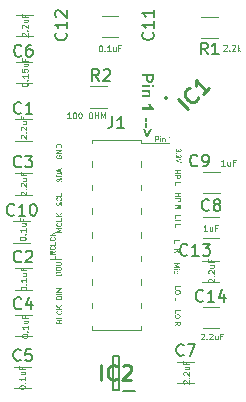
<source format=gbr>
%TF.GenerationSoftware,KiCad,Pcbnew,7.0.2-0*%
%TF.CreationDate,2023-11-12T18:23:23-05:00*%
%TF.ProjectId,Audio Module,41756469-6f20-44d6-9f64-756c652e6b69,rev?*%
%TF.SameCoordinates,Original*%
%TF.FileFunction,Legend,Top*%
%TF.FilePolarity,Positive*%
%FSLAX46Y46*%
G04 Gerber Fmt 4.6, Leading zero omitted, Abs format (unit mm)*
G04 Created by KiCad (PCBNEW 7.0.2-0) date 2023-11-12 18:23:23*
%MOMM*%
%LPD*%
G01*
G04 APERTURE LIST*
%ADD10C,0.125000*%
%ADD11C,0.250000*%
%ADD12C,0.150000*%
%ADD13C,0.254000*%
%ADD14C,0.120000*%
%ADD15C,0.200000*%
G04 APERTURE END LIST*
D10*
G36*
X114747735Y-98436342D02*
G01*
X114747735Y-98754590D01*
X114817344Y-98754590D01*
X114817344Y-98511935D01*
X115247944Y-98511935D01*
X115247944Y-98436342D01*
X114747735Y-98436342D01*
G37*
G36*
X114999264Y-98808573D02*
G01*
X115004486Y-98808588D01*
X115009596Y-98808613D01*
X115014595Y-98808648D01*
X115024258Y-98808748D01*
X115033476Y-98808889D01*
X115042248Y-98809069D01*
X115050575Y-98809289D01*
X115058456Y-98809550D01*
X115065891Y-98809850D01*
X115072881Y-98810191D01*
X115079426Y-98810571D01*
X115085525Y-98810992D01*
X115091178Y-98811453D01*
X115096386Y-98811954D01*
X115103362Y-98812780D01*
X115109336Y-98813697D01*
X115114732Y-98814778D01*
X115119928Y-98815960D01*
X115124924Y-98817242D01*
X115129721Y-98818626D01*
X115135806Y-98820627D01*
X115141536Y-98822808D01*
X115146911Y-98825169D01*
X115151932Y-98827709D01*
X115156597Y-98830428D01*
X115160964Y-98832787D01*
X115165271Y-98835316D01*
X115169520Y-98838015D01*
X115173709Y-98840884D01*
X115177839Y-98843923D01*
X115181911Y-98847132D01*
X115185922Y-98850510D01*
X115189875Y-98854058D01*
X115193769Y-98857776D01*
X115197603Y-98861664D01*
X115201378Y-98865722D01*
X115205094Y-98869949D01*
X115208751Y-98874347D01*
X115212349Y-98878914D01*
X115215888Y-98883651D01*
X115219367Y-98888557D01*
X115222742Y-98893549D01*
X115225905Y-98898692D01*
X115228856Y-98903986D01*
X115231595Y-98909433D01*
X115234122Y-98915031D01*
X115236438Y-98920780D01*
X115238541Y-98926682D01*
X115240433Y-98932735D01*
X115242114Y-98938940D01*
X115243582Y-98945296D01*
X115244838Y-98951804D01*
X115245883Y-98958464D01*
X115246716Y-98965276D01*
X115247337Y-98972239D01*
X115247746Y-98979354D01*
X115247944Y-98986621D01*
X115247748Y-98993992D01*
X115247345Y-99001207D01*
X115246733Y-99008265D01*
X115245914Y-99015167D01*
X115244886Y-99021912D01*
X115243651Y-99028501D01*
X115242207Y-99034933D01*
X115240556Y-99041209D01*
X115238696Y-99047329D01*
X115236629Y-99053292D01*
X115234353Y-99059098D01*
X115231870Y-99064748D01*
X115229178Y-99070242D01*
X115226279Y-99075579D01*
X115223171Y-99080759D01*
X115219856Y-99085784D01*
X115218154Y-99088220D01*
X115214707Y-99092965D01*
X115211202Y-99097538D01*
X115207638Y-99101941D01*
X115204017Y-99106174D01*
X115200337Y-99110235D01*
X115196599Y-99114126D01*
X115192803Y-99117846D01*
X115188948Y-99121395D01*
X115185035Y-99124773D01*
X115181065Y-99127981D01*
X115177036Y-99131018D01*
X115172948Y-99133884D01*
X115168803Y-99136579D01*
X115164599Y-99139104D01*
X115158185Y-99142570D01*
X115157036Y-99143349D01*
X115152221Y-99146313D01*
X115147051Y-99149037D01*
X115141526Y-99151520D01*
X115135646Y-99153763D01*
X115131003Y-99155288D01*
X115126161Y-99156677D01*
X115121118Y-99157931D01*
X115115877Y-99159050D01*
X115110435Y-99160033D01*
X115106531Y-99160566D01*
X115099831Y-99161300D01*
X115094801Y-99161746D01*
X115089321Y-99162159D01*
X115083390Y-99162536D01*
X115077009Y-99162880D01*
X115070178Y-99163189D01*
X115062897Y-99163464D01*
X115055165Y-99163704D01*
X115046983Y-99163910D01*
X115038350Y-99164082D01*
X115029267Y-99164219D01*
X115019734Y-99164322D01*
X115014799Y-99164361D01*
X115009751Y-99164391D01*
X115004590Y-99164413D01*
X114999317Y-99164425D01*
X114993931Y-99164430D01*
X114988627Y-99164425D01*
X114983432Y-99164413D01*
X114978345Y-99164391D01*
X114973367Y-99164361D01*
X114963736Y-99164275D01*
X114954539Y-99164155D01*
X114945777Y-99164000D01*
X114937448Y-99163812D01*
X114929554Y-99163588D01*
X114922093Y-99163331D01*
X114915067Y-99163039D01*
X114908475Y-99162712D01*
X114902317Y-99162352D01*
X114896593Y-99161957D01*
X114891303Y-99161527D01*
X114884182Y-99160819D01*
X114878038Y-99160033D01*
X114876164Y-99159721D01*
X114870684Y-99158692D01*
X114865414Y-99157528D01*
X114860354Y-99156229D01*
X114855505Y-99154795D01*
X114850866Y-99153225D01*
X114845008Y-99150922D01*
X114839524Y-99148378D01*
X114834414Y-99145594D01*
X114829678Y-99142570D01*
X114827526Y-99141457D01*
X114821166Y-99137863D01*
X114817005Y-99135253D01*
X114812909Y-99132472D01*
X114808877Y-99129521D01*
X114804908Y-99126398D01*
X114801004Y-99123105D01*
X114797163Y-99119642D01*
X114793386Y-99116007D01*
X114789674Y-99112202D01*
X114786025Y-99108226D01*
X114782440Y-99104079D01*
X114778919Y-99099761D01*
X114775462Y-99095273D01*
X114772069Y-99090614D01*
X114768739Y-99085784D01*
X114765407Y-99080745D01*
X114762278Y-99075552D01*
X114759354Y-99070204D01*
X114756634Y-99064702D01*
X114754118Y-99059046D01*
X114751806Y-99053234D01*
X114749699Y-99047269D01*
X114747796Y-99041148D01*
X114746096Y-99034873D01*
X114744601Y-99028444D01*
X114743310Y-99021860D01*
X114742224Y-99015121D01*
X114741341Y-99008228D01*
X114740663Y-99001180D01*
X114740189Y-98993978D01*
X114739919Y-98986621D01*
X114817344Y-98986621D01*
X114817355Y-98988301D01*
X114817519Y-98993258D01*
X114818046Y-98999673D01*
X114818924Y-99005867D01*
X114820153Y-99011839D01*
X114821732Y-99017590D01*
X114823663Y-99023120D01*
X114825946Y-99028428D01*
X114828579Y-99033516D01*
X114829180Y-99034676D01*
X114831696Y-99039176D01*
X114834391Y-99043446D01*
X114837266Y-99047488D01*
X114840320Y-99051300D01*
X114844389Y-99055744D01*
X114848739Y-99059829D01*
X114853370Y-99063557D01*
X114854372Y-99064464D01*
X114858575Y-99067913D01*
X114863092Y-99071076D01*
X114867921Y-99073953D01*
X114873064Y-99076543D01*
X114878519Y-99078847D01*
X114884287Y-99080865D01*
X114890369Y-99082597D01*
X114895135Y-99083708D01*
X114898541Y-99084329D01*
X114904341Y-99085185D01*
X114910973Y-99085951D01*
X114915855Y-99086412D01*
X114921107Y-99086833D01*
X114926728Y-99087214D01*
X114932718Y-99087554D01*
X114939077Y-99087855D01*
X114945806Y-99088115D01*
X114952904Y-99088336D01*
X114960371Y-99088516D01*
X114968207Y-99088656D01*
X114976413Y-99088756D01*
X114984987Y-99088817D01*
X114993931Y-99088837D01*
X114998450Y-99088832D01*
X115007215Y-99088792D01*
X115015617Y-99088711D01*
X115023655Y-99088591D01*
X115031329Y-99088431D01*
X115038640Y-99088231D01*
X115045588Y-99087990D01*
X115052172Y-99087710D01*
X115058393Y-99087389D01*
X115064250Y-99087028D01*
X115069743Y-99086628D01*
X115074873Y-99086187D01*
X115081887Y-99085451D01*
X115088082Y-99084624D01*
X115093460Y-99083708D01*
X115099604Y-99082191D01*
X115105459Y-99080387D01*
X115111023Y-99078298D01*
X115116297Y-99075922D01*
X115121281Y-99073260D01*
X115125975Y-99070312D01*
X115130379Y-99067078D01*
X115134493Y-99063557D01*
X115136382Y-99062109D01*
X115140932Y-99058238D01*
X115145238Y-99054009D01*
X115148506Y-99050368D01*
X115151619Y-99046499D01*
X115154574Y-99042400D01*
X115157374Y-99038072D01*
X115160016Y-99033516D01*
X115161202Y-99031000D01*
X115163362Y-99025802D01*
X115165240Y-99020383D01*
X115166835Y-99014742D01*
X115168148Y-99008880D01*
X115169178Y-99002797D01*
X115169926Y-98996493D01*
X115170302Y-98991619D01*
X115170519Y-98986621D01*
X115170464Y-98984964D01*
X115170194Y-98980082D01*
X115169588Y-98973775D01*
X115168698Y-98967702D01*
X115167527Y-98961861D01*
X115166073Y-98956253D01*
X115164336Y-98950878D01*
X115162318Y-98945735D01*
X115160016Y-98940825D01*
X115158049Y-98937228D01*
X115155289Y-98932639D01*
X115152372Y-98928287D01*
X115149299Y-98924171D01*
X115146070Y-98920292D01*
X115142684Y-98916649D01*
X115139141Y-98913243D01*
X115134493Y-98909318D01*
X115130352Y-98905809D01*
X115125929Y-98902609D01*
X115121224Y-98899718D01*
X115116236Y-98897136D01*
X115110966Y-98894864D01*
X115105413Y-98892900D01*
X115099578Y-98891246D01*
X115093460Y-98889901D01*
X115089966Y-98889235D01*
X115084043Y-98888318D01*
X115077302Y-98887497D01*
X115072354Y-98887003D01*
X115067042Y-98886552D01*
X115061367Y-98886144D01*
X115055328Y-98885779D01*
X115048926Y-98885457D01*
X115042160Y-98885178D01*
X115035030Y-98884942D01*
X115027538Y-98884749D01*
X115019681Y-98884599D01*
X115011461Y-98884491D01*
X115002878Y-98884427D01*
X114993931Y-98884405D01*
X114989413Y-98884411D01*
X114980654Y-98884454D01*
X114972264Y-98884540D01*
X114964243Y-98884668D01*
X114956591Y-98884840D01*
X114949309Y-98885055D01*
X114942395Y-98885312D01*
X114935851Y-98885613D01*
X114929677Y-98885956D01*
X114923871Y-98886343D01*
X114918435Y-98886772D01*
X114913368Y-98887244D01*
X114906459Y-98888033D01*
X114900382Y-98888919D01*
X114895135Y-98889901D01*
X114888846Y-98891246D01*
X114882862Y-98892900D01*
X114877183Y-98894864D01*
X114871810Y-98897136D01*
X114866742Y-98899718D01*
X114861979Y-98902609D01*
X114857522Y-98905809D01*
X114853370Y-98909318D01*
X114850558Y-98911629D01*
X114846096Y-98915775D01*
X114842728Y-98919359D01*
X114839539Y-98923179D01*
X114836530Y-98927236D01*
X114833700Y-98931529D01*
X114831050Y-98936059D01*
X114828579Y-98940825D01*
X114827888Y-98942031D01*
X114825342Y-98946999D01*
X114823148Y-98952200D01*
X114821305Y-98957633D01*
X114819812Y-98963299D01*
X114818671Y-98969198D01*
X114817881Y-98975330D01*
X114817442Y-98981695D01*
X114817344Y-98986621D01*
X114739919Y-98986621D01*
X114740189Y-98979354D01*
X114740663Y-98972239D01*
X114741341Y-98965276D01*
X114742224Y-98958464D01*
X114743310Y-98951804D01*
X114744601Y-98945296D01*
X114746096Y-98938940D01*
X114747796Y-98932735D01*
X114749699Y-98926682D01*
X114751806Y-98920780D01*
X114754118Y-98915031D01*
X114756634Y-98909433D01*
X114759354Y-98903986D01*
X114762278Y-98898692D01*
X114765407Y-98893549D01*
X114768739Y-98888557D01*
X114772069Y-98883651D01*
X114775462Y-98878914D01*
X114778919Y-98874347D01*
X114782440Y-98869949D01*
X114786025Y-98865722D01*
X114789674Y-98861664D01*
X114793386Y-98857776D01*
X114797163Y-98854058D01*
X114801004Y-98850510D01*
X114804908Y-98847132D01*
X114808877Y-98843923D01*
X114812909Y-98840884D01*
X114817005Y-98838015D01*
X114821166Y-98835316D01*
X114825390Y-98832787D01*
X114829678Y-98830428D01*
X114832500Y-98829071D01*
X114837356Y-98826779D01*
X114842107Y-98824593D01*
X114846753Y-98822512D01*
X114851293Y-98820536D01*
X114852643Y-98820023D01*
X114857704Y-98818316D01*
X114862461Y-98816965D01*
X114867605Y-98815717D01*
X114873135Y-98814572D01*
X114878038Y-98813697D01*
X114879978Y-98813381D01*
X114886447Y-98812495D01*
X114891303Y-98811954D01*
X114896593Y-98811453D01*
X114902317Y-98810992D01*
X114908475Y-98810571D01*
X114915067Y-98810191D01*
X114922093Y-98809850D01*
X114929554Y-98809550D01*
X114937448Y-98809289D01*
X114945777Y-98809069D01*
X114954539Y-98808889D01*
X114963736Y-98808748D01*
X114973367Y-98808648D01*
X114978345Y-98808613D01*
X114983432Y-98808588D01*
X114988627Y-98808573D01*
X114993931Y-98808568D01*
X114999264Y-98808573D01*
G37*
G36*
X115247944Y-99614691D02*
G01*
X115247815Y-99622372D01*
X115247429Y-99629875D01*
X115246785Y-99637199D01*
X115245883Y-99644344D01*
X115244724Y-99651311D01*
X115243307Y-99658100D01*
X115241633Y-99664710D01*
X115239701Y-99671142D01*
X115237511Y-99677396D01*
X115235064Y-99683471D01*
X115232359Y-99689367D01*
X115229397Y-99695086D01*
X115226177Y-99700625D01*
X115222699Y-99705987D01*
X115218964Y-99711170D01*
X115214971Y-99716174D01*
X115210175Y-99721935D01*
X115205131Y-99727341D01*
X115199837Y-99732392D01*
X115194294Y-99737088D01*
X115188503Y-99741429D01*
X115182462Y-99745415D01*
X115176172Y-99749046D01*
X115169633Y-99752322D01*
X115162846Y-99755244D01*
X115155809Y-99757810D01*
X115148523Y-99760022D01*
X115140988Y-99761878D01*
X115133205Y-99763380D01*
X115125172Y-99764527D01*
X115116890Y-99765319D01*
X115108359Y-99765756D01*
X115102050Y-99765580D01*
X115095868Y-99765221D01*
X115089814Y-99764679D01*
X115083887Y-99763954D01*
X115078088Y-99763046D01*
X115072417Y-99761955D01*
X115066873Y-99760680D01*
X115061457Y-99759222D01*
X115056168Y-99757581D01*
X115051007Y-99755757D01*
X115045974Y-99753750D01*
X115041068Y-99751559D01*
X115036290Y-99749185D01*
X115031640Y-99746628D01*
X115027117Y-99743888D01*
X115022721Y-99740965D01*
X115018454Y-99737859D01*
X115014314Y-99734569D01*
X115010301Y-99731096D01*
X115006416Y-99727440D01*
X115002659Y-99723601D01*
X114999029Y-99719578D01*
X114995527Y-99715373D01*
X114992153Y-99710984D01*
X114988906Y-99706412D01*
X114985787Y-99701657D01*
X114982795Y-99696719D01*
X114979931Y-99691597D01*
X114977195Y-99686293D01*
X114974586Y-99680805D01*
X114972105Y-99675134D01*
X114969751Y-99669280D01*
X114747735Y-99784807D01*
X114747735Y-99694925D01*
X114959493Y-99592099D01*
X114959493Y-99495745D01*
X115028370Y-99495745D01*
X115028370Y-99609929D01*
X115028438Y-99612556D01*
X115028709Y-99617687D01*
X115029159Y-99622652D01*
X115030171Y-99629789D01*
X115031586Y-99636551D01*
X115033405Y-99642941D01*
X115035628Y-99648956D01*
X115038254Y-99654598D01*
X115041283Y-99659867D01*
X115044717Y-99664762D01*
X115048553Y-99669284D01*
X115052794Y-99673432D01*
X115055596Y-99675961D01*
X115059949Y-99679448D01*
X115064479Y-99682568D01*
X115069188Y-99685321D01*
X115074075Y-99687707D01*
X115079140Y-99689726D01*
X115084383Y-99691378D01*
X115089805Y-99692663D01*
X115095404Y-99693580D01*
X115101182Y-99694131D01*
X115107138Y-99694315D01*
X115111879Y-99694131D01*
X115118679Y-99693513D01*
X115125105Y-99692483D01*
X115131158Y-99691040D01*
X115136837Y-99689186D01*
X115142143Y-99686919D01*
X115147075Y-99684240D01*
X115151634Y-99681148D01*
X115155819Y-99677645D01*
X115159631Y-99673730D01*
X115163069Y-99669402D01*
X115166647Y-99664341D01*
X115169748Y-99658747D01*
X115171760Y-99654200D01*
X115173505Y-99649353D01*
X115174980Y-99644205D01*
X115176188Y-99638757D01*
X115177127Y-99633008D01*
X115177798Y-99626959D01*
X115178200Y-99620609D01*
X115178335Y-99613959D01*
X115178335Y-99495745D01*
X115028370Y-99495745D01*
X114959493Y-99495745D01*
X114747735Y-99495745D01*
X114747735Y-99420152D01*
X115247944Y-99420152D01*
X115247944Y-99614691D01*
G37*
G36*
X105216618Y-91889346D02*
G01*
X105216618Y-91813753D01*
X104905208Y-91813753D01*
X104905208Y-91812410D01*
X105145054Y-91708118D01*
X105145054Y-91645225D01*
X104905208Y-91541056D01*
X104905208Y-91539346D01*
X105216618Y-91539346D01*
X105216618Y-91463753D01*
X104716408Y-91463753D01*
X104716408Y-91535194D01*
X105042472Y-91675389D01*
X104716408Y-91818271D01*
X104716408Y-91889346D01*
X105216618Y-91889346D01*
G37*
G36*
X105079475Y-91102884D02*
G01*
X105087653Y-91106948D01*
X105095303Y-91111261D01*
X105102426Y-91115824D01*
X105109021Y-91120638D01*
X105115088Y-91125701D01*
X105120628Y-91131014D01*
X105125640Y-91136577D01*
X105130125Y-91142390D01*
X105134082Y-91148454D01*
X105137511Y-91154767D01*
X105140413Y-91161330D01*
X105142787Y-91168143D01*
X105144634Y-91175206D01*
X105145953Y-91182519D01*
X105146744Y-91190082D01*
X105147008Y-91197895D01*
X105146910Y-91202821D01*
X105146471Y-91209186D01*
X105145681Y-91215317D01*
X105144540Y-91221216D01*
X105143047Y-91226883D01*
X105141204Y-91232316D01*
X105139010Y-91237517D01*
X105136464Y-91242485D01*
X105135773Y-91243690D01*
X105133302Y-91248457D01*
X105130652Y-91252987D01*
X105127822Y-91257280D01*
X105124813Y-91261337D01*
X105121624Y-91265157D01*
X105118256Y-91268740D01*
X105113794Y-91272887D01*
X105110982Y-91275198D01*
X105106857Y-91278707D01*
X105102419Y-91281907D01*
X105097667Y-91284797D01*
X105092603Y-91287379D01*
X105087226Y-91289652D01*
X105081536Y-91291615D01*
X105075533Y-91293270D01*
X105069217Y-91294615D01*
X105063970Y-91295597D01*
X105057893Y-91296482D01*
X105050984Y-91297271D01*
X105045917Y-91297744D01*
X105040481Y-91298173D01*
X105034675Y-91298559D01*
X105028501Y-91298903D01*
X105021957Y-91299203D01*
X105015043Y-91299461D01*
X105007761Y-91299676D01*
X105000109Y-91299847D01*
X104992088Y-91299976D01*
X104983698Y-91300062D01*
X104974939Y-91300105D01*
X104970421Y-91300110D01*
X104961474Y-91300089D01*
X104952891Y-91300024D01*
X104944671Y-91299917D01*
X104936814Y-91299767D01*
X104929322Y-91299574D01*
X104922192Y-91299337D01*
X104915426Y-91299058D01*
X104909024Y-91298736D01*
X104902985Y-91298371D01*
X104897310Y-91297964D01*
X104891998Y-91297513D01*
X104887050Y-91297019D01*
X104880309Y-91296198D01*
X104874386Y-91295280D01*
X104870892Y-91294615D01*
X104864748Y-91293270D01*
X104858893Y-91291615D01*
X104853329Y-91289652D01*
X104848055Y-91287379D01*
X104843071Y-91284797D01*
X104838377Y-91281907D01*
X104833973Y-91278707D01*
X104829859Y-91275198D01*
X104825211Y-91271273D01*
X104821668Y-91267867D01*
X104818282Y-91264224D01*
X104815053Y-91260345D01*
X104811980Y-91256229D01*
X104809063Y-91251876D01*
X104806303Y-91247287D01*
X104804336Y-91243690D01*
X104802034Y-91238781D01*
X104800016Y-91233638D01*
X104798279Y-91228263D01*
X104796825Y-91222655D01*
X104795654Y-91216814D01*
X104794764Y-91210740D01*
X104794158Y-91204434D01*
X104793888Y-91199551D01*
X104793833Y-91197895D01*
X104794140Y-91191191D01*
X104794786Y-91184680D01*
X104795772Y-91178362D01*
X104797096Y-91172238D01*
X104798760Y-91166306D01*
X104800763Y-91160568D01*
X104803105Y-91155024D01*
X104805786Y-91149672D01*
X104808806Y-91144514D01*
X104812166Y-91139548D01*
X104814594Y-91136345D01*
X104818611Y-91131943D01*
X104822784Y-91127802D01*
X104827114Y-91123923D01*
X104831601Y-91120306D01*
X104836245Y-91116950D01*
X104841045Y-91113857D01*
X104846002Y-91111026D01*
X104851116Y-91108456D01*
X104856386Y-91106148D01*
X104861813Y-91104103D01*
X104865518Y-91102884D01*
X104865518Y-91022895D01*
X104857705Y-91024521D01*
X104850051Y-91026409D01*
X104842555Y-91028559D01*
X104835217Y-91030970D01*
X104828038Y-91033642D01*
X104821017Y-91036576D01*
X104814154Y-91039771D01*
X104807450Y-91043228D01*
X104800904Y-91046946D01*
X104794516Y-91050925D01*
X104788287Y-91055166D01*
X104782216Y-91059668D01*
X104776304Y-91064432D01*
X104770550Y-91069457D01*
X104764954Y-91074744D01*
X104759517Y-91080292D01*
X104754383Y-91086075D01*
X104749574Y-91092067D01*
X104745090Y-91098268D01*
X104740932Y-91104678D01*
X104737099Y-91111297D01*
X104733591Y-91118125D01*
X104730409Y-91125161D01*
X104727552Y-91132407D01*
X104725020Y-91139862D01*
X104722814Y-91147525D01*
X104720933Y-91155398D01*
X104719377Y-91163479D01*
X104718147Y-91171770D01*
X104717242Y-91180269D01*
X104716662Y-91188977D01*
X104716408Y-91197895D01*
X104716604Y-91205161D01*
X104717007Y-91212276D01*
X104717619Y-91219240D01*
X104718438Y-91226051D01*
X104719466Y-91232711D01*
X104720701Y-91239219D01*
X104722145Y-91245576D01*
X104723796Y-91251781D01*
X104725656Y-91257834D01*
X104727723Y-91263735D01*
X104729999Y-91269485D01*
X104732482Y-91275083D01*
X104735174Y-91280529D01*
X104738073Y-91285824D01*
X104741181Y-91290967D01*
X104744496Y-91295958D01*
X104747914Y-91300879D01*
X104751390Y-91305629D01*
X104754925Y-91310206D01*
X104758517Y-91314612D01*
X104762168Y-91318846D01*
X104765877Y-91322909D01*
X104769644Y-91326800D01*
X104773469Y-91330519D01*
X104777353Y-91334066D01*
X104781295Y-91337441D01*
X104785295Y-91340645D01*
X104789353Y-91343677D01*
X104793469Y-91346537D01*
X104797644Y-91349226D01*
X104801876Y-91351743D01*
X104806167Y-91354088D01*
X104810894Y-91356807D01*
X104815975Y-91359347D01*
X104821412Y-91361707D01*
X104827203Y-91363888D01*
X104833349Y-91365890D01*
X104838191Y-91367273D01*
X104843234Y-91368556D01*
X104848475Y-91369738D01*
X104853917Y-91370819D01*
X104859942Y-91371735D01*
X104866980Y-91372562D01*
X104872235Y-91373063D01*
X104877940Y-91373523D01*
X104884096Y-91373944D01*
X104890702Y-91374325D01*
X104897758Y-91374665D01*
X104905265Y-91374966D01*
X104913222Y-91375226D01*
X104921629Y-91375447D01*
X104930487Y-91375627D01*
X104939795Y-91375767D01*
X104949553Y-91375868D01*
X104954601Y-91375903D01*
X104959762Y-91375928D01*
X104965035Y-91375943D01*
X104970421Y-91375948D01*
X104975725Y-91375943D01*
X104980920Y-91375928D01*
X104986007Y-91375903D01*
X104990985Y-91375868D01*
X105000616Y-91375767D01*
X105009813Y-91375627D01*
X105018575Y-91375447D01*
X105026904Y-91375226D01*
X105034798Y-91374966D01*
X105042259Y-91374665D01*
X105049285Y-91374325D01*
X105055877Y-91373944D01*
X105062035Y-91373523D01*
X105067759Y-91373063D01*
X105073049Y-91372562D01*
X105077905Y-91372021D01*
X105084374Y-91371134D01*
X105086314Y-91370819D01*
X105091217Y-91369943D01*
X105096747Y-91368798D01*
X105101891Y-91367550D01*
X105106648Y-91366199D01*
X105111709Y-91364493D01*
X105113059Y-91363980D01*
X105117599Y-91362004D01*
X105122245Y-91359923D01*
X105126996Y-91357736D01*
X105131852Y-91355445D01*
X105134674Y-91354088D01*
X105138962Y-91351743D01*
X105143186Y-91349226D01*
X105147347Y-91346537D01*
X105151443Y-91343677D01*
X105155475Y-91340645D01*
X105159444Y-91337441D01*
X105163348Y-91334066D01*
X105167189Y-91330519D01*
X105170966Y-91326800D01*
X105174678Y-91322909D01*
X105178327Y-91318846D01*
X105181912Y-91314612D01*
X105185433Y-91310206D01*
X105188890Y-91305629D01*
X105192283Y-91300879D01*
X105195613Y-91295958D01*
X105198945Y-91290967D01*
X105202074Y-91285824D01*
X105204998Y-91280529D01*
X105207718Y-91275083D01*
X105210234Y-91269485D01*
X105212546Y-91263735D01*
X105214653Y-91257834D01*
X105216556Y-91251781D01*
X105218256Y-91245576D01*
X105219751Y-91239219D01*
X105221042Y-91232711D01*
X105222128Y-91226051D01*
X105223011Y-91219240D01*
X105223689Y-91212276D01*
X105224163Y-91205161D01*
X105224433Y-91197895D01*
X105224288Y-91189842D01*
X105223851Y-91181925D01*
X105223124Y-91174145D01*
X105222105Y-91166502D01*
X105220796Y-91158995D01*
X105219195Y-91151624D01*
X105217304Y-91144390D01*
X105215122Y-91137292D01*
X105212648Y-91130331D01*
X105209884Y-91123506D01*
X105206828Y-91116817D01*
X105203482Y-91110265D01*
X105199844Y-91103849D01*
X105195916Y-91097570D01*
X105191697Y-91091427D01*
X105187186Y-91085421D01*
X105182358Y-91079767D01*
X105177275Y-91074346D01*
X105171939Y-91069158D01*
X105166349Y-91064202D01*
X105160506Y-91059480D01*
X105154408Y-91054990D01*
X105148057Y-91050733D01*
X105141452Y-91046708D01*
X105134593Y-91042917D01*
X105127480Y-91039358D01*
X105120114Y-91036032D01*
X105112494Y-91032939D01*
X105104620Y-91030079D01*
X105096492Y-91027451D01*
X105088110Y-91025057D01*
X105079475Y-91022895D01*
X105079475Y-91102884D01*
G37*
G36*
X105216618Y-90969528D02*
G01*
X105216618Y-90651279D01*
X105147008Y-90651279D01*
X105147008Y-90893934D01*
X104716408Y-90893934D01*
X104716408Y-90969528D01*
X105216618Y-90969528D01*
G37*
G36*
X105216618Y-90580205D02*
G01*
X105216618Y-90504611D01*
X105064454Y-90504611D01*
X104972253Y-90417172D01*
X105216618Y-90281496D01*
X105216618Y-90191981D01*
X104913634Y-90368324D01*
X104716408Y-90208711D01*
X104716408Y-90298226D01*
X104974329Y-90503268D01*
X104974329Y-90504611D01*
X104716408Y-90504611D01*
X104716408Y-90580205D01*
X105216618Y-90580205D01*
G37*
G36*
X114702384Y-94422734D02*
G01*
X114702384Y-94498327D01*
X115013793Y-94498327D01*
X115013793Y-94499670D01*
X114773947Y-94603962D01*
X114773947Y-94666855D01*
X115013793Y-94771024D01*
X115013793Y-94772734D01*
X114702384Y-94772734D01*
X114702384Y-94848327D01*
X115202593Y-94848327D01*
X115202593Y-94776886D01*
X114876529Y-94636691D01*
X115202593Y-94493809D01*
X115202593Y-94422734D01*
X114702384Y-94422734D01*
G37*
G36*
X114702384Y-94948833D02*
G01*
X114702384Y-95020274D01*
X115054093Y-95020274D01*
X115054093Y-94948833D01*
X114702384Y-94948833D01*
G37*
G36*
X115132984Y-94948833D02*
G01*
X115132984Y-95020274D01*
X115202593Y-95020274D01*
X115202593Y-94948833D01*
X115132984Y-94948833D01*
G37*
G36*
X114802401Y-95322769D02*
G01*
X114797858Y-95319325D01*
X114793602Y-95315739D01*
X114789634Y-95312012D01*
X114785953Y-95308145D01*
X114782559Y-95304136D01*
X114779452Y-95299985D01*
X114776632Y-95295694D01*
X114774099Y-95291261D01*
X114771854Y-95286688D01*
X114769896Y-95281973D01*
X114768225Y-95277116D01*
X114766841Y-95272119D01*
X114765744Y-95266980D01*
X114764934Y-95261700D01*
X114764412Y-95256279D01*
X114764177Y-95250717D01*
X114764184Y-95245118D01*
X114764420Y-95239695D01*
X114764885Y-95234446D01*
X114765578Y-95229373D01*
X114766499Y-95224474D01*
X114769027Y-95215202D01*
X114772470Y-95206631D01*
X114776826Y-95198760D01*
X114782096Y-95191589D01*
X114788280Y-95185119D01*
X114795379Y-95179348D01*
X114803391Y-95174278D01*
X114807740Y-95172006D01*
X114812317Y-95169909D01*
X114817123Y-95167986D01*
X114822158Y-95166239D01*
X114827421Y-95164667D01*
X114832912Y-95163270D01*
X114838632Y-95162048D01*
X114844580Y-95161001D01*
X114850757Y-95160130D01*
X114857163Y-95159433D01*
X114863797Y-95158911D01*
X114870659Y-95158565D01*
X114877750Y-95158393D01*
X114884879Y-95158565D01*
X114891779Y-95158911D01*
X114898449Y-95159433D01*
X114904891Y-95160130D01*
X114911104Y-95161001D01*
X114917088Y-95162048D01*
X114922843Y-95163270D01*
X114928369Y-95164667D01*
X114933666Y-95166239D01*
X114938734Y-95167986D01*
X114943573Y-95169909D01*
X114948183Y-95172006D01*
X114952565Y-95174278D01*
X114960640Y-95179348D01*
X114967799Y-95185119D01*
X114974043Y-95191589D01*
X114979370Y-95198760D01*
X114983782Y-95206631D01*
X114987278Y-95215202D01*
X114989857Y-95224474D01*
X114990804Y-95229373D01*
X114991521Y-95234446D01*
X114992010Y-95239695D01*
X114992269Y-95245118D01*
X114992300Y-95250717D01*
X114991978Y-95256279D01*
X114991378Y-95261700D01*
X114990501Y-95266980D01*
X114989346Y-95272119D01*
X114987913Y-95277116D01*
X114986203Y-95281973D01*
X114984215Y-95286688D01*
X114981950Y-95291261D01*
X114979407Y-95295694D01*
X114976586Y-95299985D01*
X114973488Y-95304136D01*
X114970112Y-95308145D01*
X114966458Y-95312012D01*
X114962527Y-95315739D01*
X114958318Y-95319325D01*
X114953832Y-95322769D01*
X115000360Y-95375403D01*
X115005483Y-95370979D01*
X115010410Y-95366410D01*
X115015143Y-95361694D01*
X115019680Y-95356833D01*
X115024021Y-95351826D01*
X115028168Y-95346672D01*
X115032119Y-95341373D01*
X115035874Y-95335927D01*
X115039434Y-95330336D01*
X115042799Y-95324599D01*
X115044934Y-95320693D01*
X115047843Y-95314720D01*
X115050480Y-95308571D01*
X115052843Y-95302246D01*
X115054935Y-95295746D01*
X115056753Y-95289069D01*
X115058299Y-95282216D01*
X115059573Y-95275187D01*
X115060573Y-95267982D01*
X115061089Y-95263081D01*
X115061483Y-95258102D01*
X115061757Y-95253044D01*
X115061909Y-95247908D01*
X115061815Y-95240107D01*
X115061379Y-95232426D01*
X115060601Y-95224865D01*
X115059482Y-95217424D01*
X115058021Y-95210103D01*
X115056219Y-95202903D01*
X115054075Y-95195823D01*
X115051590Y-95188863D01*
X115048763Y-95182023D01*
X115045594Y-95175303D01*
X115042084Y-95168704D01*
X115038233Y-95162225D01*
X115034040Y-95155866D01*
X115029505Y-95149627D01*
X115024629Y-95143509D01*
X115019411Y-95137511D01*
X115013720Y-95131546D01*
X115007607Y-95125955D01*
X115001072Y-95120738D01*
X114994116Y-95115895D01*
X114986738Y-95111426D01*
X114978939Y-95107331D01*
X114970718Y-95103610D01*
X114962075Y-95100263D01*
X114953010Y-95097291D01*
X114943524Y-95094692D01*
X114938622Y-95093533D01*
X114933616Y-95092467D01*
X114928503Y-95091495D01*
X114923286Y-95090616D01*
X114917963Y-95089831D01*
X114912534Y-95089139D01*
X114907001Y-95088541D01*
X114901361Y-95088036D01*
X114895617Y-95087625D01*
X114889766Y-95087307D01*
X114883811Y-95087083D01*
X114877750Y-95086952D01*
X114871750Y-95087083D01*
X114865854Y-95087307D01*
X114860064Y-95087625D01*
X114854379Y-95088036D01*
X114848799Y-95088541D01*
X114843323Y-95089139D01*
X114837953Y-95089831D01*
X114832687Y-95090616D01*
X114827526Y-95091495D01*
X114822471Y-95092467D01*
X114817520Y-95093533D01*
X114812674Y-95094692D01*
X114807934Y-95095944D01*
X114798767Y-95098730D01*
X114790020Y-95101890D01*
X114781693Y-95105424D01*
X114773785Y-95109332D01*
X114766298Y-95113614D01*
X114759230Y-95118270D01*
X114752582Y-95123300D01*
X114746354Y-95128703D01*
X114740545Y-95134481D01*
X114737799Y-95137511D01*
X114732564Y-95143509D01*
X114727666Y-95149627D01*
X114723107Y-95155866D01*
X114718885Y-95162225D01*
X114715001Y-95168704D01*
X114711455Y-95175303D01*
X114708246Y-95182023D01*
X114705375Y-95188863D01*
X114702842Y-95195823D01*
X114700647Y-95202903D01*
X114698790Y-95210103D01*
X114697270Y-95217424D01*
X114696088Y-95224865D01*
X114695243Y-95232426D01*
X114694737Y-95240107D01*
X114694568Y-95247908D01*
X114694708Y-95253044D01*
X114694978Y-95258102D01*
X114695376Y-95263081D01*
X114695903Y-95267982D01*
X114696936Y-95275187D01*
X114698258Y-95282216D01*
X114699869Y-95289069D01*
X114701771Y-95295746D01*
X114703962Y-95302246D01*
X114706444Y-95308571D01*
X114709215Y-95314720D01*
X114712275Y-95320693D01*
X114715407Y-95326527D01*
X114718710Y-95332216D01*
X114722184Y-95337759D01*
X114725831Y-95343155D01*
X114729649Y-95348406D01*
X114733639Y-95353511D01*
X114737801Y-95358470D01*
X114742134Y-95363283D01*
X114746639Y-95367949D01*
X114751316Y-95372470D01*
X114754529Y-95375403D01*
X114802401Y-95322769D01*
G37*
G36*
X114747735Y-90409126D02*
G01*
X114747735Y-90727374D01*
X114817344Y-90727374D01*
X114817344Y-90484719D01*
X115247944Y-90484719D01*
X115247944Y-90409126D01*
X114747735Y-90409126D01*
G37*
G36*
X114747735Y-90798449D02*
G01*
X114747735Y-90874042D01*
X115247944Y-90874042D01*
X115247944Y-90798449D01*
X114747735Y-90798449D01*
G37*
G36*
X114747735Y-91146251D02*
G01*
X114747735Y-91464499D01*
X114817344Y-91464499D01*
X114817344Y-91221844D01*
X115247944Y-91221844D01*
X115247944Y-91146251D01*
X114747735Y-91146251D01*
G37*
G36*
X114747735Y-86826946D02*
G01*
X114747735Y-86902539D01*
X115247944Y-86902539D01*
X115247944Y-86826946D01*
X115036185Y-86826946D01*
X115036185Y-86629842D01*
X115247944Y-86629842D01*
X115247944Y-86554249D01*
X114747735Y-86554249D01*
X114747735Y-86629842D01*
X114967309Y-86629842D01*
X114967309Y-86826946D01*
X114747735Y-86826946D01*
G37*
G36*
X115247944Y-87188059D02*
G01*
X115247922Y-87191730D01*
X115247810Y-87197206D01*
X115247600Y-87202645D01*
X115247294Y-87208048D01*
X115246892Y-87213414D01*
X115246393Y-87218744D01*
X115245797Y-87224037D01*
X115245105Y-87229294D01*
X115244316Y-87234514D01*
X115243430Y-87239698D01*
X115242448Y-87244845D01*
X115241489Y-87248253D01*
X115239830Y-87253377D01*
X115237907Y-87258515D01*
X115235720Y-87263669D01*
X115233269Y-87268838D01*
X115230554Y-87274022D01*
X115227574Y-87279221D01*
X115224331Y-87284435D01*
X115220824Y-87289664D01*
X115217052Y-87294908D01*
X115213017Y-87300166D01*
X115210870Y-87303078D01*
X115207437Y-87307314D01*
X115203751Y-87311394D01*
X115199812Y-87315317D01*
X115195620Y-87319083D01*
X115191174Y-87322693D01*
X115186475Y-87326146D01*
X115181522Y-87329442D01*
X115176317Y-87332582D01*
X115170858Y-87335564D01*
X115165146Y-87338390D01*
X115161347Y-87340254D01*
X115155489Y-87342823D01*
X115149438Y-87345122D01*
X115143193Y-87347151D01*
X115136755Y-87348909D01*
X115130124Y-87350397D01*
X115123300Y-87351614D01*
X115116282Y-87352561D01*
X115109072Y-87353237D01*
X115104157Y-87353537D01*
X115099157Y-87353718D01*
X115094071Y-87353778D01*
X115087179Y-87353626D01*
X115080365Y-87353169D01*
X115073627Y-87352408D01*
X115066968Y-87351343D01*
X115060385Y-87349973D01*
X115053880Y-87348300D01*
X115047451Y-87346321D01*
X115041101Y-87344039D01*
X115034827Y-87341452D01*
X115028631Y-87338560D01*
X115022512Y-87335365D01*
X115016470Y-87331865D01*
X115010506Y-87328060D01*
X115004619Y-87323952D01*
X114998809Y-87319538D01*
X114993076Y-87314821D01*
X114987274Y-87309685D01*
X114981836Y-87304259D01*
X114976760Y-87298545D01*
X114972049Y-87292542D01*
X114967700Y-87286249D01*
X114963716Y-87279667D01*
X114960095Y-87272797D01*
X114956837Y-87265637D01*
X114953943Y-87258188D01*
X114951412Y-87250450D01*
X114949245Y-87242423D01*
X114947441Y-87234106D01*
X114946001Y-87225501D01*
X114944924Y-87216607D01*
X114944211Y-87207423D01*
X114943862Y-87197951D01*
X114943862Y-87083157D01*
X115012738Y-87083157D01*
X115012738Y-87194898D01*
X115012808Y-87197503D01*
X115013098Y-87202592D01*
X115013584Y-87207519D01*
X115014684Y-87214605D01*
X115016229Y-87221326D01*
X115018218Y-87227683D01*
X115020651Y-87233674D01*
X115023529Y-87239300D01*
X115026851Y-87244562D01*
X115030617Y-87249458D01*
X115034828Y-87253990D01*
X115039483Y-87258157D01*
X115042664Y-87260597D01*
X115047519Y-87263962D01*
X115052473Y-87266972D01*
X115057526Y-87269629D01*
X115062677Y-87271931D01*
X115067927Y-87273879D01*
X115073276Y-87275473D01*
X115078723Y-87276713D01*
X115084270Y-87277598D01*
X115089915Y-87278130D01*
X115095658Y-87278307D01*
X115101972Y-87278179D01*
X115108031Y-87277795D01*
X115113834Y-87277156D01*
X115119381Y-87276261D01*
X115124672Y-87275111D01*
X115129707Y-87273704D01*
X115134487Y-87272042D01*
X115139012Y-87270125D01*
X115140955Y-87269029D01*
X115145588Y-87266057D01*
X115149899Y-87262752D01*
X115153889Y-87259112D01*
X115157556Y-87255138D01*
X115160901Y-87250830D01*
X115163924Y-87246189D01*
X115165741Y-87243259D01*
X115168237Y-87238753D01*
X115170458Y-87234114D01*
X115172404Y-87229342D01*
X115174076Y-87224437D01*
X115175472Y-87219399D01*
X115176594Y-87214227D01*
X115177442Y-87208923D01*
X115178014Y-87203485D01*
X115178312Y-87197915D01*
X115178335Y-87192211D01*
X115178335Y-87083157D01*
X115012738Y-87083157D01*
X114943862Y-87083157D01*
X114747735Y-87083157D01*
X114747735Y-87007564D01*
X115247944Y-87007564D01*
X115247944Y-87188059D01*
G37*
G36*
X114747735Y-87589839D02*
G01*
X114747735Y-87908087D01*
X114817344Y-87908087D01*
X114817344Y-87665432D01*
X115247944Y-87665432D01*
X115247944Y-87589839D01*
X114747735Y-87589839D01*
G37*
G36*
X114793087Y-88777060D02*
G01*
X114793087Y-88852653D01*
X115293296Y-88852653D01*
X115293296Y-88777060D01*
X115081537Y-88777060D01*
X115081537Y-88579956D01*
X115293296Y-88579956D01*
X115293296Y-88504363D01*
X114793087Y-88504363D01*
X114793087Y-88579956D01*
X115012661Y-88579956D01*
X115012661Y-88777060D01*
X114793087Y-88777060D01*
G37*
G36*
X115293296Y-89138173D02*
G01*
X115293274Y-89141844D01*
X115293162Y-89147320D01*
X115292952Y-89152759D01*
X115292646Y-89158162D01*
X115292244Y-89163528D01*
X115291745Y-89168858D01*
X115291149Y-89174151D01*
X115290457Y-89179408D01*
X115289668Y-89184628D01*
X115288782Y-89189812D01*
X115287800Y-89194959D01*
X115286841Y-89198367D01*
X115285182Y-89203491D01*
X115283259Y-89208629D01*
X115281072Y-89213783D01*
X115278621Y-89218952D01*
X115275906Y-89224136D01*
X115272926Y-89229335D01*
X115269683Y-89234549D01*
X115266176Y-89239778D01*
X115262404Y-89245022D01*
X115258369Y-89250280D01*
X115256222Y-89253192D01*
X115252789Y-89257428D01*
X115249103Y-89261508D01*
X115245164Y-89265431D01*
X115240972Y-89269197D01*
X115236526Y-89272807D01*
X115231827Y-89276260D01*
X115226874Y-89279556D01*
X115221669Y-89282696D01*
X115216210Y-89285678D01*
X115210498Y-89288504D01*
X115206699Y-89290368D01*
X115200841Y-89292937D01*
X115194790Y-89295236D01*
X115188545Y-89297265D01*
X115182107Y-89299023D01*
X115175476Y-89300511D01*
X115168652Y-89301728D01*
X115161634Y-89302675D01*
X115154424Y-89303351D01*
X115149509Y-89303651D01*
X115144509Y-89303832D01*
X115139423Y-89303892D01*
X115132531Y-89303740D01*
X115125717Y-89303283D01*
X115118979Y-89302522D01*
X115112320Y-89301457D01*
X115105737Y-89300087D01*
X115099232Y-89298414D01*
X115092803Y-89296435D01*
X115086453Y-89294153D01*
X115080179Y-89291566D01*
X115073983Y-89288674D01*
X115067864Y-89285479D01*
X115061822Y-89281979D01*
X115055858Y-89278174D01*
X115049971Y-89274066D01*
X115044161Y-89269652D01*
X115038428Y-89264935D01*
X115032626Y-89259799D01*
X115027188Y-89254373D01*
X115022112Y-89248659D01*
X115017401Y-89242656D01*
X115013052Y-89236363D01*
X115009068Y-89229781D01*
X115005447Y-89222911D01*
X115002189Y-89215751D01*
X114999295Y-89208302D01*
X114996764Y-89200564D01*
X114994597Y-89192537D01*
X114992793Y-89184220D01*
X114991353Y-89175615D01*
X114990276Y-89166721D01*
X114989563Y-89157537D01*
X114989214Y-89148065D01*
X114989214Y-89033271D01*
X115058090Y-89033271D01*
X115058090Y-89145012D01*
X115058160Y-89147617D01*
X115058450Y-89152706D01*
X115058936Y-89157633D01*
X115060036Y-89164719D01*
X115061581Y-89171440D01*
X115063570Y-89177797D01*
X115066003Y-89183788D01*
X115068881Y-89189414D01*
X115072203Y-89194676D01*
X115075969Y-89199572D01*
X115080180Y-89204104D01*
X115084835Y-89208271D01*
X115088016Y-89210711D01*
X115092871Y-89214076D01*
X115097825Y-89217086D01*
X115102878Y-89219743D01*
X115108029Y-89222045D01*
X115113279Y-89223993D01*
X115118628Y-89225587D01*
X115124075Y-89226827D01*
X115129622Y-89227712D01*
X115135267Y-89228244D01*
X115141010Y-89228421D01*
X115147324Y-89228293D01*
X115153383Y-89227909D01*
X115159186Y-89227270D01*
X115164733Y-89226375D01*
X115170024Y-89225225D01*
X115175059Y-89223818D01*
X115179839Y-89222156D01*
X115184364Y-89220239D01*
X115186307Y-89219143D01*
X115190940Y-89216171D01*
X115195251Y-89212866D01*
X115199241Y-89209226D01*
X115202908Y-89205252D01*
X115206253Y-89200944D01*
X115209276Y-89196303D01*
X115211093Y-89193373D01*
X115213589Y-89188867D01*
X115215810Y-89184228D01*
X115217756Y-89179456D01*
X115219428Y-89174551D01*
X115220824Y-89169513D01*
X115221946Y-89164341D01*
X115222794Y-89159037D01*
X115223366Y-89153599D01*
X115223664Y-89148029D01*
X115223687Y-89142325D01*
X115223687Y-89033271D01*
X115058090Y-89033271D01*
X114989214Y-89033271D01*
X114793087Y-89033271D01*
X114793087Y-88957678D01*
X115293296Y-88957678D01*
X115293296Y-89138173D01*
G37*
G36*
X115293296Y-89734492D02*
G01*
X115293167Y-89742173D01*
X115292781Y-89749675D01*
X115292137Y-89756999D01*
X115291235Y-89764145D01*
X115290076Y-89771112D01*
X115288659Y-89777900D01*
X115286985Y-89784511D01*
X115285053Y-89790943D01*
X115282863Y-89797196D01*
X115280416Y-89803271D01*
X115277711Y-89809168D01*
X115274749Y-89814886D01*
X115271529Y-89820426D01*
X115268051Y-89825787D01*
X115264316Y-89830970D01*
X115260323Y-89835975D01*
X115255527Y-89841736D01*
X115250483Y-89847141D01*
X115245189Y-89852192D01*
X115239646Y-89856888D01*
X115233855Y-89861229D01*
X115227814Y-89865215D01*
X115221524Y-89868846D01*
X115214985Y-89872123D01*
X115208198Y-89875044D01*
X115201161Y-89877611D01*
X115193875Y-89879822D01*
X115186340Y-89881679D01*
X115178557Y-89883180D01*
X115170524Y-89884327D01*
X115162242Y-89885119D01*
X115153711Y-89885556D01*
X115147402Y-89885381D01*
X115141220Y-89885022D01*
X115135166Y-89884480D01*
X115129239Y-89883755D01*
X115123440Y-89882847D01*
X115117769Y-89881755D01*
X115112225Y-89880480D01*
X115106809Y-89879023D01*
X115101520Y-89877382D01*
X115096359Y-89875557D01*
X115091326Y-89873550D01*
X115086420Y-89871360D01*
X115081642Y-89868986D01*
X115076992Y-89866429D01*
X115072469Y-89863689D01*
X115068073Y-89860765D01*
X115063806Y-89857659D01*
X115059666Y-89854369D01*
X115055653Y-89850897D01*
X115051768Y-89847241D01*
X115048011Y-89843401D01*
X115044381Y-89839379D01*
X115040879Y-89835173D01*
X115037505Y-89830785D01*
X115034258Y-89826213D01*
X115031139Y-89821458D01*
X115028147Y-89816519D01*
X115025283Y-89811398D01*
X115022547Y-89806093D01*
X115019938Y-89800605D01*
X115017457Y-89794934D01*
X115015103Y-89789080D01*
X114793087Y-89904607D01*
X114793087Y-89814726D01*
X115004845Y-89711899D01*
X115004845Y-89615546D01*
X115073722Y-89615546D01*
X115073722Y-89729729D01*
X115073790Y-89732357D01*
X115074061Y-89737488D01*
X115074511Y-89742453D01*
X115075523Y-89749589D01*
X115076938Y-89756352D01*
X115078757Y-89762741D01*
X115080980Y-89768757D01*
X115083606Y-89774399D01*
X115086635Y-89779668D01*
X115090069Y-89784563D01*
X115093905Y-89789084D01*
X115098146Y-89793232D01*
X115100948Y-89795761D01*
X115105301Y-89799248D01*
X115109831Y-89802369D01*
X115114540Y-89805122D01*
X115119427Y-89807508D01*
X115124492Y-89809527D01*
X115129735Y-89811178D01*
X115135157Y-89812463D01*
X115140756Y-89813381D01*
X115146534Y-89813932D01*
X115152490Y-89814115D01*
X115157231Y-89813932D01*
X115164031Y-89813314D01*
X115170457Y-89812283D01*
X115176510Y-89810841D01*
X115182189Y-89808986D01*
X115187495Y-89806719D01*
X115192427Y-89804040D01*
X115196986Y-89800949D01*
X115201171Y-89797446D01*
X115204983Y-89793530D01*
X115208421Y-89789202D01*
X115211999Y-89784142D01*
X115215100Y-89778547D01*
X115217112Y-89774001D01*
X115218857Y-89769153D01*
X115220332Y-89764006D01*
X115221540Y-89758557D01*
X115222479Y-89752809D01*
X115223150Y-89746759D01*
X115223552Y-89740410D01*
X115223687Y-89733759D01*
X115223687Y-89615546D01*
X115073722Y-89615546D01*
X115004845Y-89615546D01*
X114793087Y-89615546D01*
X114793087Y-89539953D01*
X115293296Y-89539953D01*
X115293296Y-89734492D01*
G37*
G36*
X105008707Y-85493639D02*
G01*
X105008707Y-85392156D01*
X105035207Y-85392156D01*
X105041119Y-85392357D01*
X105046885Y-85392777D01*
X105052506Y-85393414D01*
X105057983Y-85394271D01*
X105063314Y-85395345D01*
X105068500Y-85396639D01*
X105073542Y-85398150D01*
X105078438Y-85399881D01*
X105083189Y-85401829D01*
X105087796Y-85403997D01*
X105092257Y-85406382D01*
X105096573Y-85408986D01*
X105100744Y-85411809D01*
X105104770Y-85414850D01*
X105108652Y-85418110D01*
X105112388Y-85421588D01*
X105116100Y-85425235D01*
X105119572Y-85429003D01*
X105122805Y-85432891D01*
X105125798Y-85436899D01*
X105128552Y-85441027D01*
X105131067Y-85445276D01*
X105133342Y-85449644D01*
X105135377Y-85454133D01*
X105137173Y-85458742D01*
X105138730Y-85463472D01*
X105140047Y-85468321D01*
X105141125Y-85473291D01*
X105141963Y-85478381D01*
X105142561Y-85483591D01*
X105142921Y-85488922D01*
X105143040Y-85494372D01*
X105142942Y-85499298D01*
X105142503Y-85505663D01*
X105141713Y-85511795D01*
X105140572Y-85517694D01*
X105139079Y-85523360D01*
X105137236Y-85528794D01*
X105135042Y-85533994D01*
X105132496Y-85538962D01*
X105131805Y-85540168D01*
X105129334Y-85544934D01*
X105126684Y-85549464D01*
X105123854Y-85553757D01*
X105120845Y-85557814D01*
X105117656Y-85561634D01*
X105114288Y-85565218D01*
X105109826Y-85569364D01*
X105107014Y-85571675D01*
X105102889Y-85575184D01*
X105098451Y-85578384D01*
X105093699Y-85581275D01*
X105088635Y-85583857D01*
X105083258Y-85586129D01*
X105077568Y-85588093D01*
X105071565Y-85589747D01*
X105065249Y-85591092D01*
X105060002Y-85592074D01*
X105053925Y-85592960D01*
X105047016Y-85593749D01*
X105041949Y-85594221D01*
X105036513Y-85594650D01*
X105030707Y-85595037D01*
X105024533Y-85595380D01*
X105017989Y-85595681D01*
X105011075Y-85595938D01*
X105003793Y-85596153D01*
X104996141Y-85596325D01*
X104988120Y-85596454D01*
X104979730Y-85596539D01*
X104970971Y-85596582D01*
X104966453Y-85596588D01*
X104957506Y-85596566D01*
X104948923Y-85596502D01*
X104940703Y-85596395D01*
X104932846Y-85596244D01*
X104925354Y-85596051D01*
X104918224Y-85595815D01*
X104911458Y-85595536D01*
X104905056Y-85595214D01*
X104899017Y-85594849D01*
X104893342Y-85594441D01*
X104888030Y-85593990D01*
X104883082Y-85593497D01*
X104876341Y-85592675D01*
X104870418Y-85591758D01*
X104866924Y-85591092D01*
X104860780Y-85589747D01*
X104854925Y-85588093D01*
X104849361Y-85586129D01*
X104844087Y-85583857D01*
X104839103Y-85581275D01*
X104834409Y-85578384D01*
X104830005Y-85575184D01*
X104825891Y-85571675D01*
X104821243Y-85567750D01*
X104817700Y-85564344D01*
X104814314Y-85560701D01*
X104811085Y-85556822D01*
X104808012Y-85552706D01*
X104805095Y-85548354D01*
X104802335Y-85543765D01*
X104800368Y-85540168D01*
X104798066Y-85535258D01*
X104796048Y-85530116D01*
X104794311Y-85524740D01*
X104792857Y-85519132D01*
X104791686Y-85513291D01*
X104790796Y-85507218D01*
X104790190Y-85500911D01*
X104789920Y-85496029D01*
X104789865Y-85494372D01*
X104790170Y-85487668D01*
X104790810Y-85481157D01*
X104791784Y-85474840D01*
X104793094Y-85468715D01*
X104794738Y-85462784D01*
X104796717Y-85457046D01*
X104799031Y-85451501D01*
X104801680Y-85446149D01*
X104804664Y-85440991D01*
X104807983Y-85436026D01*
X104810382Y-85432823D01*
X104814373Y-85428420D01*
X104818517Y-85424279D01*
X104822814Y-85420400D01*
X104827263Y-85416783D01*
X104831864Y-85413428D01*
X104836618Y-85410334D01*
X104841524Y-85407503D01*
X104846583Y-85404933D01*
X104851794Y-85402626D01*
X104857157Y-85400580D01*
X104860818Y-85399362D01*
X104860818Y-85319372D01*
X104853036Y-85320999D01*
X104845413Y-85322887D01*
X104837950Y-85325036D01*
X104830646Y-85327447D01*
X104823501Y-85330120D01*
X104816516Y-85333054D01*
X104809690Y-85336249D01*
X104803024Y-85339705D01*
X104796516Y-85343423D01*
X104790169Y-85347403D01*
X104783980Y-85351644D01*
X104777951Y-85356146D01*
X104772081Y-85360910D01*
X104766370Y-85365935D01*
X104760819Y-85371221D01*
X104755427Y-85376769D01*
X104750307Y-85382552D01*
X104745512Y-85388544D01*
X104741041Y-85394745D01*
X104736895Y-85401155D01*
X104733073Y-85407774D01*
X104729575Y-85414602D01*
X104726402Y-85421639D01*
X104723553Y-85428885D01*
X104721029Y-85436339D01*
X104718829Y-85444003D01*
X104716953Y-85451875D01*
X104715402Y-85459957D01*
X104714175Y-85468247D01*
X104713272Y-85476747D01*
X104712694Y-85485455D01*
X104712440Y-85494372D01*
X104712636Y-85501639D01*
X104713039Y-85508754D01*
X104713651Y-85515717D01*
X104714470Y-85522529D01*
X104715498Y-85529189D01*
X104716733Y-85535697D01*
X104718177Y-85542053D01*
X104719828Y-85548258D01*
X104721688Y-85554311D01*
X104723755Y-85560213D01*
X104726031Y-85565962D01*
X104728514Y-85571561D01*
X104731206Y-85577007D01*
X104734105Y-85582301D01*
X104737213Y-85587444D01*
X104740528Y-85592436D01*
X104743946Y-85597357D01*
X104747422Y-85602106D01*
X104750957Y-85606684D01*
X104754549Y-85611090D01*
X104758200Y-85615324D01*
X104761909Y-85619386D01*
X104765676Y-85623277D01*
X104769501Y-85626996D01*
X104773385Y-85630543D01*
X104777327Y-85633919D01*
X104781327Y-85637123D01*
X104785385Y-85640155D01*
X104789501Y-85643015D01*
X104793676Y-85645703D01*
X104797908Y-85648220D01*
X104802199Y-85650565D01*
X104806926Y-85653285D01*
X104812007Y-85655824D01*
X104817444Y-85658185D01*
X104823235Y-85660366D01*
X104829381Y-85662367D01*
X104834223Y-85663751D01*
X104839266Y-85665033D01*
X104844507Y-85666215D01*
X104849949Y-85667296D01*
X104855974Y-85668213D01*
X104863012Y-85669039D01*
X104868267Y-85669540D01*
X104873972Y-85670001D01*
X104880128Y-85670422D01*
X104886734Y-85670802D01*
X104893790Y-85671143D01*
X104901297Y-85671443D01*
X104909254Y-85671704D01*
X104917661Y-85671924D01*
X104926519Y-85672105D01*
X104935827Y-85672245D01*
X104945585Y-85672345D01*
X104950633Y-85672380D01*
X104955794Y-85672405D01*
X104961067Y-85672420D01*
X104966453Y-85672425D01*
X104971757Y-85672420D01*
X104976952Y-85672405D01*
X104982039Y-85672380D01*
X104987017Y-85672345D01*
X104996648Y-85672245D01*
X105005845Y-85672105D01*
X105014607Y-85671924D01*
X105022936Y-85671704D01*
X105030830Y-85671443D01*
X105038291Y-85671143D01*
X105045317Y-85670802D01*
X105051909Y-85670422D01*
X105058067Y-85670001D01*
X105063791Y-85669540D01*
X105069081Y-85669039D01*
X105073937Y-85668498D01*
X105080406Y-85667612D01*
X105082346Y-85667296D01*
X105087249Y-85666421D01*
X105092779Y-85665276D01*
X105097923Y-85664028D01*
X105102680Y-85662677D01*
X105107741Y-85660971D01*
X105109091Y-85660457D01*
X105113631Y-85658481D01*
X105118277Y-85656400D01*
X105123028Y-85654214D01*
X105127884Y-85651922D01*
X105130706Y-85650565D01*
X105134994Y-85648206D01*
X105139218Y-85645677D01*
X105143379Y-85642978D01*
X105147475Y-85640109D01*
X105151507Y-85637070D01*
X105155476Y-85633862D01*
X105159380Y-85630483D01*
X105163221Y-85626935D01*
X105166998Y-85623217D01*
X105170710Y-85619329D01*
X105174359Y-85615271D01*
X105177944Y-85611044D01*
X105181465Y-85606647D01*
X105184922Y-85602079D01*
X105188315Y-85597342D01*
X105191645Y-85592436D01*
X105194977Y-85587444D01*
X105198106Y-85582301D01*
X105201030Y-85577007D01*
X105203750Y-85571561D01*
X105206266Y-85565962D01*
X105208578Y-85560213D01*
X105210685Y-85554311D01*
X105212588Y-85548258D01*
X105214288Y-85542053D01*
X105215783Y-85535697D01*
X105217074Y-85529189D01*
X105218160Y-85522529D01*
X105219043Y-85515717D01*
X105219721Y-85508754D01*
X105220195Y-85501639D01*
X105220465Y-85494372D01*
X105220105Y-85484933D01*
X105219359Y-85475699D01*
X105218227Y-85466669D01*
X105216710Y-85457843D01*
X105214808Y-85449221D01*
X105212520Y-85440803D01*
X105209846Y-85432589D01*
X105206788Y-85424580D01*
X105203343Y-85416774D01*
X105199514Y-85409173D01*
X105195299Y-85401776D01*
X105190698Y-85394584D01*
X105185712Y-85387595D01*
X105180341Y-85380811D01*
X105174584Y-85374230D01*
X105168442Y-85367854D01*
X105161980Y-85361801D01*
X105155327Y-85356127D01*
X105148482Y-85350833D01*
X105141445Y-85345918D01*
X105134217Y-85341384D01*
X105126796Y-85337229D01*
X105119184Y-85333453D01*
X105111380Y-85330058D01*
X105103385Y-85327042D01*
X105095197Y-85324406D01*
X105086818Y-85322149D01*
X105078247Y-85320273D01*
X105069485Y-85318776D01*
X105060530Y-85317659D01*
X105051384Y-85316921D01*
X105042046Y-85316563D01*
X104939830Y-85316563D01*
X104939830Y-85493639D01*
X105008707Y-85493639D01*
G37*
G36*
X105212650Y-85228392D02*
G01*
X105212650Y-85152799D01*
X104857765Y-85152799D01*
X104857765Y-85151455D01*
X105212650Y-84926263D01*
X105212650Y-84854822D01*
X104712440Y-84854822D01*
X104712440Y-84930293D01*
X105067936Y-84930293D01*
X105067936Y-84931637D01*
X104712440Y-85157317D01*
X104712440Y-85228392D01*
X105212650Y-85228392D01*
G37*
G36*
X104967535Y-84396995D02*
G01*
X104972430Y-84397012D01*
X104981934Y-84397081D01*
X104991057Y-84397195D01*
X104999799Y-84397355D01*
X105008161Y-84397561D01*
X105016143Y-84397813D01*
X105023743Y-84398111D01*
X105030963Y-84398454D01*
X105037803Y-84398844D01*
X105044261Y-84399279D01*
X105050339Y-84399760D01*
X105056036Y-84400286D01*
X105061353Y-84400859D01*
X105068614Y-84401803D01*
X105075019Y-84402851D01*
X105078011Y-84403379D01*
X105082865Y-84404370D01*
X105088469Y-84405739D01*
X105093833Y-84407306D01*
X105098956Y-84409071D01*
X105103839Y-84411033D01*
X105105400Y-84411760D01*
X105110121Y-84414055D01*
X105114902Y-84416523D01*
X105119744Y-84419162D01*
X105124645Y-84421972D01*
X105129607Y-84424955D01*
X105133985Y-84427769D01*
X105138266Y-84430716D01*
X105142450Y-84433795D01*
X105146536Y-84437007D01*
X105150525Y-84440351D01*
X105154417Y-84443828D01*
X105158211Y-84447438D01*
X105161908Y-84451180D01*
X105165508Y-84455055D01*
X105169010Y-84459063D01*
X105172415Y-84463203D01*
X105175723Y-84467476D01*
X105178933Y-84471881D01*
X105182047Y-84476419D01*
X105185062Y-84481090D01*
X105187981Y-84485893D01*
X105190968Y-84490785D01*
X105193763Y-84495814D01*
X105196364Y-84500979D01*
X105198773Y-84506280D01*
X105200990Y-84511718D01*
X105203013Y-84517292D01*
X105204844Y-84523003D01*
X105206482Y-84528850D01*
X105207928Y-84534833D01*
X105209180Y-84540953D01*
X105210240Y-84547209D01*
X105211108Y-84553602D01*
X105211782Y-84560131D01*
X105212264Y-84566797D01*
X105212553Y-84573599D01*
X105212650Y-84580538D01*
X105212650Y-84749676D01*
X104712440Y-84749676D01*
X104712440Y-84674083D01*
X104782049Y-84674083D01*
X105143040Y-84674083D01*
X105143040Y-84583835D01*
X105142868Y-84576033D01*
X105142351Y-84568503D01*
X105141490Y-84561245D01*
X105140285Y-84554259D01*
X105138735Y-84547544D01*
X105136841Y-84541102D01*
X105134602Y-84534931D01*
X105132019Y-84529033D01*
X105129091Y-84523406D01*
X105125819Y-84518051D01*
X105122203Y-84512969D01*
X105118242Y-84508158D01*
X105113937Y-84503619D01*
X105109287Y-84499352D01*
X105104293Y-84495356D01*
X105098954Y-84491633D01*
X105094730Y-84488603D01*
X105090238Y-84485863D01*
X105085479Y-84483413D01*
X105080453Y-84481253D01*
X105075160Y-84479383D01*
X105069600Y-84477803D01*
X105063772Y-84476513D01*
X105057677Y-84475513D01*
X105056094Y-84475325D01*
X105050839Y-84474798D01*
X105044828Y-84474323D01*
X105038062Y-84473903D01*
X105033131Y-84473653D01*
X105027865Y-84473426D01*
X105022262Y-84473223D01*
X105016324Y-84473044D01*
X105010050Y-84472889D01*
X105003440Y-84472758D01*
X104996495Y-84472651D01*
X104989213Y-84472567D01*
X104981596Y-84472508D01*
X104973643Y-84472472D01*
X104965354Y-84472460D01*
X104961269Y-84472463D01*
X104953318Y-84472487D01*
X104945661Y-84472535D01*
X104938296Y-84472606D01*
X104931225Y-84472702D01*
X104924446Y-84472821D01*
X104917960Y-84472964D01*
X104911767Y-84473131D01*
X104905867Y-84473322D01*
X104900260Y-84473536D01*
X104894946Y-84473775D01*
X104889925Y-84474037D01*
X104882942Y-84474476D01*
X104876618Y-84474967D01*
X104870954Y-84475513D01*
X104865713Y-84476390D01*
X104860661Y-84477465D01*
X104855798Y-84478737D01*
X104851124Y-84480207D01*
X104845186Y-84482474D01*
X104839584Y-84485092D01*
X104834317Y-84488061D01*
X104829387Y-84491381D01*
X104824792Y-84495053D01*
X104819459Y-84499077D01*
X104814480Y-84503305D01*
X104809857Y-84507736D01*
X104805588Y-84512371D01*
X104801675Y-84517208D01*
X104798116Y-84522249D01*
X104794912Y-84527493D01*
X104792063Y-84532941D01*
X104789569Y-84538591D01*
X104787430Y-84544445D01*
X104785646Y-84550502D01*
X104784217Y-84556762D01*
X104783143Y-84563225D01*
X104782423Y-84569892D01*
X104782059Y-84576762D01*
X104782049Y-84583835D01*
X104782049Y-84674083D01*
X104712440Y-84674083D01*
X104712440Y-84575408D01*
X104712567Y-84569130D01*
X104712856Y-84562952D01*
X104713306Y-84556872D01*
X104713919Y-84550891D01*
X104714694Y-84545009D01*
X104715630Y-84539226D01*
X104716729Y-84533542D01*
X104717989Y-84527957D01*
X104719411Y-84522471D01*
X104720996Y-84517084D01*
X104722742Y-84511795D01*
X104724650Y-84506606D01*
X104726721Y-84501516D01*
X104728953Y-84496525D01*
X104731347Y-84491633D01*
X104733903Y-84486840D01*
X104736621Y-84482146D01*
X104739501Y-84477551D01*
X104742543Y-84473054D01*
X104745747Y-84468657D01*
X104749113Y-84464359D01*
X104752641Y-84460160D01*
X104756330Y-84456059D01*
X104760182Y-84452058D01*
X104764196Y-84448156D01*
X104768371Y-84444353D01*
X104772709Y-84440648D01*
X104777208Y-84437043D01*
X104781870Y-84433537D01*
X104786693Y-84430129D01*
X104791679Y-84426821D01*
X104796826Y-84423611D01*
X104800348Y-84421404D01*
X104805672Y-84418288D01*
X104811046Y-84415406D01*
X104816468Y-84412759D01*
X104821941Y-84410345D01*
X104827462Y-84408165D01*
X104833033Y-84406219D01*
X104838653Y-84404507D01*
X104844323Y-84403029D01*
X104850042Y-84401785D01*
X104855811Y-84400775D01*
X104861999Y-84400098D01*
X104868977Y-84399488D01*
X104874068Y-84399119D01*
X104879510Y-84398778D01*
X104885303Y-84398468D01*
X104891447Y-84398187D01*
X104897943Y-84397935D01*
X104904789Y-84397714D01*
X104911987Y-84397521D01*
X104919535Y-84397359D01*
X104927435Y-84397226D01*
X104935686Y-84397122D01*
X104944288Y-84397048D01*
X104953241Y-84397004D01*
X104962545Y-84396989D01*
X104967535Y-84396995D01*
G37*
G36*
X104672400Y-94179597D02*
G01*
X104672400Y-93861349D01*
X104602790Y-93861349D01*
X104602790Y-94104004D01*
X104172190Y-94104004D01*
X104172190Y-94179597D01*
X104672400Y-94179597D01*
G37*
G36*
X104672400Y-93515501D02*
G01*
X104460641Y-93618327D01*
X104460641Y-93714681D01*
X104672400Y-93714681D01*
X104672400Y-93790274D01*
X104172190Y-93790274D01*
X104172190Y-93714681D01*
X104241799Y-93714681D01*
X104391764Y-93714681D01*
X104391764Y-93600497D01*
X104391696Y-93597870D01*
X104391425Y-93592739D01*
X104390975Y-93587774D01*
X104389963Y-93580637D01*
X104388548Y-93573875D01*
X104386729Y-93567485D01*
X104384506Y-93561470D01*
X104381880Y-93555828D01*
X104378851Y-93550559D01*
X104375417Y-93545664D01*
X104371581Y-93541142D01*
X104367340Y-93536994D01*
X104364538Y-93534465D01*
X104360185Y-93530978D01*
X104355655Y-93527858D01*
X104350946Y-93525105D01*
X104346059Y-93522719D01*
X104340994Y-93520700D01*
X104335751Y-93519048D01*
X104330329Y-93517763D01*
X104324730Y-93516846D01*
X104318952Y-93516295D01*
X104312996Y-93516111D01*
X104308255Y-93516295D01*
X104301455Y-93516913D01*
X104295029Y-93517943D01*
X104288976Y-93519386D01*
X104283297Y-93521241D01*
X104277991Y-93523507D01*
X104273059Y-93526186D01*
X104268500Y-93529278D01*
X104264315Y-93532781D01*
X104260503Y-93536697D01*
X104257065Y-93541024D01*
X104253487Y-93546085D01*
X104250386Y-93551679D01*
X104248374Y-93556226D01*
X104246629Y-93561073D01*
X104245154Y-93566221D01*
X104243946Y-93571669D01*
X104243007Y-93577418D01*
X104242336Y-93583467D01*
X104241934Y-93589817D01*
X104241799Y-93596467D01*
X104241799Y-93714681D01*
X104172190Y-93714681D01*
X104172190Y-93595735D01*
X104172319Y-93588054D01*
X104172705Y-93580552D01*
X104173349Y-93573228D01*
X104174251Y-93566082D01*
X104175410Y-93559115D01*
X104176827Y-93552326D01*
X104178501Y-93545716D01*
X104180433Y-93539284D01*
X104182623Y-93533031D01*
X104185070Y-93526955D01*
X104187775Y-93521059D01*
X104190737Y-93515341D01*
X104193957Y-93509801D01*
X104197435Y-93504439D01*
X104201170Y-93499256D01*
X104205163Y-93494252D01*
X104209959Y-93488491D01*
X104215003Y-93483085D01*
X104220297Y-93478034D01*
X104225840Y-93473338D01*
X104231631Y-93468997D01*
X104237672Y-93465011D01*
X104243962Y-93461380D01*
X104250501Y-93458104D01*
X104257288Y-93455182D01*
X104264325Y-93452616D01*
X104271611Y-93450404D01*
X104279146Y-93448548D01*
X104286929Y-93447046D01*
X104294962Y-93445899D01*
X104303244Y-93445107D01*
X104311775Y-93444670D01*
X104318084Y-93444846D01*
X104324266Y-93445205D01*
X104330320Y-93445747D01*
X104336247Y-93446472D01*
X104342046Y-93447380D01*
X104347717Y-93448471D01*
X104353261Y-93449746D01*
X104358677Y-93451204D01*
X104363966Y-93452845D01*
X104369127Y-93454669D01*
X104374160Y-93456677D01*
X104379066Y-93458867D01*
X104383844Y-93461241D01*
X104388494Y-93463798D01*
X104393017Y-93466538D01*
X104397413Y-93469461D01*
X104401680Y-93472568D01*
X104405820Y-93475857D01*
X104409833Y-93479330D01*
X104413718Y-93482986D01*
X104417475Y-93486825D01*
X104421105Y-93490848D01*
X104424607Y-93495053D01*
X104427981Y-93499442D01*
X104431228Y-93504014D01*
X104434347Y-93508769D01*
X104437339Y-93513707D01*
X104440203Y-93518829D01*
X104442939Y-93524133D01*
X104445548Y-93529621D01*
X104448029Y-93535292D01*
X104450383Y-93541146D01*
X104672400Y-93425619D01*
X104672400Y-93515501D01*
G37*
G36*
X104535257Y-93107371D02*
G01*
X104543435Y-93111434D01*
X104551085Y-93115748D01*
X104558208Y-93120311D01*
X104564803Y-93125124D01*
X104570870Y-93130188D01*
X104576410Y-93135501D01*
X104581422Y-93141064D01*
X104585907Y-93146877D01*
X104589864Y-93152940D01*
X104593293Y-93159254D01*
X104596195Y-93165817D01*
X104598569Y-93172630D01*
X104600416Y-93179693D01*
X104601735Y-93187006D01*
X104602526Y-93194569D01*
X104602790Y-93202382D01*
X104602692Y-93207308D01*
X104602253Y-93213672D01*
X104601463Y-93219804D01*
X104600322Y-93225703D01*
X104598829Y-93231370D01*
X104596986Y-93236803D01*
X104594792Y-93242004D01*
X104592246Y-93246971D01*
X104591555Y-93248177D01*
X104589084Y-93252944D01*
X104586434Y-93257474D01*
X104583604Y-93261767D01*
X104580595Y-93265824D01*
X104577406Y-93269644D01*
X104574038Y-93273227D01*
X104569576Y-93277374D01*
X104566764Y-93279684D01*
X104562639Y-93283193D01*
X104558201Y-93286393D01*
X104553449Y-93289284D01*
X104548385Y-93291866D01*
X104543008Y-93294139D01*
X104537318Y-93296102D01*
X104531315Y-93297756D01*
X104524999Y-93299102D01*
X104519752Y-93300084D01*
X104513675Y-93300969D01*
X104506766Y-93301758D01*
X104501699Y-93302230D01*
X104496263Y-93302660D01*
X104490457Y-93303046D01*
X104484283Y-93303390D01*
X104477739Y-93303690D01*
X104470825Y-93303948D01*
X104463543Y-93304162D01*
X104455891Y-93304334D01*
X104447870Y-93304463D01*
X104439480Y-93304549D01*
X104430721Y-93304592D01*
X104426203Y-93304597D01*
X104417256Y-93304576D01*
X104408673Y-93304511D01*
X104400453Y-93304404D01*
X104392596Y-93304254D01*
X104385104Y-93304061D01*
X104377974Y-93303824D01*
X104371208Y-93303545D01*
X104364806Y-93303223D01*
X104358767Y-93302858D01*
X104353092Y-93302451D01*
X104347780Y-93302000D01*
X104342832Y-93301506D01*
X104336091Y-93300685D01*
X104330168Y-93299767D01*
X104326674Y-93299102D01*
X104320530Y-93297756D01*
X104314675Y-93296102D01*
X104309111Y-93294139D01*
X104303837Y-93291866D01*
X104298853Y-93289284D01*
X104294159Y-93286393D01*
X104289755Y-93283193D01*
X104285641Y-93279684D01*
X104280993Y-93275760D01*
X104277450Y-93272354D01*
X104274064Y-93268711D01*
X104270835Y-93264832D01*
X104267762Y-93260716D01*
X104264845Y-93256363D01*
X104262085Y-93251774D01*
X104260118Y-93248177D01*
X104257816Y-93243267D01*
X104255798Y-93238125D01*
X104254061Y-93232750D01*
X104252607Y-93227142D01*
X104251436Y-93221301D01*
X104250546Y-93215227D01*
X104249940Y-93208921D01*
X104249670Y-93204038D01*
X104249615Y-93202382D01*
X104249922Y-93195677D01*
X104250568Y-93189167D01*
X104251554Y-93182849D01*
X104252878Y-93176725D01*
X104254542Y-93170793D01*
X104256545Y-93165055D01*
X104258887Y-93159510D01*
X104261568Y-93154159D01*
X104264588Y-93149000D01*
X104267948Y-93144035D01*
X104270376Y-93140832D01*
X104274393Y-93136430D01*
X104278566Y-93132289D01*
X104282896Y-93128410D01*
X104287383Y-93124792D01*
X104292027Y-93121437D01*
X104296827Y-93118344D01*
X104301784Y-93115512D01*
X104306898Y-93112943D01*
X104312168Y-93110635D01*
X104317595Y-93108589D01*
X104321300Y-93107371D01*
X104321300Y-93027382D01*
X104313487Y-93029008D01*
X104305833Y-93030896D01*
X104298337Y-93033046D01*
X104290999Y-93035457D01*
X104283820Y-93038129D01*
X104276799Y-93041063D01*
X104269936Y-93044258D01*
X104263232Y-93047715D01*
X104256686Y-93051433D01*
X104250298Y-93055412D01*
X104244069Y-93059653D01*
X104237998Y-93064155D01*
X104232086Y-93068919D01*
X104226332Y-93073944D01*
X104220736Y-93079231D01*
X104215299Y-93084779D01*
X104210165Y-93090562D01*
X104205356Y-93096554D01*
X104200872Y-93102755D01*
X104196714Y-93109165D01*
X104192881Y-93115784D01*
X104189373Y-93122611D01*
X104186191Y-93129648D01*
X104183334Y-93136894D01*
X104180802Y-93144349D01*
X104178596Y-93152012D01*
X104176715Y-93159885D01*
X104175159Y-93167966D01*
X104173929Y-93176257D01*
X104173024Y-93184756D01*
X104172444Y-93193464D01*
X104172190Y-93202382D01*
X104172386Y-93209648D01*
X104172789Y-93216763D01*
X104173401Y-93223727D01*
X104174220Y-93230538D01*
X104175248Y-93237198D01*
X104176483Y-93243706D01*
X104177927Y-93250063D01*
X104179578Y-93256268D01*
X104181438Y-93262321D01*
X104183505Y-93268222D01*
X104185781Y-93273972D01*
X104188264Y-93279570D01*
X104190956Y-93285016D01*
X104193855Y-93290311D01*
X104196963Y-93295454D01*
X104200278Y-93300445D01*
X104203696Y-93305366D01*
X104207172Y-93310116D01*
X104210707Y-93314693D01*
X104214299Y-93319099D01*
X104217950Y-93323333D01*
X104221659Y-93327396D01*
X104225426Y-93331286D01*
X104229251Y-93335005D01*
X104233135Y-93338553D01*
X104237077Y-93341928D01*
X104241077Y-93345132D01*
X104245135Y-93348164D01*
X104249251Y-93351024D01*
X104253426Y-93353713D01*
X104257658Y-93356230D01*
X104261949Y-93358575D01*
X104266676Y-93361294D01*
X104271757Y-93363834D01*
X104277194Y-93366194D01*
X104282985Y-93368375D01*
X104289131Y-93370377D01*
X104293973Y-93371760D01*
X104299016Y-93373043D01*
X104304257Y-93374225D01*
X104309699Y-93375305D01*
X104315724Y-93376222D01*
X104322762Y-93377049D01*
X104328017Y-93377549D01*
X104333722Y-93378010D01*
X104339878Y-93378431D01*
X104346484Y-93378812D01*
X104353540Y-93379152D01*
X104361047Y-93379453D01*
X104369004Y-93379713D01*
X104377411Y-93379934D01*
X104386269Y-93380114D01*
X104395577Y-93380254D01*
X104405335Y-93380354D01*
X104410383Y-93380389D01*
X104415544Y-93380415D01*
X104420817Y-93380430D01*
X104426203Y-93380435D01*
X104431507Y-93380430D01*
X104436702Y-93380415D01*
X104441789Y-93380389D01*
X104446767Y-93380354D01*
X104456398Y-93380254D01*
X104465595Y-93380114D01*
X104474357Y-93379934D01*
X104482686Y-93379713D01*
X104490580Y-93379453D01*
X104498041Y-93379152D01*
X104505067Y-93378812D01*
X104511659Y-93378431D01*
X104517817Y-93378010D01*
X104523541Y-93377549D01*
X104528831Y-93377049D01*
X104533687Y-93376508D01*
X104540156Y-93375621D01*
X104542096Y-93375305D01*
X104546999Y-93374430D01*
X104552529Y-93373285D01*
X104557673Y-93372037D01*
X104562430Y-93370686D01*
X104567491Y-93368980D01*
X104568841Y-93368467D01*
X104573381Y-93366491D01*
X104578027Y-93364409D01*
X104582778Y-93362223D01*
X104587634Y-93359932D01*
X104590456Y-93358575D01*
X104594744Y-93356230D01*
X104598968Y-93353713D01*
X104603129Y-93351024D01*
X104607225Y-93348164D01*
X104611257Y-93345132D01*
X104615226Y-93341928D01*
X104619130Y-93338553D01*
X104622971Y-93335005D01*
X104626748Y-93331286D01*
X104630460Y-93327396D01*
X104634109Y-93323333D01*
X104637694Y-93319099D01*
X104641215Y-93314693D01*
X104644672Y-93310116D01*
X104648065Y-93305366D01*
X104651395Y-93300445D01*
X104654727Y-93295454D01*
X104657856Y-93290311D01*
X104660780Y-93285016D01*
X104663500Y-93279570D01*
X104666016Y-93273972D01*
X104668328Y-93268222D01*
X104670435Y-93262321D01*
X104672338Y-93256268D01*
X104674038Y-93250063D01*
X104675533Y-93243706D01*
X104676824Y-93237198D01*
X104677910Y-93230538D01*
X104678793Y-93223727D01*
X104679471Y-93216763D01*
X104679945Y-93209648D01*
X104680215Y-93202382D01*
X104680070Y-93194329D01*
X104679633Y-93186412D01*
X104678906Y-93178632D01*
X104677887Y-93170989D01*
X104676578Y-93163482D01*
X104674977Y-93156111D01*
X104673086Y-93148877D01*
X104670904Y-93141779D01*
X104668430Y-93134817D01*
X104665666Y-93127992D01*
X104662610Y-93121304D01*
X104659264Y-93114752D01*
X104655626Y-93108336D01*
X104651698Y-93102057D01*
X104647479Y-93095914D01*
X104642968Y-93089908D01*
X104638140Y-93084254D01*
X104633057Y-93078833D01*
X104627721Y-93073645D01*
X104622131Y-93068689D01*
X104616288Y-93063966D01*
X104610190Y-93059477D01*
X104603839Y-93055219D01*
X104597234Y-93051195D01*
X104590375Y-93047404D01*
X104583262Y-93043845D01*
X104575896Y-93040519D01*
X104568276Y-93037426D01*
X104560402Y-93034566D01*
X104552274Y-93031938D01*
X104543892Y-93029543D01*
X104535257Y-93027382D01*
X104535257Y-93107371D01*
G37*
G36*
X104672400Y-92974014D02*
G01*
X104672400Y-92655766D01*
X104602790Y-92655766D01*
X104602790Y-92898421D01*
X104172190Y-92898421D01*
X104172190Y-92974014D01*
X104672400Y-92974014D01*
G37*
G36*
X104535257Y-92328725D02*
G01*
X104543435Y-92332788D01*
X104551085Y-92337102D01*
X104558208Y-92341665D01*
X104564803Y-92346478D01*
X104570870Y-92351542D01*
X104576410Y-92356855D01*
X104581422Y-92362418D01*
X104585907Y-92368231D01*
X104589864Y-92374294D01*
X104593293Y-92380607D01*
X104596195Y-92387170D01*
X104598569Y-92393984D01*
X104600416Y-92401047D01*
X104601735Y-92408359D01*
X104602526Y-92415922D01*
X104602790Y-92423735D01*
X104602692Y-92428662D01*
X104602253Y-92435026D01*
X104601463Y-92441158D01*
X104600322Y-92447057D01*
X104598829Y-92452723D01*
X104596986Y-92458157D01*
X104594792Y-92463357D01*
X104592246Y-92468325D01*
X104591555Y-92469531D01*
X104589084Y-92474297D01*
X104586434Y-92478827D01*
X104583604Y-92483121D01*
X104580595Y-92487177D01*
X104577406Y-92490998D01*
X104574038Y-92494581D01*
X104569576Y-92498728D01*
X104566764Y-92501038D01*
X104562639Y-92504547D01*
X104558201Y-92507747D01*
X104553449Y-92510638D01*
X104548385Y-92513220D01*
X104543008Y-92515492D01*
X104537318Y-92517456D01*
X104531315Y-92519110D01*
X104524999Y-92520456D01*
X104519752Y-92521438D01*
X104513675Y-92522323D01*
X104506766Y-92523112D01*
X104501699Y-92523584D01*
X104496263Y-92524014D01*
X104490457Y-92524400D01*
X104484283Y-92524743D01*
X104477739Y-92525044D01*
X104470825Y-92525302D01*
X104463543Y-92525516D01*
X104455891Y-92525688D01*
X104447870Y-92525817D01*
X104439480Y-92525903D01*
X104430721Y-92525946D01*
X104426203Y-92525951D01*
X104417256Y-92525930D01*
X104408673Y-92525865D01*
X104400453Y-92525758D01*
X104392596Y-92525608D01*
X104385104Y-92525414D01*
X104377974Y-92525178D01*
X104371208Y-92524899D01*
X104364806Y-92524577D01*
X104358767Y-92524212D01*
X104353092Y-92523804D01*
X104347780Y-92523354D01*
X104342832Y-92522860D01*
X104336091Y-92522039D01*
X104330168Y-92521121D01*
X104326674Y-92520456D01*
X104320530Y-92519110D01*
X104314675Y-92517456D01*
X104309111Y-92515492D01*
X104303837Y-92513220D01*
X104298853Y-92510638D01*
X104294159Y-92507747D01*
X104289755Y-92504547D01*
X104285641Y-92501038D01*
X104280993Y-92497113D01*
X104277450Y-92493707D01*
X104274064Y-92490065D01*
X104270835Y-92486185D01*
X104267762Y-92482070D01*
X104264845Y-92477717D01*
X104262085Y-92473128D01*
X104260118Y-92469531D01*
X104257816Y-92464621D01*
X104255798Y-92459479D01*
X104254061Y-92454104D01*
X104252607Y-92448495D01*
X104251436Y-92442655D01*
X104250546Y-92436581D01*
X104249940Y-92430275D01*
X104249670Y-92425392D01*
X104249615Y-92423735D01*
X104249922Y-92417031D01*
X104250568Y-92410520D01*
X104251554Y-92404203D01*
X104252878Y-92398078D01*
X104254542Y-92392147D01*
X104256545Y-92386409D01*
X104258887Y-92380864D01*
X104261568Y-92375513D01*
X104264588Y-92370354D01*
X104267948Y-92365389D01*
X104270376Y-92362186D01*
X104274393Y-92357783D01*
X104278566Y-92353642D01*
X104282896Y-92349763D01*
X104287383Y-92346146D01*
X104292027Y-92342791D01*
X104296827Y-92339698D01*
X104301784Y-92336866D01*
X104306898Y-92334297D01*
X104312168Y-92331989D01*
X104317595Y-92329943D01*
X104321300Y-92328725D01*
X104321300Y-92248735D01*
X104313487Y-92250362D01*
X104305833Y-92252250D01*
X104298337Y-92254400D01*
X104290999Y-92256811D01*
X104283820Y-92259483D01*
X104276799Y-92262417D01*
X104269936Y-92265612D01*
X104263232Y-92269069D01*
X104256686Y-92272787D01*
X104250298Y-92276766D01*
X104244069Y-92281007D01*
X104237998Y-92285509D01*
X104232086Y-92290273D01*
X104226332Y-92295298D01*
X104220736Y-92300584D01*
X104215299Y-92306132D01*
X104210165Y-92311916D01*
X104205356Y-92317908D01*
X104200872Y-92324109D01*
X104196714Y-92330519D01*
X104192881Y-92337137D01*
X104189373Y-92343965D01*
X104186191Y-92351002D01*
X104183334Y-92358248D01*
X104180802Y-92365702D01*
X104178596Y-92373366D01*
X104176715Y-92381239D01*
X104175159Y-92389320D01*
X104173929Y-92397610D01*
X104173024Y-92406110D01*
X104172444Y-92414818D01*
X104172190Y-92423735D01*
X104172386Y-92431002D01*
X104172789Y-92438117D01*
X104173401Y-92445080D01*
X104174220Y-92451892D01*
X104175248Y-92458552D01*
X104176483Y-92465060D01*
X104177927Y-92471417D01*
X104179578Y-92477621D01*
X104181438Y-92483675D01*
X104183505Y-92489576D01*
X104185781Y-92495326D01*
X104188264Y-92500924D01*
X104190956Y-92506370D01*
X104193855Y-92511665D01*
X104196963Y-92516808D01*
X104200278Y-92521799D01*
X104203696Y-92526720D01*
X104207172Y-92531469D01*
X104210707Y-92536047D01*
X104214299Y-92540453D01*
X104217950Y-92544687D01*
X104221659Y-92548750D01*
X104225426Y-92552640D01*
X104229251Y-92556359D01*
X104233135Y-92559906D01*
X104237077Y-92563282D01*
X104241077Y-92566486D01*
X104245135Y-92569518D01*
X104249251Y-92572378D01*
X104253426Y-92575067D01*
X104257658Y-92577584D01*
X104261949Y-92579929D01*
X104266676Y-92582648D01*
X104271757Y-92585187D01*
X104277194Y-92587548D01*
X104282985Y-92589729D01*
X104289131Y-92591731D01*
X104293973Y-92593114D01*
X104299016Y-92594397D01*
X104304257Y-92595578D01*
X104309699Y-92596659D01*
X104315724Y-92597576D01*
X104322762Y-92598402D01*
X104328017Y-92598903D01*
X104333722Y-92599364D01*
X104339878Y-92599785D01*
X104346484Y-92600165D01*
X104353540Y-92600506D01*
X104361047Y-92600807D01*
X104369004Y-92601067D01*
X104377411Y-92601287D01*
X104386269Y-92601468D01*
X104395577Y-92601608D01*
X104405335Y-92601708D01*
X104410383Y-92601743D01*
X104415544Y-92601768D01*
X104420817Y-92601783D01*
X104426203Y-92601788D01*
X104431507Y-92601783D01*
X104436702Y-92601768D01*
X104441789Y-92601743D01*
X104446767Y-92601708D01*
X104456398Y-92601608D01*
X104465595Y-92601468D01*
X104474357Y-92601287D01*
X104482686Y-92601067D01*
X104490580Y-92600807D01*
X104498041Y-92600506D01*
X104505067Y-92600165D01*
X104511659Y-92599785D01*
X104517817Y-92599364D01*
X104523541Y-92598903D01*
X104528831Y-92598402D01*
X104533687Y-92597861D01*
X104540156Y-92596975D01*
X104542096Y-92596659D01*
X104546999Y-92595784D01*
X104552529Y-92594639D01*
X104557673Y-92593391D01*
X104562430Y-92592040D01*
X104567491Y-92590334D01*
X104568841Y-92589820D01*
X104573381Y-92587844D01*
X104578027Y-92585763D01*
X104582778Y-92583577D01*
X104587634Y-92581285D01*
X104590456Y-92579929D01*
X104594744Y-92577584D01*
X104598968Y-92575067D01*
X104603129Y-92572378D01*
X104607225Y-92569518D01*
X104611257Y-92566486D01*
X104615226Y-92563282D01*
X104619130Y-92559906D01*
X104622971Y-92556359D01*
X104626748Y-92552640D01*
X104630460Y-92548750D01*
X104634109Y-92544687D01*
X104637694Y-92540453D01*
X104641215Y-92536047D01*
X104644672Y-92531469D01*
X104648065Y-92526720D01*
X104651395Y-92521799D01*
X104654727Y-92516808D01*
X104657856Y-92511665D01*
X104660780Y-92506370D01*
X104663500Y-92500924D01*
X104666016Y-92495326D01*
X104668328Y-92489576D01*
X104670435Y-92483675D01*
X104672338Y-92477621D01*
X104674038Y-92471417D01*
X104675533Y-92465060D01*
X104676824Y-92458552D01*
X104677910Y-92451892D01*
X104678793Y-92445080D01*
X104679471Y-92438117D01*
X104679945Y-92431002D01*
X104680215Y-92423735D01*
X104680070Y-92415682D01*
X104679633Y-92407766D01*
X104678906Y-92399986D01*
X104677887Y-92392342D01*
X104676578Y-92384835D01*
X104674977Y-92377465D01*
X104673086Y-92370230D01*
X104670904Y-92363133D01*
X104668430Y-92356171D01*
X104665666Y-92349346D01*
X104662610Y-92342658D01*
X104659264Y-92336106D01*
X104655626Y-92329690D01*
X104651698Y-92323411D01*
X104647479Y-92317268D01*
X104642968Y-92311262D01*
X104638140Y-92305608D01*
X104633057Y-92300187D01*
X104627721Y-92294998D01*
X104622131Y-92290043D01*
X104616288Y-92285320D01*
X104610190Y-92280830D01*
X104603839Y-92276573D01*
X104597234Y-92272549D01*
X104590375Y-92268758D01*
X104583262Y-92265199D01*
X104575896Y-92261873D01*
X104568276Y-92258780D01*
X104560402Y-92255920D01*
X104552274Y-92253292D01*
X104543892Y-92250897D01*
X104535257Y-92248735D01*
X104535257Y-92328725D01*
G37*
G36*
X104672400Y-92195368D02*
G01*
X104672400Y-92119775D01*
X104520236Y-92119775D01*
X104428035Y-92032336D01*
X104672400Y-91896659D01*
X104672400Y-91807144D01*
X104369416Y-91983488D01*
X104172190Y-91823875D01*
X104172190Y-91913390D01*
X104430111Y-92118432D01*
X104430111Y-92119775D01*
X104172190Y-92119775D01*
X104172190Y-92195368D01*
X104672400Y-92195368D01*
G37*
G36*
X104967535Y-97230093D02*
G01*
X104972430Y-97230110D01*
X104981934Y-97230179D01*
X104991057Y-97230294D01*
X104999799Y-97230454D01*
X105008161Y-97230660D01*
X105016143Y-97230912D01*
X105023743Y-97231209D01*
X105030963Y-97231553D01*
X105037803Y-97231942D01*
X105044261Y-97232377D01*
X105050339Y-97232858D01*
X105056036Y-97233385D01*
X105061353Y-97233957D01*
X105068614Y-97234902D01*
X105075019Y-97235949D01*
X105078011Y-97236478D01*
X105082865Y-97237468D01*
X105088469Y-97238838D01*
X105093833Y-97240405D01*
X105098956Y-97242169D01*
X105103839Y-97244131D01*
X105105400Y-97244858D01*
X105110121Y-97247154D01*
X105114902Y-97249621D01*
X105119744Y-97252260D01*
X105124645Y-97255071D01*
X105129607Y-97258053D01*
X105133985Y-97260867D01*
X105138266Y-97263814D01*
X105142450Y-97266893D01*
X105146536Y-97270105D01*
X105150525Y-97273450D01*
X105154417Y-97276927D01*
X105158211Y-97280537D01*
X105161908Y-97284279D01*
X105165508Y-97288154D01*
X105169010Y-97292161D01*
X105172415Y-97296302D01*
X105175723Y-97300574D01*
X105178933Y-97304980D01*
X105182047Y-97309518D01*
X105185062Y-97314189D01*
X105187981Y-97318992D01*
X105190968Y-97323884D01*
X105193763Y-97328912D01*
X105196364Y-97334077D01*
X105198773Y-97339379D01*
X105200990Y-97344816D01*
X105203013Y-97350390D01*
X105204844Y-97356101D01*
X105206482Y-97361948D01*
X105207928Y-97367932D01*
X105209180Y-97374051D01*
X105210240Y-97380308D01*
X105211108Y-97386701D01*
X105211782Y-97393230D01*
X105212264Y-97399895D01*
X105212553Y-97406697D01*
X105212650Y-97413636D01*
X105212650Y-97582774D01*
X104712440Y-97582774D01*
X104712440Y-97507181D01*
X104782049Y-97507181D01*
X105143040Y-97507181D01*
X105143040Y-97416933D01*
X105142868Y-97409131D01*
X105142351Y-97401601D01*
X105141490Y-97394343D01*
X105140285Y-97387357D01*
X105138735Y-97380643D01*
X105136841Y-97374200D01*
X105134602Y-97368030D01*
X105132019Y-97362131D01*
X105129091Y-97356505D01*
X105125819Y-97351150D01*
X105122203Y-97346067D01*
X105118242Y-97341256D01*
X105113937Y-97336717D01*
X105109287Y-97332450D01*
X105104293Y-97328455D01*
X105098954Y-97324732D01*
X105094730Y-97321701D01*
X105090238Y-97318961D01*
X105085479Y-97316511D01*
X105080453Y-97314351D01*
X105075160Y-97312481D01*
X105069600Y-97310901D01*
X105063772Y-97309611D01*
X105057677Y-97308612D01*
X105056094Y-97308424D01*
X105050839Y-97307896D01*
X105044828Y-97307422D01*
X105038062Y-97307002D01*
X105033131Y-97306751D01*
X105027865Y-97306525D01*
X105022262Y-97306322D01*
X105016324Y-97306143D01*
X105010050Y-97305988D01*
X105003440Y-97305857D01*
X104996495Y-97305749D01*
X104989213Y-97305666D01*
X104981596Y-97305606D01*
X104973643Y-97305570D01*
X104965354Y-97305559D01*
X104961269Y-97305562D01*
X104953318Y-97305585D01*
X104945661Y-97305633D01*
X104938296Y-97305705D01*
X104931225Y-97305800D01*
X104924446Y-97305919D01*
X104917960Y-97306062D01*
X104911767Y-97306229D01*
X104905867Y-97306420D01*
X104900260Y-97306635D01*
X104894946Y-97306873D01*
X104889925Y-97307136D01*
X104882942Y-97307574D01*
X104876618Y-97308066D01*
X104870954Y-97308612D01*
X104865713Y-97309489D01*
X104860661Y-97310564D01*
X104855798Y-97311836D01*
X104851124Y-97313306D01*
X104845186Y-97315572D01*
X104839584Y-97318190D01*
X104834317Y-97321160D01*
X104829387Y-97324480D01*
X104824792Y-97328151D01*
X104819459Y-97332176D01*
X104814480Y-97336404D01*
X104809857Y-97340835D01*
X104805588Y-97345469D01*
X104801675Y-97350307D01*
X104798116Y-97355348D01*
X104794912Y-97360592D01*
X104792063Y-97366039D01*
X104789569Y-97371690D01*
X104787430Y-97377543D01*
X104785646Y-97383600D01*
X104784217Y-97389860D01*
X104783143Y-97396324D01*
X104782423Y-97402990D01*
X104782059Y-97409860D01*
X104782049Y-97416933D01*
X104782049Y-97507181D01*
X104712440Y-97507181D01*
X104712440Y-97408507D01*
X104712567Y-97402229D01*
X104712856Y-97396050D01*
X104713306Y-97389970D01*
X104713919Y-97383989D01*
X104714694Y-97378107D01*
X104715630Y-97372324D01*
X104716729Y-97366640D01*
X104717989Y-97361055D01*
X104719411Y-97355569D01*
X104720996Y-97350182D01*
X104722742Y-97344894D01*
X104724650Y-97339705D01*
X104726721Y-97334615D01*
X104728953Y-97329624D01*
X104731347Y-97324731D01*
X104733903Y-97319938D01*
X104736621Y-97315244D01*
X104739501Y-97310649D01*
X104742543Y-97306153D01*
X104745747Y-97301756D01*
X104749113Y-97297457D01*
X104752641Y-97293258D01*
X104756330Y-97289158D01*
X104760182Y-97285157D01*
X104764196Y-97281254D01*
X104768371Y-97277451D01*
X104772709Y-97273747D01*
X104777208Y-97270141D01*
X104781870Y-97266635D01*
X104786693Y-97263228D01*
X104791679Y-97259919D01*
X104796826Y-97256710D01*
X104800348Y-97254503D01*
X104805672Y-97251387D01*
X104811046Y-97248505D01*
X104816468Y-97245857D01*
X104821941Y-97243443D01*
X104827462Y-97241263D01*
X104833033Y-97239317D01*
X104838653Y-97237605D01*
X104844323Y-97236127D01*
X104850042Y-97234883D01*
X104855811Y-97233873D01*
X104861999Y-97233197D01*
X104868977Y-97232587D01*
X104874068Y-97232217D01*
X104879510Y-97231877D01*
X104885303Y-97231566D01*
X104891447Y-97231285D01*
X104897943Y-97231034D01*
X104904789Y-97230812D01*
X104911987Y-97230620D01*
X104919535Y-97230457D01*
X104927435Y-97230324D01*
X104935686Y-97230221D01*
X104944288Y-97230147D01*
X104953241Y-97230102D01*
X104962545Y-97230087D01*
X104967535Y-97230093D01*
G37*
G36*
X105212650Y-97142160D02*
G01*
X105212650Y-97066567D01*
X104712440Y-97066567D01*
X104712440Y-97142160D01*
X105212650Y-97142160D01*
G37*
G36*
X105212650Y-96961909D02*
G01*
X105212650Y-96886316D01*
X104857765Y-96886316D01*
X104857765Y-96884972D01*
X105212650Y-96659780D01*
X105212650Y-96588339D01*
X104712440Y-96588339D01*
X104712440Y-96663810D01*
X105067936Y-96663810D01*
X105067936Y-96665154D01*
X104712440Y-96890834D01*
X104712440Y-96961909D01*
X105212650Y-96961909D01*
G37*
D11*
G36*
X112956606Y-78776101D02*
G01*
X112956591Y-78787576D01*
X112956547Y-78798798D01*
X112956473Y-78809768D01*
X112956369Y-78820484D01*
X112956236Y-78830948D01*
X112956073Y-78841159D01*
X112955881Y-78851117D01*
X112955408Y-78870275D01*
X112954816Y-78888421D01*
X112954107Y-78905557D01*
X112953278Y-78921680D01*
X112952332Y-78936793D01*
X112951267Y-78950894D01*
X112950084Y-78963984D01*
X112948783Y-78976063D01*
X112947363Y-78987130D01*
X112945825Y-78997186D01*
X112943296Y-79010373D01*
X112941463Y-79017901D01*
X112938446Y-79028629D01*
X112935013Y-79039135D01*
X112931164Y-79049420D01*
X112926900Y-79059483D01*
X112922219Y-79069326D01*
X112917122Y-79078947D01*
X112911610Y-79088346D01*
X112905681Y-79097524D01*
X112899337Y-79106481D01*
X112892576Y-79115217D01*
X112885399Y-79123731D01*
X112877807Y-79132024D01*
X112869798Y-79140095D01*
X112861374Y-79147945D01*
X112852533Y-79155574D01*
X112843277Y-79162981D01*
X112833640Y-79170050D01*
X112823657Y-79176663D01*
X112813330Y-79182819D01*
X112802656Y-79188520D01*
X112791638Y-79193765D01*
X112780274Y-79198553D01*
X112768565Y-79202885D01*
X112756510Y-79206762D01*
X112744110Y-79210182D01*
X112731364Y-79213147D01*
X112718273Y-79215655D01*
X112704837Y-79217707D01*
X112691056Y-79219303D01*
X112676929Y-79220443D01*
X112662456Y-79221127D01*
X112647639Y-79221355D01*
X112636213Y-79221224D01*
X112625016Y-79220829D01*
X112614048Y-79220170D01*
X112603308Y-79219249D01*
X112592798Y-79218064D01*
X112582517Y-79216616D01*
X112572465Y-79214904D01*
X112562642Y-79212929D01*
X112553048Y-79210691D01*
X112539086Y-79206840D01*
X112525639Y-79202396D01*
X112512708Y-79197360D01*
X112500291Y-79191731D01*
X112492300Y-79187650D01*
X112480723Y-79181171D01*
X112469623Y-79174375D01*
X112458999Y-79167261D01*
X112448852Y-79159829D01*
X112439181Y-79152080D01*
X112429987Y-79144012D01*
X112421269Y-79135628D01*
X112413028Y-79126925D01*
X112405264Y-79117905D01*
X112397976Y-79108567D01*
X112393382Y-79102165D01*
X112386862Y-79092439D01*
X112380768Y-79082679D01*
X112375099Y-79072884D01*
X112369854Y-79063056D01*
X112365035Y-79053192D01*
X112360641Y-79043295D01*
X112356672Y-79033363D01*
X112353127Y-79023397D01*
X112350008Y-79013396D01*
X112347314Y-79003361D01*
X112345754Y-78996652D01*
X112343179Y-78982432D01*
X112341603Y-78972315D01*
X112340139Y-78961688D01*
X112338788Y-78950552D01*
X112337550Y-78938907D01*
X112336424Y-78926752D01*
X112335411Y-78914088D01*
X112334510Y-78900914D01*
X112333722Y-78887230D01*
X112333047Y-78873038D01*
X112332484Y-78858335D01*
X112332034Y-78843124D01*
X112331696Y-78827402D01*
X112331471Y-78811172D01*
X112331358Y-78794432D01*
X112331344Y-78785870D01*
X112331344Y-78653247D01*
X112503291Y-78653247D01*
X112503291Y-78764621D01*
X112503351Y-78779331D01*
X112503531Y-78793419D01*
X112503832Y-78806885D01*
X112504253Y-78819729D01*
X112504794Y-78831950D01*
X112505455Y-78843550D01*
X112506236Y-78854527D01*
X112507138Y-78864883D01*
X112508160Y-78874616D01*
X112509918Y-78888050D01*
X112511946Y-78900084D01*
X112514245Y-78910719D01*
X112517732Y-78922721D01*
X112518678Y-78925333D01*
X112522861Y-78935194D01*
X112527593Y-78944506D01*
X112532875Y-78953268D01*
X112538706Y-78961481D01*
X112545087Y-78969144D01*
X112552017Y-78976258D01*
X112559497Y-78982822D01*
X112567527Y-78988836D01*
X112575999Y-78994217D01*
X112584807Y-78998881D01*
X112593951Y-79002827D01*
X112603431Y-79006055D01*
X112613246Y-79008566D01*
X112623397Y-79010360D01*
X112633885Y-79011436D01*
X112644708Y-79011795D01*
X112654663Y-79011512D01*
X112667423Y-79010252D01*
X112679595Y-79007985D01*
X112691179Y-79004711D01*
X112702176Y-79000429D01*
X112712585Y-78995140D01*
X112722406Y-78988843D01*
X112731640Y-78981539D01*
X112733856Y-78979555D01*
X112742237Y-78971224D01*
X112749793Y-78962351D01*
X112756525Y-78952936D01*
X112762433Y-78942980D01*
X112767516Y-78932481D01*
X112771775Y-78921440D01*
X112775210Y-78909858D01*
X112777820Y-78897734D01*
X112779423Y-78887487D01*
X112780812Y-78874943D01*
X112781714Y-78864027D01*
X112782495Y-78851819D01*
X112783156Y-78838318D01*
X112783697Y-78823526D01*
X112783991Y-78812946D01*
X112784231Y-78801792D01*
X112784418Y-78790064D01*
X112784552Y-78777761D01*
X112784632Y-78764884D01*
X112784659Y-78751432D01*
X112784659Y-78653247D01*
X112503291Y-78653247D01*
X112331344Y-78653247D01*
X111940556Y-78653247D01*
X111940556Y-78449792D01*
X112956606Y-78449792D01*
X112956606Y-78776101D01*
G37*
G36*
X112784659Y-79381334D02*
G01*
X112956606Y-79381334D01*
X112956606Y-79574531D01*
X112784659Y-79574531D01*
X112784659Y-79381334D01*
G37*
G36*
X111940556Y-79381334D02*
G01*
X112675238Y-79381334D01*
X112675238Y-79574531D01*
X111940556Y-79574531D01*
X111940556Y-79381334D01*
G37*
G36*
X111940556Y-80433777D02*
G01*
X111940556Y-80240825D01*
X112319865Y-80240825D01*
X112334584Y-80240776D01*
X112348640Y-80240630D01*
X112362031Y-80240387D01*
X112374758Y-80240047D01*
X112386822Y-80239609D01*
X112398221Y-80239073D01*
X112408956Y-80238441D01*
X112419027Y-80237711D01*
X112432889Y-80236434D01*
X112445257Y-80234937D01*
X112456130Y-80233222D01*
X112468304Y-80230595D01*
X112475692Y-80228369D01*
X112486371Y-80224171D01*
X112496276Y-80219210D01*
X112505405Y-80213485D01*
X112513759Y-80206997D01*
X112521338Y-80199746D01*
X112528142Y-80191732D01*
X112530646Y-80188313D01*
X112536275Y-80179337D01*
X112540950Y-80169813D01*
X112544671Y-80159741D01*
X112547438Y-80149119D01*
X112549251Y-80137950D01*
X112550109Y-80126231D01*
X112550186Y-80121390D01*
X112549747Y-80108976D01*
X112548430Y-80096890D01*
X112546236Y-80085132D01*
X112543164Y-80073702D01*
X112539214Y-80062600D01*
X112534386Y-80051827D01*
X112528681Y-80041382D01*
X112522098Y-80031265D01*
X112514847Y-80021701D01*
X112507016Y-80012916D01*
X112498605Y-80004909D01*
X112489613Y-79997681D01*
X112480042Y-79991232D01*
X112469891Y-79985561D01*
X112459159Y-79980668D01*
X112447848Y-79976554D01*
X112435082Y-79973120D01*
X112423900Y-79970844D01*
X112411340Y-79968826D01*
X112397402Y-79967066D01*
X112387344Y-79966036D01*
X112376674Y-79965120D01*
X112365391Y-79964318D01*
X112353495Y-79963631D01*
X112340988Y-79963059D01*
X112327867Y-79962601D01*
X112314134Y-79962257D01*
X112299789Y-79962029D01*
X112284831Y-79961914D01*
X112277122Y-79961900D01*
X111940556Y-79961900D01*
X111940556Y-79768948D01*
X112675238Y-79768948D01*
X112675238Y-79948222D01*
X112568015Y-79948222D01*
X112582892Y-79960352D01*
X112596809Y-79972868D01*
X112609767Y-79985769D01*
X112621764Y-79999055D01*
X112632802Y-80012727D01*
X112642880Y-80026784D01*
X112651998Y-80041227D01*
X112660156Y-80056055D01*
X112667354Y-80071269D01*
X112673593Y-80086868D01*
X112678872Y-80102853D01*
X112683191Y-80119223D01*
X112686550Y-80135978D01*
X112688950Y-80153119D01*
X112690390Y-80170645D01*
X112690870Y-80188557D01*
X112690666Y-80200457D01*
X112690054Y-80212159D01*
X112689034Y-80223664D01*
X112687607Y-80234971D01*
X112685771Y-80246081D01*
X112683528Y-80256993D01*
X112680877Y-80267708D01*
X112677818Y-80278225D01*
X112674351Y-80288544D01*
X112670476Y-80298667D01*
X112667666Y-80305305D01*
X112663204Y-80315015D01*
X112658519Y-80324270D01*
X112653610Y-80333070D01*
X112648478Y-80341415D01*
X112641288Y-80351833D01*
X112633701Y-80361443D01*
X112625718Y-80370243D01*
X112617337Y-80378235D01*
X112608560Y-80385417D01*
X112599431Y-80391935D01*
X112589997Y-80397934D01*
X112580258Y-80403414D01*
X112570214Y-80408376D01*
X112559864Y-80412818D01*
X112549209Y-80416741D01*
X112538248Y-80420145D01*
X112526983Y-80423030D01*
X112515007Y-80425549D01*
X112505214Y-80427218D01*
X112494725Y-80428697D01*
X112483541Y-80429988D01*
X112471662Y-80431090D01*
X112459086Y-80432003D01*
X112445816Y-80432727D01*
X112431850Y-80433263D01*
X112417188Y-80433609D01*
X112407027Y-80433735D01*
X112396557Y-80433777D01*
X111940556Y-80433777D01*
G37*
G36*
X111940556Y-81466680D02*
G01*
X111940556Y-81273728D01*
X112675726Y-81273728D01*
X112662692Y-81260361D01*
X112650089Y-81246697D01*
X112637917Y-81232738D01*
X112626176Y-81218483D01*
X112614866Y-81203933D01*
X112603988Y-81189086D01*
X112593541Y-81173944D01*
X112583525Y-81158506D01*
X112573940Y-81142773D01*
X112564787Y-81126743D01*
X112556065Y-81110418D01*
X112547774Y-81093797D01*
X112539914Y-81076881D01*
X112532486Y-81059668D01*
X112525488Y-81042160D01*
X112518923Y-81024356D01*
X112706501Y-81024356D01*
X112709693Y-81033842D01*
X112713225Y-81043430D01*
X112717097Y-81053121D01*
X112721308Y-81062916D01*
X112725859Y-81072814D01*
X112730750Y-81082814D01*
X112735980Y-81092918D01*
X112741550Y-81103124D01*
X112747459Y-81113434D01*
X112753709Y-81123847D01*
X112760297Y-81134363D01*
X112767226Y-81144982D01*
X112774494Y-81155703D01*
X112782102Y-81166528D01*
X112790049Y-81177456D01*
X112798336Y-81188487D01*
X112806912Y-81199352D01*
X112815662Y-81209782D01*
X112824589Y-81219777D01*
X112833691Y-81229337D01*
X112842968Y-81238462D01*
X112852421Y-81247151D01*
X112862049Y-81255406D01*
X112871853Y-81263226D01*
X112881833Y-81270610D01*
X112891988Y-81277560D01*
X112902319Y-81284074D01*
X112912825Y-81290153D01*
X112923507Y-81295798D01*
X112934364Y-81301007D01*
X112945397Y-81305781D01*
X112956606Y-81310120D01*
X112956606Y-81466680D01*
X111940556Y-81466680D01*
G37*
G36*
X112206292Y-82159597D02*
G01*
X112378239Y-82159597D01*
X112378239Y-82538662D01*
X112206292Y-82538662D01*
X112206292Y-82159597D01*
G37*
G36*
X112206292Y-82625612D02*
G01*
X112378239Y-82625612D01*
X112378239Y-83004677D01*
X112206292Y-83004677D01*
X112206292Y-82625612D01*
G37*
G36*
X112049976Y-83077706D02*
G01*
X112221923Y-83077706D01*
X112434170Y-83560085D01*
X112643975Y-83077706D01*
X112815922Y-83077706D01*
X112516480Y-83768913D01*
X112351372Y-83768913D01*
X112049976Y-83077706D01*
G37*
D10*
G36*
X114770411Y-96395525D02*
G01*
X114770411Y-96713773D01*
X114840020Y-96713773D01*
X114840020Y-96471118D01*
X115270620Y-96471118D01*
X115270620Y-96395525D01*
X114770411Y-96395525D01*
G37*
G36*
X115021940Y-96767756D02*
G01*
X115027162Y-96767771D01*
X115032272Y-96767796D01*
X115037271Y-96767831D01*
X115046934Y-96767931D01*
X115056152Y-96768072D01*
X115064924Y-96768252D01*
X115073251Y-96768472D01*
X115081132Y-96768733D01*
X115088567Y-96769033D01*
X115095557Y-96769374D01*
X115102102Y-96769754D01*
X115108201Y-96770175D01*
X115113854Y-96770636D01*
X115119062Y-96771137D01*
X115126038Y-96771963D01*
X115132012Y-96772880D01*
X115137408Y-96773961D01*
X115142604Y-96775143D01*
X115147600Y-96776425D01*
X115152397Y-96777809D01*
X115158482Y-96779810D01*
X115164212Y-96781991D01*
X115169587Y-96784352D01*
X115174608Y-96786892D01*
X115179273Y-96789611D01*
X115183640Y-96791970D01*
X115187947Y-96794499D01*
X115192196Y-96797198D01*
X115196385Y-96800067D01*
X115200515Y-96803106D01*
X115204587Y-96806315D01*
X115208598Y-96809693D01*
X115212551Y-96813241D01*
X115216445Y-96816959D01*
X115220279Y-96820847D01*
X115224054Y-96824905D01*
X115227770Y-96829132D01*
X115231427Y-96833530D01*
X115235025Y-96838097D01*
X115238564Y-96842834D01*
X115242043Y-96847740D01*
X115245418Y-96852732D01*
X115248581Y-96857875D01*
X115251532Y-96863169D01*
X115254271Y-96868616D01*
X115256798Y-96874214D01*
X115259114Y-96879963D01*
X115261217Y-96885865D01*
X115263109Y-96891918D01*
X115264790Y-96898123D01*
X115266258Y-96904479D01*
X115267514Y-96910987D01*
X115268559Y-96917647D01*
X115269392Y-96924459D01*
X115270013Y-96931422D01*
X115270422Y-96938537D01*
X115270620Y-96945804D01*
X115270424Y-96953175D01*
X115270021Y-96960390D01*
X115269409Y-96967448D01*
X115268590Y-96974350D01*
X115267562Y-96981095D01*
X115266327Y-96987684D01*
X115264883Y-96994116D01*
X115263232Y-97000392D01*
X115261372Y-97006512D01*
X115259305Y-97012475D01*
X115257029Y-97018281D01*
X115254546Y-97023931D01*
X115251854Y-97029425D01*
X115248955Y-97034762D01*
X115245847Y-97039942D01*
X115242532Y-97044967D01*
X115240830Y-97047403D01*
X115237383Y-97052148D01*
X115233878Y-97056721D01*
X115230314Y-97061124D01*
X115226693Y-97065357D01*
X115223013Y-97069418D01*
X115219275Y-97073309D01*
X115215479Y-97077029D01*
X115211624Y-97080578D01*
X115207711Y-97083956D01*
X115203741Y-97087164D01*
X115199712Y-97090201D01*
X115195624Y-97093067D01*
X115191479Y-97095762D01*
X115187275Y-97098287D01*
X115180861Y-97101753D01*
X115179712Y-97102532D01*
X115174897Y-97105496D01*
X115169727Y-97108220D01*
X115164202Y-97110703D01*
X115158322Y-97112946D01*
X115153679Y-97114471D01*
X115148837Y-97115860D01*
X115143794Y-97117114D01*
X115138553Y-97118233D01*
X115133111Y-97119216D01*
X115129207Y-97119749D01*
X115122507Y-97120483D01*
X115117477Y-97120929D01*
X115111997Y-97121342D01*
X115106066Y-97121719D01*
X115099685Y-97122063D01*
X115092854Y-97122372D01*
X115085573Y-97122647D01*
X115077841Y-97122887D01*
X115069659Y-97123093D01*
X115061026Y-97123265D01*
X115051943Y-97123402D01*
X115042410Y-97123505D01*
X115037475Y-97123544D01*
X115032427Y-97123574D01*
X115027266Y-97123596D01*
X115021993Y-97123608D01*
X115016607Y-97123613D01*
X115011303Y-97123608D01*
X115006108Y-97123596D01*
X115001021Y-97123574D01*
X114996043Y-97123544D01*
X114986412Y-97123458D01*
X114977215Y-97123338D01*
X114968453Y-97123183D01*
X114960124Y-97122995D01*
X114952230Y-97122771D01*
X114944769Y-97122514D01*
X114937743Y-97122222D01*
X114931151Y-97121895D01*
X114924993Y-97121535D01*
X114919269Y-97121140D01*
X114913979Y-97120710D01*
X114906858Y-97120002D01*
X114900714Y-97119216D01*
X114898840Y-97118904D01*
X114893360Y-97117875D01*
X114888090Y-97116711D01*
X114883030Y-97115412D01*
X114878181Y-97113978D01*
X114873542Y-97112408D01*
X114867684Y-97110105D01*
X114862200Y-97107561D01*
X114857090Y-97104777D01*
X114852354Y-97101753D01*
X114850202Y-97100640D01*
X114843842Y-97097046D01*
X114839681Y-97094436D01*
X114835585Y-97091655D01*
X114831553Y-97088704D01*
X114827584Y-97085581D01*
X114823680Y-97082288D01*
X114819839Y-97078825D01*
X114816062Y-97075190D01*
X114812350Y-97071385D01*
X114808701Y-97067409D01*
X114805116Y-97063262D01*
X114801595Y-97058944D01*
X114798138Y-97054456D01*
X114794745Y-97049797D01*
X114791415Y-97044967D01*
X114788083Y-97039928D01*
X114784954Y-97034735D01*
X114782030Y-97029387D01*
X114779310Y-97023885D01*
X114776794Y-97018229D01*
X114774482Y-97012417D01*
X114772375Y-97006452D01*
X114770472Y-97000331D01*
X114768772Y-96994056D01*
X114767277Y-96987627D01*
X114765986Y-96981043D01*
X114764900Y-96974304D01*
X114764017Y-96967411D01*
X114763339Y-96960363D01*
X114762865Y-96953161D01*
X114762595Y-96945804D01*
X114840020Y-96945804D01*
X114840031Y-96947484D01*
X114840195Y-96952441D01*
X114840722Y-96958856D01*
X114841600Y-96965050D01*
X114842829Y-96971022D01*
X114844408Y-96976773D01*
X114846339Y-96982303D01*
X114848622Y-96987611D01*
X114851255Y-96992699D01*
X114851856Y-96993859D01*
X114854372Y-96998359D01*
X114857067Y-97002629D01*
X114859942Y-97006671D01*
X114862996Y-97010483D01*
X114867065Y-97014927D01*
X114871415Y-97019012D01*
X114876046Y-97022740D01*
X114877048Y-97023647D01*
X114881251Y-97027096D01*
X114885768Y-97030259D01*
X114890597Y-97033136D01*
X114895740Y-97035726D01*
X114901195Y-97038030D01*
X114906963Y-97040048D01*
X114913045Y-97041780D01*
X114917811Y-97042891D01*
X114921217Y-97043512D01*
X114927017Y-97044368D01*
X114933649Y-97045134D01*
X114938531Y-97045595D01*
X114943783Y-97046016D01*
X114949404Y-97046397D01*
X114955394Y-97046737D01*
X114961753Y-97047038D01*
X114968482Y-97047298D01*
X114975580Y-97047519D01*
X114983047Y-97047699D01*
X114990883Y-97047839D01*
X114999089Y-97047939D01*
X115007663Y-97048000D01*
X115016607Y-97048020D01*
X115021126Y-97048015D01*
X115029891Y-97047975D01*
X115038293Y-97047894D01*
X115046331Y-97047774D01*
X115054005Y-97047614D01*
X115061316Y-97047414D01*
X115068264Y-97047173D01*
X115074848Y-97046893D01*
X115081069Y-97046572D01*
X115086926Y-97046211D01*
X115092419Y-97045811D01*
X115097549Y-97045370D01*
X115104563Y-97044634D01*
X115110758Y-97043807D01*
X115116136Y-97042891D01*
X115122280Y-97041374D01*
X115128135Y-97039570D01*
X115133699Y-97037481D01*
X115138973Y-97035105D01*
X115143957Y-97032443D01*
X115148651Y-97029495D01*
X115153055Y-97026261D01*
X115157169Y-97022740D01*
X115159058Y-97021292D01*
X115163608Y-97017421D01*
X115167914Y-97013192D01*
X115171182Y-97009551D01*
X115174295Y-97005682D01*
X115177250Y-97001583D01*
X115180050Y-96997255D01*
X115182692Y-96992699D01*
X115183878Y-96990183D01*
X115186038Y-96984985D01*
X115187916Y-96979566D01*
X115189511Y-96973925D01*
X115190824Y-96968063D01*
X115191854Y-96961980D01*
X115192602Y-96955676D01*
X115192978Y-96950802D01*
X115193195Y-96945804D01*
X115193140Y-96944147D01*
X115192870Y-96939265D01*
X115192264Y-96932958D01*
X115191374Y-96926885D01*
X115190203Y-96921044D01*
X115188749Y-96915436D01*
X115187012Y-96910061D01*
X115184994Y-96904918D01*
X115182692Y-96900008D01*
X115180725Y-96896411D01*
X115177965Y-96891822D01*
X115175048Y-96887470D01*
X115171975Y-96883354D01*
X115168746Y-96879475D01*
X115165360Y-96875832D01*
X115161817Y-96872426D01*
X115157169Y-96868501D01*
X115153028Y-96864992D01*
X115148605Y-96861792D01*
X115143900Y-96858901D01*
X115138912Y-96856319D01*
X115133642Y-96854047D01*
X115128089Y-96852083D01*
X115122254Y-96850429D01*
X115116136Y-96849084D01*
X115112642Y-96848418D01*
X115106719Y-96847501D01*
X115099978Y-96846680D01*
X115095030Y-96846186D01*
X115089718Y-96845735D01*
X115084043Y-96845327D01*
X115078004Y-96844962D01*
X115071602Y-96844640D01*
X115064836Y-96844361D01*
X115057706Y-96844125D01*
X115050214Y-96843932D01*
X115042357Y-96843782D01*
X115034137Y-96843674D01*
X115025554Y-96843610D01*
X115016607Y-96843588D01*
X115012089Y-96843594D01*
X115003330Y-96843637D01*
X114994940Y-96843723D01*
X114986919Y-96843851D01*
X114979267Y-96844023D01*
X114971985Y-96844238D01*
X114965071Y-96844495D01*
X114958527Y-96844796D01*
X114952353Y-96845139D01*
X114946547Y-96845526D01*
X114941111Y-96845955D01*
X114936044Y-96846427D01*
X114929135Y-96847216D01*
X114923058Y-96848102D01*
X114917811Y-96849084D01*
X114911522Y-96850429D01*
X114905538Y-96852083D01*
X114899859Y-96854047D01*
X114894486Y-96856319D01*
X114889418Y-96858901D01*
X114884655Y-96861792D01*
X114880198Y-96864992D01*
X114876046Y-96868501D01*
X114873234Y-96870812D01*
X114868772Y-96874958D01*
X114865404Y-96878542D01*
X114862215Y-96882362D01*
X114859206Y-96886419D01*
X114856376Y-96890712D01*
X114853726Y-96895242D01*
X114851255Y-96900008D01*
X114850564Y-96901214D01*
X114848018Y-96906182D01*
X114845824Y-96911383D01*
X114843981Y-96916816D01*
X114842488Y-96922482D01*
X114841347Y-96928381D01*
X114840557Y-96934513D01*
X114840118Y-96940878D01*
X114840020Y-96945804D01*
X114762595Y-96945804D01*
X114762865Y-96938537D01*
X114763339Y-96931422D01*
X114764017Y-96924459D01*
X114764900Y-96917647D01*
X114765986Y-96910987D01*
X114767277Y-96904479D01*
X114768772Y-96898123D01*
X114770472Y-96891918D01*
X114772375Y-96885865D01*
X114774482Y-96879963D01*
X114776794Y-96874214D01*
X114779310Y-96868616D01*
X114782030Y-96863169D01*
X114784954Y-96857875D01*
X114788083Y-96852732D01*
X114791415Y-96847740D01*
X114794745Y-96842834D01*
X114798138Y-96838097D01*
X114801595Y-96833530D01*
X114805116Y-96829132D01*
X114808701Y-96824905D01*
X114812350Y-96820847D01*
X114816062Y-96816959D01*
X114819839Y-96813241D01*
X114823680Y-96809693D01*
X114827584Y-96806315D01*
X114831553Y-96803106D01*
X114835585Y-96800067D01*
X114839681Y-96797198D01*
X114843842Y-96794499D01*
X114848066Y-96791970D01*
X114852354Y-96789611D01*
X114855176Y-96788254D01*
X114860032Y-96785962D01*
X114864783Y-96783776D01*
X114869429Y-96781695D01*
X114873969Y-96779719D01*
X114875319Y-96779206D01*
X114880380Y-96777499D01*
X114885137Y-96776148D01*
X114890281Y-96774900D01*
X114895811Y-96773755D01*
X114900714Y-96772880D01*
X114902654Y-96772564D01*
X114909123Y-96771678D01*
X114913979Y-96771137D01*
X114919269Y-96770636D01*
X114924993Y-96770175D01*
X114931151Y-96769754D01*
X114937743Y-96769374D01*
X114944769Y-96769033D01*
X114952230Y-96768733D01*
X114960124Y-96768472D01*
X114968453Y-96768252D01*
X114977215Y-96768072D01*
X114986412Y-96767931D01*
X114996043Y-96767831D01*
X115001021Y-96767796D01*
X115006108Y-96767771D01*
X115011303Y-96767756D01*
X115016607Y-96767751D01*
X115021940Y-96767756D01*
G37*
G36*
X114770411Y-97379335D02*
G01*
X114770411Y-97697583D01*
X114840020Y-97697583D01*
X114840020Y-97454928D01*
X115270620Y-97454928D01*
X115270620Y-97379335D01*
X114770411Y-97379335D01*
G37*
G36*
X115040915Y-84529989D02*
G01*
X115040915Y-84380268D01*
X114987670Y-84380268D01*
X114987670Y-84529989D01*
X114838438Y-84529989D01*
X114838438Y-84584577D01*
X114987670Y-84584577D01*
X114987670Y-84734298D01*
X115040915Y-84734298D01*
X115040915Y-84584577D01*
X115190147Y-84584577D01*
X115190147Y-84529989D01*
X115040915Y-84529989D01*
G37*
G36*
X115065828Y-84890614D02*
G01*
X115065828Y-84920655D01*
X115065642Y-84926759D01*
X115065085Y-84932658D01*
X115064156Y-84938354D01*
X115062857Y-84943845D01*
X115061185Y-84949133D01*
X115059143Y-84954216D01*
X115056729Y-84959096D01*
X115053944Y-84963772D01*
X115050787Y-84968244D01*
X115047259Y-84972512D01*
X115044701Y-84975244D01*
X115040444Y-84979157D01*
X115035872Y-84982698D01*
X115030984Y-84985869D01*
X115025781Y-84988668D01*
X115020263Y-84991095D01*
X115014428Y-84993151D01*
X115008278Y-84994836D01*
X115001813Y-84996149D01*
X114995032Y-84997091D01*
X114987936Y-84997662D01*
X114983029Y-84997836D01*
X114975860Y-84997513D01*
X114969006Y-84996819D01*
X114962467Y-84995753D01*
X114956245Y-84994316D01*
X114950337Y-84992507D01*
X114944746Y-84990327D01*
X114939469Y-84987776D01*
X114934509Y-84984853D01*
X114929864Y-84981559D01*
X114925534Y-84977894D01*
X114922823Y-84975244D01*
X114918786Y-84971127D01*
X114915145Y-84966836D01*
X114911902Y-84962371D01*
X114909056Y-84957733D01*
X114906607Y-84952920D01*
X114904555Y-84947934D01*
X114902901Y-84942774D01*
X114901643Y-84937440D01*
X114900783Y-84931932D01*
X114900319Y-84926250D01*
X114900231Y-84922365D01*
X114900379Y-84916950D01*
X114900823Y-84911741D01*
X114901564Y-84906737D01*
X114902601Y-84901940D01*
X114904444Y-84895865D01*
X114906814Y-84890156D01*
X114909711Y-84884813D01*
X114913134Y-84879836D01*
X114917084Y-84875226D01*
X114921272Y-84870984D01*
X114925777Y-84866991D01*
X114930599Y-84863245D01*
X114935738Y-84859747D01*
X114941193Y-84856498D01*
X114946965Y-84853496D01*
X114951502Y-84851408D01*
X114956217Y-84849459D01*
X114959460Y-84848237D01*
X114959460Y-84776796D01*
X114951744Y-84778355D01*
X114944260Y-84780130D01*
X114937006Y-84782122D01*
X114929983Y-84784330D01*
X114923191Y-84786755D01*
X114916630Y-84789396D01*
X114910299Y-84792254D01*
X114904200Y-84795328D01*
X114898331Y-84798619D01*
X114892694Y-84802127D01*
X114887287Y-84805851D01*
X114882111Y-84809792D01*
X114877166Y-84813949D01*
X114872452Y-84818323D01*
X114867969Y-84822914D01*
X114863717Y-84827721D01*
X114859709Y-84832682D01*
X114855960Y-84837733D01*
X114852470Y-84842875D01*
X114849238Y-84848108D01*
X114846264Y-84853431D01*
X114843549Y-84858845D01*
X114841093Y-84864349D01*
X114838895Y-84869945D01*
X114836956Y-84875630D01*
X114835276Y-84881407D01*
X114833854Y-84887274D01*
X114832690Y-84893232D01*
X114831785Y-84899280D01*
X114831139Y-84905419D01*
X114830751Y-84911649D01*
X114830622Y-84917969D01*
X114830872Y-84926118D01*
X114831440Y-84934081D01*
X114832326Y-84941857D01*
X114833530Y-84949446D01*
X114835051Y-84956847D01*
X114836890Y-84964062D01*
X114839047Y-84971090D01*
X114841521Y-84977930D01*
X114844313Y-84984584D01*
X114847423Y-84991051D01*
X114850850Y-84997331D01*
X114854596Y-85003423D01*
X114858659Y-85009329D01*
X114863039Y-85015048D01*
X114867738Y-85020579D01*
X114872754Y-85025924D01*
X114877923Y-85031088D01*
X114883327Y-85035925D01*
X114888964Y-85040434D01*
X114894835Y-85044616D01*
X114900939Y-85048471D01*
X114907278Y-85051999D01*
X114913850Y-85055199D01*
X114920656Y-85058073D01*
X114927695Y-85060619D01*
X114934969Y-85062837D01*
X114942476Y-85064729D01*
X114950217Y-85066293D01*
X114958191Y-85067530D01*
X114966400Y-85068440D01*
X114974842Y-85069022D01*
X114983518Y-85069277D01*
X114989402Y-85069160D01*
X114995239Y-85068809D01*
X115001028Y-85068224D01*
X115006770Y-85067405D01*
X115012466Y-85066352D01*
X115018113Y-85065065D01*
X115023714Y-85063545D01*
X115029267Y-85061790D01*
X115034774Y-85059801D01*
X115040233Y-85057578D01*
X115043846Y-85055966D01*
X115049177Y-85053180D01*
X115054362Y-85050090D01*
X115059400Y-85046695D01*
X115064293Y-85042994D01*
X115069040Y-85038989D01*
X115073641Y-85034680D01*
X115078097Y-85030065D01*
X115082406Y-85025146D01*
X115086569Y-85019921D01*
X115090586Y-85014392D01*
X115093183Y-85010537D01*
X115097150Y-85016142D01*
X115101220Y-85021416D01*
X115105393Y-85026360D01*
X115109669Y-85030973D01*
X115114048Y-85035256D01*
X115118531Y-85039208D01*
X115123116Y-85042829D01*
X115127804Y-85046120D01*
X115132596Y-85049080D01*
X115137490Y-85051710D01*
X115140810Y-85053279D01*
X115145843Y-85055113D01*
X115150912Y-85056766D01*
X115156018Y-85058238D01*
X115161161Y-85059530D01*
X115166339Y-85060642D01*
X115171555Y-85061574D01*
X115176807Y-85062325D01*
X115182095Y-85062896D01*
X115187420Y-85063287D01*
X115192781Y-85063497D01*
X115196375Y-85063538D01*
X115203430Y-85063299D01*
X115210368Y-85062769D01*
X115217188Y-85061945D01*
X115223891Y-85060828D01*
X115230476Y-85059418D01*
X115236945Y-85057716D01*
X115243295Y-85055720D01*
X115249529Y-85053432D01*
X115255645Y-85050851D01*
X115261644Y-85047977D01*
X115267525Y-85044810D01*
X115273289Y-85041350D01*
X115278936Y-85037597D01*
X115284465Y-85033551D01*
X115289877Y-85029212D01*
X115295172Y-85024581D01*
X115300350Y-85019465D01*
X115305201Y-85014130D01*
X115309723Y-85008577D01*
X115313917Y-85002805D01*
X115317783Y-84996815D01*
X115321321Y-84990606D01*
X115324530Y-84984179D01*
X115327412Y-84977534D01*
X115329965Y-84970669D01*
X115332190Y-84963587D01*
X115334086Y-84956286D01*
X115335655Y-84948766D01*
X115336895Y-84941028D01*
X115337807Y-84933072D01*
X115338391Y-84924897D01*
X115338647Y-84916503D01*
X115338414Y-84909861D01*
X115337897Y-84903335D01*
X115337097Y-84896927D01*
X115336014Y-84890636D01*
X115334647Y-84884463D01*
X115332997Y-84878407D01*
X115331063Y-84872469D01*
X115328847Y-84866647D01*
X115326346Y-84860943D01*
X115323563Y-84855357D01*
X115320496Y-84849888D01*
X115317146Y-84844536D01*
X115313512Y-84839301D01*
X115309595Y-84834184D01*
X115305395Y-84829184D01*
X115300911Y-84824302D01*
X115296173Y-84819518D01*
X115291302Y-84814999D01*
X115286297Y-84810745D01*
X115281158Y-84806754D01*
X115275886Y-84803028D01*
X115270480Y-84799566D01*
X115264941Y-84796369D01*
X115259268Y-84793435D01*
X115253461Y-84790766D01*
X115247521Y-84788362D01*
X115241448Y-84786221D01*
X115235241Y-84784345D01*
X115228900Y-84782733D01*
X115222425Y-84781386D01*
X115215818Y-84780302D01*
X115209076Y-84779483D01*
X115209076Y-84850924D01*
X115214683Y-84852320D01*
X115220008Y-84853944D01*
X115225053Y-84855795D01*
X115229816Y-84857874D01*
X115234298Y-84860180D01*
X115238498Y-84862714D01*
X115243662Y-84866446D01*
X115248325Y-84870583D01*
X115252489Y-84875124D01*
X115254383Y-84877547D01*
X115257818Y-84882313D01*
X115260794Y-84887209D01*
X115263313Y-84892236D01*
X115265374Y-84897391D01*
X115266977Y-84902677D01*
X115268122Y-84908092D01*
X115268809Y-84913637D01*
X115269038Y-84919312D01*
X115268736Y-84925164D01*
X115268106Y-84930811D01*
X115267148Y-84936255D01*
X115265861Y-84941494D01*
X115264245Y-84946530D01*
X115262301Y-84951362D01*
X115260029Y-84955990D01*
X115257428Y-84960414D01*
X115254499Y-84964634D01*
X115251242Y-84968650D01*
X115248888Y-84971214D01*
X115245033Y-84974821D01*
X115240978Y-84978087D01*
X115236724Y-84981012D01*
X115232270Y-84983596D01*
X115227616Y-84985838D01*
X115222763Y-84987739D01*
X115217710Y-84989298D01*
X115212457Y-84990517D01*
X115207005Y-84991393D01*
X115201353Y-84991929D01*
X115197474Y-84992096D01*
X115191760Y-84991919D01*
X115186250Y-84991388D01*
X115180944Y-84990503D01*
X115175842Y-84989263D01*
X115170943Y-84987669D01*
X115166249Y-84985721D01*
X115161759Y-84983419D01*
X115157472Y-84980762D01*
X115153389Y-84977751D01*
X115149511Y-84974387D01*
X115147038Y-84971946D01*
X115143437Y-84968023D01*
X115140190Y-84963811D01*
X115137298Y-84959308D01*
X115134759Y-84954516D01*
X115132575Y-84949433D01*
X115130745Y-84944061D01*
X115129269Y-84938399D01*
X115128148Y-84932448D01*
X115127380Y-84926206D01*
X115126967Y-84919675D01*
X115126888Y-84915160D01*
X115126888Y-84890614D01*
X115065828Y-84890614D01*
G37*
G36*
X114838438Y-85151343D02*
G01*
X114838438Y-85222784D01*
X114908047Y-85222784D01*
X114908047Y-85151343D01*
X114838438Y-85151343D01*
G37*
G36*
X115065828Y-85393754D02*
G01*
X115065828Y-85423796D01*
X115065642Y-85429899D01*
X115065085Y-85435798D01*
X115064156Y-85441494D01*
X115062857Y-85446985D01*
X115061185Y-85452273D01*
X115059143Y-85457357D01*
X115056729Y-85462236D01*
X115053944Y-85466912D01*
X115050787Y-85471384D01*
X115047259Y-85475652D01*
X115044701Y-85478384D01*
X115040444Y-85482297D01*
X115035872Y-85485839D01*
X115030984Y-85489009D01*
X115025781Y-85491808D01*
X115020263Y-85494235D01*
X115014428Y-85496291D01*
X115008278Y-85497976D01*
X115001813Y-85499290D01*
X114995032Y-85500232D01*
X114987936Y-85500802D01*
X114983029Y-85500976D01*
X114975860Y-85500653D01*
X114969006Y-85499959D01*
X114962467Y-85498893D01*
X114956245Y-85497456D01*
X114950337Y-85495647D01*
X114944746Y-85493467D01*
X114939469Y-85490916D01*
X114934509Y-85487993D01*
X114929864Y-85484699D01*
X114925534Y-85481034D01*
X114922823Y-85478384D01*
X114918786Y-85474267D01*
X114915145Y-85469976D01*
X114911902Y-85465512D01*
X114909056Y-85460873D01*
X114906607Y-85456060D01*
X114904555Y-85451074D01*
X114902901Y-85445914D01*
X114901643Y-85440580D01*
X114900783Y-85435072D01*
X114900319Y-85429390D01*
X114900231Y-85425505D01*
X114900379Y-85420090D01*
X114900823Y-85414881D01*
X114901564Y-85409878D01*
X114902601Y-85405081D01*
X114904444Y-85399005D01*
X114906814Y-85393296D01*
X114909711Y-85387953D01*
X114913134Y-85382977D01*
X114917084Y-85378367D01*
X114921272Y-85374125D01*
X114925777Y-85370131D01*
X114930599Y-85366385D01*
X114935738Y-85362888D01*
X114941193Y-85359638D01*
X114946965Y-85356637D01*
X114951502Y-85354548D01*
X114956217Y-85352599D01*
X114959460Y-85351378D01*
X114959460Y-85279937D01*
X114951744Y-85281495D01*
X114944260Y-85283270D01*
X114937006Y-85285262D01*
X114929983Y-85287470D01*
X114923191Y-85289895D01*
X114916630Y-85292536D01*
X114910299Y-85295394D01*
X114904200Y-85298469D01*
X114898331Y-85301760D01*
X114892694Y-85305267D01*
X114887287Y-85308992D01*
X114882111Y-85312932D01*
X114877166Y-85317090D01*
X114872452Y-85321464D01*
X114867969Y-85326054D01*
X114863717Y-85330861D01*
X114859709Y-85335822D01*
X114855960Y-85340873D01*
X114852470Y-85346015D01*
X114849238Y-85351248D01*
X114846264Y-85356571D01*
X114843549Y-85361985D01*
X114841093Y-85367490D01*
X114838895Y-85373085D01*
X114836956Y-85378771D01*
X114835276Y-85384547D01*
X114833854Y-85390414D01*
X114832690Y-85396372D01*
X114831785Y-85402420D01*
X114831139Y-85408559D01*
X114830751Y-85414789D01*
X114830622Y-85421109D01*
X114830872Y-85429259D01*
X114831440Y-85437221D01*
X114832326Y-85444997D01*
X114833530Y-85452586D01*
X114835051Y-85459988D01*
X114836890Y-85467202D01*
X114839047Y-85474230D01*
X114841521Y-85481071D01*
X114844313Y-85487724D01*
X114847423Y-85494191D01*
X114850850Y-85500471D01*
X114854596Y-85506564D01*
X114858659Y-85512469D01*
X114863039Y-85518188D01*
X114867738Y-85523720D01*
X114872754Y-85529064D01*
X114877923Y-85534228D01*
X114883327Y-85539065D01*
X114888964Y-85543574D01*
X114894835Y-85547757D01*
X114900939Y-85551612D01*
X114907278Y-85555139D01*
X114913850Y-85558340D01*
X114920656Y-85561213D01*
X114927695Y-85563759D01*
X114934969Y-85565978D01*
X114942476Y-85567869D01*
X114950217Y-85569433D01*
X114958191Y-85570670D01*
X114966400Y-85571580D01*
X114974842Y-85572162D01*
X114983518Y-85572418D01*
X114989402Y-85572301D01*
X114995239Y-85571950D01*
X115001028Y-85571365D01*
X115006770Y-85570546D01*
X115012466Y-85569493D01*
X115018113Y-85568206D01*
X115023714Y-85566685D01*
X115029267Y-85564930D01*
X115034774Y-85562941D01*
X115040233Y-85560718D01*
X115043846Y-85559106D01*
X115049177Y-85556321D01*
X115054362Y-85553230D01*
X115059400Y-85549835D01*
X115064293Y-85546135D01*
X115069040Y-85542130D01*
X115073641Y-85537820D01*
X115078097Y-85533205D01*
X115082406Y-85528286D01*
X115086569Y-85523062D01*
X115090586Y-85517533D01*
X115093183Y-85513677D01*
X115097150Y-85519282D01*
X115101220Y-85524556D01*
X115105393Y-85529500D01*
X115109669Y-85534113D01*
X115114048Y-85538396D01*
X115118531Y-85542348D01*
X115123116Y-85545969D01*
X115127804Y-85549260D01*
X115132596Y-85552220D01*
X115137490Y-85554850D01*
X115140810Y-85556420D01*
X115145843Y-85558253D01*
X115150912Y-85559906D01*
X115156018Y-85561378D01*
X115161161Y-85562671D01*
X115166339Y-85563783D01*
X115171555Y-85564714D01*
X115176807Y-85565466D01*
X115182095Y-85566037D01*
X115187420Y-85566427D01*
X115192781Y-85566638D01*
X115196375Y-85566678D01*
X115203430Y-85566440D01*
X115210368Y-85565909D01*
X115217188Y-85565085D01*
X115223891Y-85563968D01*
X115230476Y-85562559D01*
X115236945Y-85560856D01*
X115243295Y-85558861D01*
X115249529Y-85556572D01*
X115255645Y-85553991D01*
X115261644Y-85551117D01*
X115267525Y-85547950D01*
X115273289Y-85544490D01*
X115278936Y-85540737D01*
X115284465Y-85536691D01*
X115289877Y-85532353D01*
X115295172Y-85527721D01*
X115300350Y-85522605D01*
X115305201Y-85517270D01*
X115309723Y-85511717D01*
X115313917Y-85505945D01*
X115317783Y-85499955D01*
X115321321Y-85493746D01*
X115324530Y-85487319D01*
X115327412Y-85480674D01*
X115329965Y-85473810D01*
X115332190Y-85466727D01*
X115334086Y-85459426D01*
X115335655Y-85451907D01*
X115336895Y-85444169D01*
X115337807Y-85436212D01*
X115338391Y-85428037D01*
X115338647Y-85419644D01*
X115338414Y-85413001D01*
X115337897Y-85406475D01*
X115337097Y-85400067D01*
X115336014Y-85393777D01*
X115334647Y-85387603D01*
X115332997Y-85381547D01*
X115331063Y-85375609D01*
X115328847Y-85369788D01*
X115326346Y-85364084D01*
X115323563Y-85358497D01*
X115320496Y-85353028D01*
X115317146Y-85347676D01*
X115313512Y-85342441D01*
X115309595Y-85337324D01*
X115305395Y-85332324D01*
X115300911Y-85327442D01*
X115296173Y-85322659D01*
X115291302Y-85318140D01*
X115286297Y-85313885D01*
X115281158Y-85309895D01*
X115275886Y-85306168D01*
X115270480Y-85302707D01*
X115264941Y-85299509D01*
X115259268Y-85296576D01*
X115253461Y-85293907D01*
X115247521Y-85291502D01*
X115241448Y-85289362D01*
X115235241Y-85287485D01*
X115228900Y-85285873D01*
X115222425Y-85284526D01*
X115215818Y-85283442D01*
X115209076Y-85282623D01*
X115209076Y-85354064D01*
X115214683Y-85355460D01*
X115220008Y-85357084D01*
X115225053Y-85358935D01*
X115229816Y-85361014D01*
X115234298Y-85363320D01*
X115238498Y-85365854D01*
X115243662Y-85369586D01*
X115248325Y-85373723D01*
X115252489Y-85378264D01*
X115254383Y-85380687D01*
X115257818Y-85385453D01*
X115260794Y-85390350D01*
X115263313Y-85395376D01*
X115265374Y-85400532D01*
X115266977Y-85405817D01*
X115268122Y-85411232D01*
X115268809Y-85416778D01*
X115269038Y-85422452D01*
X115268736Y-85428304D01*
X115268106Y-85433951D01*
X115267148Y-85439395D01*
X115265861Y-85444635D01*
X115264245Y-85449670D01*
X115262301Y-85454502D01*
X115260029Y-85459130D01*
X115257428Y-85463554D01*
X115254499Y-85467774D01*
X115251242Y-85471790D01*
X115248888Y-85474354D01*
X115245033Y-85477961D01*
X115240978Y-85481228D01*
X115236724Y-85484152D01*
X115232270Y-85486736D01*
X115227616Y-85488978D01*
X115222763Y-85490879D01*
X115217710Y-85492439D01*
X115212457Y-85493657D01*
X115207005Y-85494534D01*
X115201353Y-85495069D01*
X115197474Y-85495237D01*
X115191760Y-85495060D01*
X115186250Y-85494528D01*
X115180944Y-85493643D01*
X115175842Y-85492403D01*
X115170943Y-85490809D01*
X115166249Y-85488861D01*
X115161759Y-85486559D01*
X115157472Y-85483902D01*
X115153389Y-85480892D01*
X115149511Y-85477527D01*
X115147038Y-85475087D01*
X115143437Y-85471164D01*
X115140190Y-85466951D01*
X115137298Y-85462448D01*
X115134759Y-85457656D01*
X115132575Y-85452574D01*
X115130745Y-85447202D01*
X115129269Y-85441540D01*
X115128148Y-85435588D01*
X115127380Y-85429347D01*
X115126967Y-85422815D01*
X115126888Y-85418300D01*
X115126888Y-85393754D01*
X115065828Y-85393754D01*
G37*
G36*
X114838438Y-85771353D02*
G01*
X114838438Y-85830094D01*
X115338647Y-85994836D01*
X115338647Y-85914846D01*
X114957750Y-85801395D01*
X114957750Y-85800052D01*
X115338647Y-85686967D01*
X115338647Y-85606978D01*
X114838438Y-85771353D01*
G37*
G36*
X114725059Y-92495295D02*
G01*
X114725059Y-92813543D01*
X114794668Y-92813543D01*
X114794668Y-92570888D01*
X115225268Y-92570888D01*
X115225268Y-92495295D01*
X114725059Y-92495295D01*
G37*
G36*
X114725059Y-92884618D02*
G01*
X114725059Y-92960211D01*
X115225268Y-92960211D01*
X115225268Y-92884618D01*
X114725059Y-92884618D01*
G37*
G36*
X115225268Y-93426959D02*
G01*
X115225139Y-93434640D01*
X115224753Y-93442142D01*
X115224109Y-93449466D01*
X115223207Y-93456612D01*
X115222048Y-93463579D01*
X115220631Y-93470368D01*
X115218957Y-93476978D01*
X115217025Y-93483410D01*
X115214835Y-93489663D01*
X115212388Y-93495738D01*
X115209683Y-93501635D01*
X115206721Y-93507353D01*
X115203501Y-93512893D01*
X115200023Y-93518254D01*
X115196288Y-93523437D01*
X115192295Y-93528442D01*
X115187499Y-93534203D01*
X115182455Y-93539609D01*
X115177161Y-93544659D01*
X115171618Y-93549355D01*
X115165827Y-93553696D01*
X115159786Y-93557683D01*
X115153496Y-93561314D01*
X115146957Y-93564590D01*
X115140170Y-93567511D01*
X115133133Y-93570078D01*
X115125847Y-93572289D01*
X115118312Y-93574146D01*
X115110529Y-93575648D01*
X115102496Y-93576795D01*
X115094214Y-93577586D01*
X115085683Y-93578023D01*
X115079374Y-93577848D01*
X115073192Y-93577489D01*
X115067138Y-93576947D01*
X115061211Y-93576222D01*
X115055412Y-93575314D01*
X115049741Y-93574222D01*
X115044197Y-93572948D01*
X115038781Y-93571490D01*
X115033492Y-93569849D01*
X115028331Y-93568025D01*
X115023298Y-93566017D01*
X115018392Y-93563827D01*
X115013614Y-93561453D01*
X115008964Y-93558896D01*
X115004441Y-93556156D01*
X115000045Y-93553233D01*
X114995778Y-93550126D01*
X114991638Y-93546837D01*
X114987625Y-93543364D01*
X114983740Y-93539708D01*
X114979983Y-93535869D01*
X114976353Y-93531846D01*
X114972851Y-93527641D01*
X114969477Y-93523252D01*
X114966230Y-93518680D01*
X114963111Y-93513925D01*
X114960119Y-93508987D01*
X114957255Y-93503865D01*
X114954519Y-93498560D01*
X114951910Y-93493073D01*
X114949429Y-93487402D01*
X114947075Y-93481547D01*
X114725059Y-93597074D01*
X114725059Y-93507193D01*
X114936817Y-93404367D01*
X114936817Y-93308013D01*
X115005694Y-93308013D01*
X115005694Y-93422196D01*
X115005762Y-93424824D01*
X115006033Y-93429955D01*
X115006483Y-93434920D01*
X115007495Y-93442056D01*
X115008910Y-93448819D01*
X115010729Y-93455208D01*
X115012952Y-93461224D01*
X115015578Y-93466866D01*
X115018607Y-93472135D01*
X115022041Y-93477030D01*
X115025877Y-93481552D01*
X115030118Y-93485700D01*
X115032920Y-93488228D01*
X115037273Y-93491716D01*
X115041803Y-93494836D01*
X115046512Y-93497589D01*
X115051399Y-93499975D01*
X115056464Y-93501994D01*
X115061707Y-93503646D01*
X115067129Y-93504930D01*
X115072728Y-93505848D01*
X115078506Y-93506399D01*
X115084462Y-93506582D01*
X115089203Y-93506399D01*
X115096003Y-93505781D01*
X115102429Y-93504751D01*
X115108482Y-93503308D01*
X115114161Y-93501453D01*
X115119467Y-93499186D01*
X115124399Y-93496507D01*
X115128958Y-93493416D01*
X115133143Y-93489913D01*
X115136955Y-93485997D01*
X115140393Y-93481670D01*
X115143971Y-93476609D01*
X115147072Y-93471014D01*
X115149084Y-93466468D01*
X115150829Y-93461621D01*
X115152304Y-93456473D01*
X115153512Y-93451025D01*
X115154451Y-93445276D01*
X115155122Y-93439227D01*
X115155524Y-93432877D01*
X115155659Y-93426226D01*
X115155659Y-93308013D01*
X115005694Y-93308013D01*
X114936817Y-93308013D01*
X114725059Y-93308013D01*
X114725059Y-93232420D01*
X115225268Y-93232420D01*
X115225268Y-93426959D01*
G37*
G36*
X104922183Y-95211951D02*
G01*
X104927078Y-95211968D01*
X104936582Y-95212037D01*
X104945705Y-95212152D01*
X104954447Y-95212312D01*
X104962809Y-95212518D01*
X104970791Y-95212770D01*
X104978391Y-95213067D01*
X104985611Y-95213411D01*
X104992451Y-95213800D01*
X104998909Y-95214235D01*
X105004987Y-95214716D01*
X105010684Y-95215243D01*
X105016001Y-95215815D01*
X105023262Y-95216760D01*
X105029667Y-95217807D01*
X105032659Y-95218336D01*
X105037513Y-95219326D01*
X105043117Y-95220696D01*
X105048481Y-95222263D01*
X105053604Y-95224027D01*
X105058487Y-95225989D01*
X105060048Y-95226716D01*
X105064769Y-95229012D01*
X105069550Y-95231479D01*
X105074392Y-95234118D01*
X105079293Y-95236929D01*
X105084255Y-95239911D01*
X105088633Y-95242725D01*
X105092914Y-95245672D01*
X105097098Y-95248751D01*
X105101184Y-95251963D01*
X105105173Y-95255308D01*
X105109065Y-95258785D01*
X105112859Y-95262395D01*
X105116556Y-95266137D01*
X105120156Y-95270012D01*
X105123658Y-95274019D01*
X105127063Y-95278160D01*
X105130371Y-95282432D01*
X105133581Y-95286838D01*
X105136695Y-95291376D01*
X105139710Y-95296047D01*
X105142629Y-95300850D01*
X105145616Y-95305742D01*
X105148411Y-95310770D01*
X105151012Y-95315935D01*
X105153421Y-95321237D01*
X105155638Y-95326674D01*
X105157661Y-95332248D01*
X105159492Y-95337959D01*
X105161130Y-95343806D01*
X105162576Y-95349790D01*
X105163828Y-95355909D01*
X105164888Y-95362166D01*
X105165756Y-95368559D01*
X105166430Y-95375088D01*
X105166912Y-95381753D01*
X105167201Y-95388555D01*
X105167298Y-95395494D01*
X105167298Y-95564632D01*
X104667088Y-95564632D01*
X104667088Y-95489039D01*
X104736697Y-95489039D01*
X105097688Y-95489039D01*
X105097688Y-95398791D01*
X105097516Y-95390989D01*
X105096999Y-95383459D01*
X105096138Y-95376201D01*
X105094933Y-95369215D01*
X105093383Y-95362501D01*
X105091489Y-95356058D01*
X105089250Y-95349888D01*
X105086667Y-95343989D01*
X105083739Y-95338363D01*
X105080467Y-95333008D01*
X105076851Y-95327925D01*
X105072890Y-95323114D01*
X105068585Y-95318575D01*
X105063935Y-95314308D01*
X105058941Y-95310313D01*
X105053602Y-95306590D01*
X105049378Y-95303559D01*
X105044886Y-95300819D01*
X105040127Y-95298369D01*
X105035101Y-95296209D01*
X105029808Y-95294339D01*
X105024248Y-95292759D01*
X105018420Y-95291469D01*
X105012325Y-95290470D01*
X105010742Y-95290282D01*
X105005487Y-95289754D01*
X104999476Y-95289280D01*
X104992710Y-95288860D01*
X104987779Y-95288609D01*
X104982513Y-95288383D01*
X104976910Y-95288180D01*
X104970972Y-95288001D01*
X104964698Y-95287846D01*
X104958088Y-95287715D01*
X104951143Y-95287607D01*
X104943861Y-95287524D01*
X104936244Y-95287464D01*
X104928291Y-95287428D01*
X104920002Y-95287417D01*
X104915917Y-95287420D01*
X104907966Y-95287443D01*
X104900309Y-95287491D01*
X104892944Y-95287563D01*
X104885873Y-95287658D01*
X104879094Y-95287777D01*
X104872608Y-95287920D01*
X104866415Y-95288087D01*
X104860515Y-95288278D01*
X104854908Y-95288493D01*
X104849594Y-95288731D01*
X104844573Y-95288994D01*
X104837590Y-95289432D01*
X104831266Y-95289924D01*
X104825602Y-95290470D01*
X104820361Y-95291347D01*
X104815309Y-95292422D01*
X104810446Y-95293694D01*
X104805772Y-95295164D01*
X104799834Y-95297430D01*
X104794232Y-95300048D01*
X104788965Y-95303018D01*
X104784035Y-95306338D01*
X104779440Y-95310009D01*
X104774107Y-95314034D01*
X104769128Y-95318262D01*
X104764505Y-95322693D01*
X104760236Y-95327327D01*
X104756323Y-95332165D01*
X104752764Y-95337206D01*
X104749560Y-95342450D01*
X104746711Y-95347897D01*
X104744217Y-95353548D01*
X104742078Y-95359401D01*
X104740294Y-95365458D01*
X104738865Y-95371718D01*
X104737791Y-95378182D01*
X104737071Y-95384848D01*
X104736707Y-95391718D01*
X104736697Y-95398791D01*
X104736697Y-95489039D01*
X104667088Y-95489039D01*
X104667088Y-95390365D01*
X104667215Y-95384087D01*
X104667504Y-95377908D01*
X104667954Y-95371828D01*
X104668567Y-95365847D01*
X104669342Y-95359965D01*
X104670278Y-95354182D01*
X104671377Y-95348498D01*
X104672637Y-95342913D01*
X104674059Y-95337427D01*
X104675644Y-95332040D01*
X104677390Y-95326752D01*
X104679298Y-95321563D01*
X104681369Y-95316473D01*
X104683601Y-95311482D01*
X104685995Y-95306589D01*
X104688551Y-95301796D01*
X104691269Y-95297102D01*
X104694149Y-95292507D01*
X104697191Y-95288011D01*
X104700395Y-95283614D01*
X104703761Y-95279315D01*
X104707289Y-95275116D01*
X104710978Y-95271016D01*
X104714830Y-95267015D01*
X104718844Y-95263112D01*
X104723019Y-95259309D01*
X104727357Y-95255605D01*
X104731856Y-95251999D01*
X104736518Y-95248493D01*
X104741341Y-95245086D01*
X104746327Y-95241777D01*
X104751474Y-95238568D01*
X104754996Y-95236361D01*
X104760320Y-95233245D01*
X104765694Y-95230363D01*
X104771116Y-95227715D01*
X104776589Y-95225301D01*
X104782110Y-95223121D01*
X104787681Y-95221175D01*
X104793301Y-95219463D01*
X104798971Y-95217985D01*
X104804690Y-95216741D01*
X104810459Y-95215731D01*
X104816647Y-95215055D01*
X104823625Y-95214445D01*
X104828716Y-95214075D01*
X104834158Y-95213735D01*
X104839951Y-95213424D01*
X104846095Y-95213143D01*
X104852591Y-95212892D01*
X104859437Y-95212670D01*
X104866635Y-95212478D01*
X104874183Y-95212315D01*
X104882083Y-95212182D01*
X104890334Y-95212079D01*
X104898936Y-95212005D01*
X104907889Y-95211960D01*
X104917193Y-95211945D01*
X104922183Y-95211951D01*
G37*
G36*
X104926405Y-94785258D02*
G01*
X104931600Y-94785270D01*
X104936687Y-94785292D01*
X104941665Y-94785322D01*
X104951296Y-94785408D01*
X104960493Y-94785528D01*
X104969255Y-94785683D01*
X104977584Y-94785871D01*
X104985478Y-94786095D01*
X104992939Y-94786352D01*
X104999965Y-94786644D01*
X105006557Y-94786971D01*
X105012715Y-94787331D01*
X105018439Y-94787726D01*
X105023729Y-94788156D01*
X105030850Y-94788864D01*
X105036994Y-94789650D01*
X105038868Y-94789962D01*
X105044348Y-94790991D01*
X105049618Y-94792155D01*
X105054678Y-94793454D01*
X105059527Y-94794888D01*
X105064166Y-94796458D01*
X105070024Y-94798761D01*
X105075508Y-94801305D01*
X105080618Y-94804089D01*
X105085354Y-94807113D01*
X105087506Y-94808226D01*
X105093866Y-94811820D01*
X105098027Y-94814430D01*
X105102123Y-94817211D01*
X105106155Y-94820162D01*
X105110124Y-94823285D01*
X105114028Y-94826578D01*
X105117869Y-94830041D01*
X105121646Y-94833676D01*
X105125358Y-94837481D01*
X105129007Y-94841457D01*
X105132592Y-94845604D01*
X105136113Y-94849922D01*
X105139570Y-94854410D01*
X105142963Y-94859069D01*
X105146293Y-94863899D01*
X105149625Y-94868938D01*
X105152754Y-94874131D01*
X105155678Y-94879479D01*
X105158398Y-94884981D01*
X105160914Y-94890637D01*
X105163226Y-94896449D01*
X105165333Y-94902414D01*
X105167236Y-94908535D01*
X105168936Y-94914810D01*
X105170431Y-94921239D01*
X105171722Y-94927823D01*
X105172808Y-94934562D01*
X105173691Y-94941455D01*
X105174369Y-94948503D01*
X105174843Y-94955705D01*
X105175113Y-94963062D01*
X105174843Y-94970329D01*
X105174369Y-94977444D01*
X105173691Y-94984407D01*
X105172808Y-94991219D01*
X105171722Y-94997879D01*
X105170431Y-95004387D01*
X105168936Y-95010743D01*
X105167236Y-95016948D01*
X105165333Y-95023001D01*
X105163226Y-95028903D01*
X105160914Y-95034652D01*
X105158398Y-95040250D01*
X105155678Y-95045697D01*
X105152754Y-95050991D01*
X105149625Y-95056134D01*
X105146293Y-95061126D01*
X105142963Y-95066032D01*
X105139570Y-95070769D01*
X105136113Y-95075336D01*
X105132592Y-95079734D01*
X105129007Y-95083961D01*
X105125358Y-95088019D01*
X105121646Y-95091907D01*
X105117869Y-95095625D01*
X105114028Y-95099173D01*
X105110124Y-95102551D01*
X105106155Y-95105760D01*
X105102123Y-95108799D01*
X105098027Y-95111668D01*
X105093866Y-95114367D01*
X105089642Y-95116896D01*
X105085354Y-95119255D01*
X105082532Y-95120612D01*
X105077676Y-95122904D01*
X105072925Y-95125090D01*
X105068279Y-95127171D01*
X105063739Y-95129147D01*
X105062389Y-95129660D01*
X105057328Y-95131367D01*
X105052571Y-95132718D01*
X105047427Y-95133966D01*
X105041897Y-95135111D01*
X105036994Y-95135986D01*
X105035054Y-95136302D01*
X105028585Y-95137188D01*
X105023729Y-95137729D01*
X105018439Y-95138230D01*
X105012715Y-95138691D01*
X105006557Y-95139112D01*
X104999965Y-95139492D01*
X104992939Y-95139833D01*
X104985478Y-95140133D01*
X104977584Y-95140394D01*
X104969255Y-95140614D01*
X104960493Y-95140795D01*
X104951296Y-95140935D01*
X104941665Y-95141035D01*
X104936687Y-95141070D01*
X104931600Y-95141095D01*
X104926405Y-95141110D01*
X104921101Y-95141115D01*
X104915768Y-95141110D01*
X104910546Y-95141095D01*
X104905436Y-95141070D01*
X104900437Y-95141035D01*
X104890774Y-95140935D01*
X104881556Y-95140795D01*
X104872784Y-95140614D01*
X104864457Y-95140394D01*
X104856576Y-95140133D01*
X104849141Y-95139833D01*
X104842151Y-95139492D01*
X104835606Y-95139112D01*
X104829507Y-95138691D01*
X104823854Y-95138230D01*
X104818646Y-95137729D01*
X104811670Y-95136903D01*
X104805696Y-95135986D01*
X104800300Y-95134905D01*
X104795104Y-95133723D01*
X104790108Y-95132441D01*
X104785311Y-95131057D01*
X104779226Y-95129056D01*
X104773496Y-95126875D01*
X104768121Y-95124514D01*
X104763100Y-95121974D01*
X104758435Y-95119255D01*
X104754068Y-95116896D01*
X104749761Y-95114367D01*
X104745512Y-95111668D01*
X104741323Y-95108799D01*
X104737193Y-95105760D01*
X104733121Y-95102551D01*
X104729110Y-95099173D01*
X104725157Y-95095625D01*
X104721263Y-95091907D01*
X104717429Y-95088019D01*
X104713654Y-95083961D01*
X104709938Y-95079734D01*
X104706281Y-95075336D01*
X104702683Y-95070769D01*
X104699144Y-95066032D01*
X104695665Y-95061126D01*
X104692290Y-95056134D01*
X104689127Y-95050991D01*
X104686176Y-95045697D01*
X104683437Y-95040250D01*
X104680910Y-95034652D01*
X104678594Y-95028903D01*
X104676491Y-95023001D01*
X104674599Y-95016948D01*
X104672918Y-95010743D01*
X104671450Y-95004387D01*
X104670194Y-94997879D01*
X104669149Y-94991219D01*
X104668316Y-94984407D01*
X104667695Y-94977444D01*
X104667286Y-94970329D01*
X104667088Y-94963062D01*
X104744513Y-94963062D01*
X104744568Y-94964719D01*
X104744838Y-94969601D01*
X104745444Y-94975908D01*
X104746334Y-94981981D01*
X104747505Y-94987822D01*
X104748959Y-94993430D01*
X104750696Y-94998805D01*
X104752714Y-95003948D01*
X104755016Y-95008858D01*
X104756983Y-95012455D01*
X104759743Y-95017044D01*
X104762660Y-95021396D01*
X104765733Y-95025512D01*
X104768962Y-95029391D01*
X104772348Y-95033034D01*
X104775891Y-95036440D01*
X104780539Y-95040365D01*
X104784680Y-95043874D01*
X104789103Y-95047074D01*
X104793808Y-95049965D01*
X104798796Y-95052547D01*
X104804066Y-95054819D01*
X104809619Y-95056783D01*
X104815454Y-95058437D01*
X104821572Y-95059782D01*
X104825066Y-95060448D01*
X104830989Y-95061365D01*
X104837730Y-95062186D01*
X104842678Y-95062680D01*
X104847990Y-95063131D01*
X104853665Y-95063539D01*
X104859704Y-95063904D01*
X104866106Y-95064226D01*
X104872872Y-95064505D01*
X104880002Y-95064741D01*
X104887494Y-95064934D01*
X104895351Y-95065084D01*
X104903571Y-95065192D01*
X104912154Y-95065256D01*
X104921101Y-95065278D01*
X104925619Y-95065272D01*
X104934378Y-95065229D01*
X104942768Y-95065143D01*
X104950789Y-95065015D01*
X104958441Y-95064843D01*
X104965723Y-95064628D01*
X104972637Y-95064371D01*
X104979181Y-95064070D01*
X104985355Y-95063727D01*
X104991161Y-95063340D01*
X104996597Y-95062911D01*
X105001664Y-95062439D01*
X105008573Y-95061650D01*
X105014650Y-95060764D01*
X105019897Y-95059782D01*
X105026186Y-95058437D01*
X105032170Y-95056783D01*
X105037849Y-95054819D01*
X105043222Y-95052547D01*
X105048290Y-95049965D01*
X105053053Y-95047074D01*
X105057510Y-95043874D01*
X105061662Y-95040365D01*
X105064474Y-95038054D01*
X105068936Y-95033908D01*
X105072304Y-95030324D01*
X105075493Y-95026504D01*
X105078502Y-95022447D01*
X105081332Y-95018154D01*
X105083982Y-95013624D01*
X105086453Y-95008858D01*
X105087144Y-95007652D01*
X105089690Y-95002684D01*
X105091884Y-94997483D01*
X105093727Y-94992050D01*
X105095220Y-94986384D01*
X105096361Y-94980485D01*
X105097151Y-94974353D01*
X105097590Y-94967988D01*
X105097688Y-94963062D01*
X105097677Y-94961382D01*
X105097513Y-94956425D01*
X105096986Y-94950010D01*
X105096108Y-94943816D01*
X105094879Y-94937844D01*
X105093300Y-94932093D01*
X105091369Y-94926563D01*
X105089086Y-94921255D01*
X105086453Y-94916167D01*
X105085852Y-94915007D01*
X105083336Y-94910507D01*
X105080641Y-94906237D01*
X105077766Y-94902195D01*
X105074712Y-94898383D01*
X105070643Y-94893939D01*
X105066293Y-94889854D01*
X105061662Y-94886126D01*
X105060660Y-94885219D01*
X105056457Y-94881770D01*
X105051940Y-94878607D01*
X105047111Y-94875730D01*
X105041968Y-94873140D01*
X105036513Y-94870836D01*
X105030745Y-94868818D01*
X105024663Y-94867086D01*
X105019897Y-94865976D01*
X105016491Y-94865354D01*
X105010691Y-94864498D01*
X105004059Y-94863732D01*
X104999177Y-94863271D01*
X104993925Y-94862850D01*
X104988304Y-94862469D01*
X104982314Y-94862129D01*
X104975955Y-94861828D01*
X104969226Y-94861568D01*
X104962128Y-94861347D01*
X104954661Y-94861167D01*
X104946825Y-94861027D01*
X104938619Y-94860927D01*
X104930045Y-94860866D01*
X104921101Y-94860846D01*
X104916582Y-94860851D01*
X104907817Y-94860891D01*
X104899415Y-94860972D01*
X104891377Y-94861092D01*
X104883703Y-94861252D01*
X104876392Y-94861452D01*
X104869444Y-94861693D01*
X104862860Y-94861973D01*
X104856639Y-94862294D01*
X104850782Y-94862655D01*
X104845289Y-94863055D01*
X104840159Y-94863496D01*
X104833145Y-94864232D01*
X104826950Y-94865059D01*
X104821572Y-94865976D01*
X104815428Y-94867492D01*
X104809573Y-94869296D01*
X104804009Y-94871385D01*
X104798735Y-94873761D01*
X104793751Y-94876423D01*
X104789057Y-94879371D01*
X104784653Y-94882605D01*
X104780539Y-94886126D01*
X104778650Y-94887574D01*
X104774100Y-94891445D01*
X104769794Y-94895674D01*
X104766526Y-94899315D01*
X104763413Y-94903184D01*
X104760458Y-94907283D01*
X104757658Y-94911611D01*
X104755016Y-94916167D01*
X104753830Y-94918683D01*
X104751670Y-94923881D01*
X104749792Y-94929300D01*
X104748197Y-94934941D01*
X104746884Y-94940803D01*
X104745854Y-94946886D01*
X104745106Y-94953190D01*
X104744730Y-94958064D01*
X104744513Y-94963062D01*
X104667088Y-94963062D01*
X104667284Y-94955691D01*
X104667687Y-94948476D01*
X104668299Y-94941418D01*
X104669118Y-94934516D01*
X104670146Y-94927771D01*
X104671381Y-94921182D01*
X104672825Y-94914750D01*
X104674476Y-94908474D01*
X104676336Y-94902354D01*
X104678403Y-94896391D01*
X104680679Y-94890585D01*
X104683162Y-94884935D01*
X104685854Y-94879441D01*
X104688753Y-94874104D01*
X104691861Y-94868924D01*
X104695176Y-94863899D01*
X104696878Y-94861463D01*
X104700325Y-94856718D01*
X104703830Y-94852145D01*
X104707394Y-94847742D01*
X104711015Y-94843509D01*
X104714695Y-94839448D01*
X104718433Y-94835557D01*
X104722229Y-94831837D01*
X104726084Y-94828288D01*
X104729997Y-94824910D01*
X104733967Y-94821702D01*
X104737996Y-94818665D01*
X104742084Y-94815799D01*
X104746229Y-94813104D01*
X104750433Y-94810579D01*
X104756847Y-94807113D01*
X104757996Y-94806334D01*
X104762811Y-94803370D01*
X104767981Y-94800646D01*
X104773506Y-94798163D01*
X104779386Y-94795920D01*
X104784029Y-94794395D01*
X104788871Y-94793006D01*
X104793914Y-94791752D01*
X104799155Y-94790633D01*
X104804597Y-94789650D01*
X104808501Y-94789117D01*
X104815201Y-94788383D01*
X104820231Y-94787937D01*
X104825711Y-94787524D01*
X104831642Y-94787147D01*
X104838023Y-94786803D01*
X104844854Y-94786494D01*
X104852135Y-94786219D01*
X104859867Y-94785979D01*
X104868049Y-94785773D01*
X104876682Y-94785601D01*
X104885765Y-94785464D01*
X104895298Y-94785361D01*
X104900233Y-94785322D01*
X104905281Y-94785292D01*
X104910442Y-94785270D01*
X104915715Y-94785258D01*
X104921101Y-94785253D01*
X104926405Y-94785258D01*
G37*
G36*
X104999625Y-94706363D02*
G01*
X105004577Y-94706268D01*
X105009465Y-94706074D01*
X105019048Y-94705392D01*
X105028374Y-94704315D01*
X105037444Y-94702844D01*
X105046258Y-94700979D01*
X105054814Y-94698721D01*
X105063114Y-94696068D01*
X105071157Y-94693021D01*
X105078944Y-94689580D01*
X105086474Y-94685745D01*
X105093747Y-94681516D01*
X105100764Y-94676893D01*
X105107524Y-94671876D01*
X105114028Y-94666465D01*
X105120275Y-94660660D01*
X105126265Y-94654461D01*
X105132094Y-94648076D01*
X105137553Y-94641499D01*
X105142642Y-94634730D01*
X105147361Y-94627770D01*
X105151710Y-94620618D01*
X105155688Y-94613274D01*
X105159297Y-94605738D01*
X105162535Y-94598011D01*
X105165403Y-94590091D01*
X105167900Y-94581980D01*
X105170028Y-94573677D01*
X105171785Y-94565183D01*
X105173173Y-94556496D01*
X105174190Y-94547618D01*
X105174837Y-94538548D01*
X105175113Y-94529287D01*
X105174837Y-94519864D01*
X105174192Y-94510646D01*
X105173177Y-94501633D01*
X105171793Y-94492826D01*
X105170040Y-94484223D01*
X105167918Y-94475826D01*
X105165426Y-94467634D01*
X105162565Y-94459647D01*
X105159335Y-94451865D01*
X105155736Y-94444288D01*
X105151768Y-94436917D01*
X105147430Y-94429750D01*
X105142723Y-94422789D01*
X105137647Y-94416032D01*
X105132201Y-94409481D01*
X105126387Y-94403135D01*
X105120427Y-94397126D01*
X105114211Y-94391494D01*
X105107738Y-94386238D01*
X105101008Y-94381360D01*
X105094022Y-94376858D01*
X105086779Y-94372733D01*
X105079280Y-94368985D01*
X105071524Y-94365613D01*
X105063511Y-94362619D01*
X105055242Y-94360002D01*
X105046715Y-94357761D01*
X105037933Y-94355897D01*
X105028893Y-94354410D01*
X105019597Y-94353300D01*
X105010045Y-94352567D01*
X105000235Y-94352211D01*
X104667088Y-94352211D01*
X104667088Y-94427804D01*
X104991198Y-94427804D01*
X104997515Y-94428002D01*
X105003641Y-94428413D01*
X105009578Y-94429036D01*
X105015325Y-94429872D01*
X105020882Y-94430921D01*
X105026249Y-94432183D01*
X105031426Y-94433658D01*
X105036414Y-94435345D01*
X105041211Y-94437245D01*
X105045819Y-94439358D01*
X105050237Y-94441683D01*
X105054465Y-94444222D01*
X105058503Y-94446973D01*
X105064204Y-94451498D01*
X105069478Y-94456502D01*
X105072894Y-94460150D01*
X105076090Y-94463917D01*
X105079065Y-94467805D01*
X105083115Y-94473862D01*
X105086669Y-94480190D01*
X105089727Y-94486788D01*
X105092289Y-94493657D01*
X105093721Y-94498386D01*
X105094933Y-94503236D01*
X105095925Y-94508206D01*
X105096697Y-94513296D01*
X105097248Y-94518506D01*
X105097578Y-94523836D01*
X105097688Y-94529287D01*
X105097578Y-94534734D01*
X105097248Y-94540056D01*
X105096697Y-94545252D01*
X105095925Y-94550322D01*
X105094933Y-94555266D01*
X105093721Y-94560084D01*
X105092289Y-94564776D01*
X105089727Y-94571578D01*
X105086669Y-94578097D01*
X105083115Y-94584332D01*
X105079065Y-94590284D01*
X105074520Y-94595953D01*
X105071214Y-94599575D01*
X105069478Y-94601338D01*
X105066010Y-94604816D01*
X105062351Y-94608076D01*
X105058503Y-94611117D01*
X105054465Y-94613940D01*
X105050237Y-94616544D01*
X105045819Y-94618930D01*
X105041211Y-94621097D01*
X105036414Y-94623045D01*
X105031426Y-94624776D01*
X105026249Y-94626287D01*
X105020882Y-94627581D01*
X105015325Y-94628655D01*
X105009578Y-94629512D01*
X105003641Y-94630149D01*
X104997515Y-94630569D01*
X104991198Y-94630770D01*
X104667088Y-94630770D01*
X104667088Y-94706363D01*
X104999625Y-94706363D01*
G37*
G36*
X105167298Y-94172082D02*
G01*
X105167298Y-94096122D01*
X104736697Y-94096122D01*
X104736697Y-93959835D01*
X104667088Y-93959835D01*
X104667088Y-94308369D01*
X104736697Y-94308369D01*
X104736697Y-94172082D01*
X105167298Y-94172082D01*
G37*
G36*
X105116500Y-87576661D02*
G01*
X105173043Y-87626120D01*
X105177355Y-87621113D01*
X105181531Y-87616046D01*
X105185570Y-87610917D01*
X105189472Y-87605728D01*
X105193237Y-87600478D01*
X105196865Y-87595167D01*
X105200356Y-87589795D01*
X105203710Y-87584362D01*
X105206928Y-87578869D01*
X105210008Y-87573315D01*
X105212952Y-87567700D01*
X105215758Y-87562024D01*
X105218428Y-87556287D01*
X105220961Y-87550489D01*
X105223357Y-87544631D01*
X105225616Y-87538712D01*
X105227738Y-87532732D01*
X105229723Y-87526691D01*
X105231571Y-87520589D01*
X105233283Y-87514427D01*
X105234857Y-87508204D01*
X105236295Y-87501919D01*
X105237595Y-87495574D01*
X105238759Y-87489169D01*
X105239786Y-87482702D01*
X105240676Y-87476175D01*
X105241429Y-87469586D01*
X105242045Y-87462937D01*
X105242524Y-87456228D01*
X105242866Y-87449457D01*
X105243072Y-87442625D01*
X105243140Y-87435733D01*
X105242873Y-87425196D01*
X105242331Y-87414985D01*
X105241515Y-87405102D01*
X105240423Y-87395545D01*
X105239057Y-87386316D01*
X105237416Y-87377414D01*
X105235500Y-87368838D01*
X105233309Y-87360590D01*
X105230844Y-87352669D01*
X105228104Y-87345075D01*
X105225089Y-87337807D01*
X105221800Y-87330867D01*
X105218235Y-87324254D01*
X105214396Y-87317967D01*
X105210282Y-87312008D01*
X105205893Y-87306376D01*
X105201230Y-87301071D01*
X105196291Y-87296092D01*
X105191078Y-87291441D01*
X105185591Y-87287117D01*
X105179828Y-87283120D01*
X105173791Y-87279450D01*
X105167478Y-87276106D01*
X105160891Y-87273090D01*
X105154030Y-87270401D01*
X105146893Y-87268039D01*
X105139482Y-87266004D01*
X105131796Y-87264295D01*
X105123835Y-87262914D01*
X105115600Y-87261860D01*
X105107089Y-87261133D01*
X105098304Y-87260733D01*
X105091745Y-87260863D01*
X105085287Y-87261252D01*
X105078930Y-87261901D01*
X105072674Y-87262809D01*
X105066519Y-87263977D01*
X105060466Y-87265404D01*
X105054513Y-87267091D01*
X105048662Y-87269037D01*
X105042912Y-87271243D01*
X105037263Y-87273708D01*
X105031715Y-87276433D01*
X105026268Y-87279418D01*
X105020922Y-87282661D01*
X105015678Y-87286165D01*
X105010534Y-87289928D01*
X105005492Y-87293950D01*
X105000530Y-87298276D01*
X104995812Y-87302888D01*
X104991337Y-87307786D01*
X104987105Y-87312970D01*
X104983117Y-87318441D01*
X104979371Y-87324198D01*
X104975869Y-87330241D01*
X104972611Y-87336570D01*
X104969595Y-87343186D01*
X104966823Y-87350088D01*
X104964295Y-87357276D01*
X104962009Y-87364750D01*
X104959967Y-87372510D01*
X104958168Y-87380557D01*
X104956612Y-87388890D01*
X104955300Y-87397509D01*
X104954464Y-87404040D01*
X104953649Y-87410307D01*
X104952855Y-87416311D01*
X104952083Y-87422050D01*
X104951332Y-87427525D01*
X104950603Y-87432736D01*
X104949895Y-87437683D01*
X104948985Y-87443868D01*
X104948113Y-87449584D01*
X104947484Y-87453563D01*
X104946105Y-87460323D01*
X104944533Y-87466726D01*
X104942768Y-87472773D01*
X104940810Y-87478464D01*
X104938658Y-87483798D01*
X104936313Y-87488777D01*
X104933775Y-87493398D01*
X104931044Y-87497664D01*
X104927101Y-87502797D01*
X104922816Y-87507296D01*
X104918414Y-87511217D01*
X104913878Y-87514616D01*
X104909209Y-87517491D01*
X104904406Y-87519844D01*
X104899470Y-87521674D01*
X104894400Y-87522981D01*
X104889196Y-87523765D01*
X104883859Y-87524027D01*
X104877306Y-87523683D01*
X104871063Y-87522928D01*
X104865133Y-87521760D01*
X104859513Y-87520180D01*
X104854205Y-87518188D01*
X104849208Y-87515784D01*
X104844522Y-87512967D01*
X104840147Y-87509739D01*
X104836084Y-87506098D01*
X104832332Y-87502045D01*
X104830003Y-87499114D01*
X104826883Y-87494640D01*
X104824069Y-87489963D01*
X104821562Y-87485086D01*
X104819362Y-87480006D01*
X104817469Y-87474724D01*
X104815883Y-87469241D01*
X104814604Y-87463556D01*
X104813632Y-87457669D01*
X104812966Y-87451580D01*
X104812608Y-87445290D01*
X104812540Y-87440984D01*
X104812846Y-87432602D01*
X104813429Y-87424309D01*
X104814289Y-87416104D01*
X104815425Y-87407989D01*
X104816838Y-87399961D01*
X104818528Y-87392023D01*
X104820494Y-87384173D01*
X104822737Y-87376412D01*
X104825257Y-87368740D01*
X104828053Y-87361157D01*
X104831126Y-87353662D01*
X104834476Y-87346256D01*
X104838103Y-87338939D01*
X104842006Y-87331710D01*
X104846186Y-87324571D01*
X104850642Y-87317519D01*
X104787505Y-87275510D01*
X104784408Y-87279830D01*
X104781404Y-87284198D01*
X104778495Y-87288614D01*
X104775680Y-87293076D01*
X104772960Y-87297586D01*
X104770333Y-87302143D01*
X104767801Y-87306747D01*
X104765363Y-87311398D01*
X104763019Y-87316097D01*
X104760770Y-87320842D01*
X104758614Y-87325636D01*
X104756553Y-87330476D01*
X104754586Y-87335363D01*
X104752714Y-87340298D01*
X104750935Y-87345280D01*
X104749251Y-87350309D01*
X104747661Y-87355385D01*
X104746165Y-87360509D01*
X104744763Y-87365680D01*
X104743456Y-87370898D01*
X104742242Y-87376163D01*
X104741123Y-87381476D01*
X104740099Y-87386836D01*
X104739168Y-87392242D01*
X104738332Y-87397697D01*
X104737590Y-87403198D01*
X104736942Y-87408747D01*
X104736388Y-87414343D01*
X104735928Y-87419986D01*
X104735563Y-87425676D01*
X104735292Y-87431414D01*
X104735115Y-87437198D01*
X104735358Y-87446709D01*
X104735905Y-87455946D01*
X104736755Y-87464909D01*
X104737909Y-87473598D01*
X104739366Y-87482014D01*
X104741126Y-87490155D01*
X104743189Y-87498023D01*
X104745557Y-87505617D01*
X104748227Y-87512937D01*
X104751201Y-87519983D01*
X104754478Y-87526756D01*
X104758059Y-87533255D01*
X104761943Y-87539479D01*
X104766130Y-87545430D01*
X104770621Y-87551108D01*
X104775415Y-87556511D01*
X104780506Y-87561761D01*
X104785794Y-87566672D01*
X104791279Y-87571244D01*
X104796962Y-87575478D01*
X104802842Y-87579373D01*
X104808920Y-87582929D01*
X104815196Y-87586147D01*
X104821669Y-87589026D01*
X104828339Y-87591566D01*
X104835207Y-87593768D01*
X104842272Y-87595630D01*
X104849535Y-87597155D01*
X104856996Y-87598340D01*
X104864654Y-87599187D01*
X104872509Y-87599695D01*
X104880562Y-87599864D01*
X104887290Y-87599729D01*
X104893890Y-87599324D01*
X104900361Y-87598649D01*
X104906703Y-87597704D01*
X104912917Y-87596489D01*
X104919001Y-87595004D01*
X104924957Y-87593249D01*
X104930784Y-87591224D01*
X104936482Y-87588929D01*
X104942052Y-87586364D01*
X104947492Y-87583529D01*
X104952804Y-87580424D01*
X104957987Y-87577049D01*
X104963041Y-87573404D01*
X104967967Y-87569489D01*
X104972763Y-87565304D01*
X104977271Y-87561001D01*
X104981573Y-87556458D01*
X104985671Y-87551674D01*
X104989563Y-87546650D01*
X104993250Y-87541385D01*
X104996732Y-87535880D01*
X105000008Y-87530135D01*
X105003080Y-87524149D01*
X105005947Y-87517923D01*
X105008608Y-87511456D01*
X105011064Y-87504749D01*
X105013315Y-87497801D01*
X105015361Y-87490613D01*
X105017202Y-87483185D01*
X105018838Y-87475516D01*
X105020269Y-87467607D01*
X105021221Y-87460926D01*
X105022153Y-87454349D01*
X105023067Y-87447875D01*
X105023961Y-87441503D01*
X105024836Y-87435235D01*
X105025691Y-87429070D01*
X105026527Y-87423008D01*
X105027344Y-87417048D01*
X105028142Y-87411192D01*
X105028920Y-87405439D01*
X105029428Y-87401661D01*
X105031020Y-87393708D01*
X105032958Y-87386274D01*
X105035241Y-87379359D01*
X105037869Y-87372963D01*
X105040843Y-87367085D01*
X105044162Y-87361727D01*
X105047827Y-87356888D01*
X105051837Y-87352568D01*
X105056192Y-87348767D01*
X105060893Y-87345485D01*
X105065939Y-87342722D01*
X105071331Y-87340478D01*
X105077068Y-87338753D01*
X105083150Y-87337547D01*
X105089577Y-87336860D01*
X105096350Y-87336692D01*
X105104593Y-87337234D01*
X105112314Y-87338524D01*
X105119514Y-87340562D01*
X105126194Y-87343348D01*
X105132352Y-87346882D01*
X105137990Y-87351164D01*
X105143107Y-87356194D01*
X105147702Y-87361972D01*
X105151777Y-87368497D01*
X105155331Y-87375771D01*
X105158364Y-87383793D01*
X105160876Y-87392563D01*
X105162867Y-87402081D01*
X105163668Y-87407120D01*
X105164338Y-87412347D01*
X105164877Y-87417760D01*
X105165287Y-87423361D01*
X105165566Y-87429148D01*
X105165715Y-87435122D01*
X105165623Y-87440229D01*
X105165437Y-87445292D01*
X105165158Y-87450311D01*
X105164786Y-87455286D01*
X105164321Y-87460216D01*
X105163762Y-87465103D01*
X105163110Y-87469945D01*
X105161526Y-87479497D01*
X105159569Y-87488873D01*
X105157239Y-87498072D01*
X105154537Y-87507095D01*
X105151461Y-87515941D01*
X105148012Y-87524611D01*
X105144190Y-87533104D01*
X105139995Y-87541420D01*
X105135426Y-87549561D01*
X105130485Y-87557524D01*
X105125171Y-87565311D01*
X105119484Y-87572922D01*
X105116500Y-87576661D01*
G37*
G36*
X104990210Y-86828551D02*
G01*
X104995105Y-86828568D01*
X105004609Y-86828637D01*
X105013732Y-86828751D01*
X105022474Y-86828912D01*
X105030836Y-86829118D01*
X105038818Y-86829370D01*
X105046418Y-86829667D01*
X105053638Y-86830011D01*
X105060478Y-86830400D01*
X105066936Y-86830835D01*
X105073014Y-86831316D01*
X105078711Y-86831843D01*
X105084028Y-86832415D01*
X105091289Y-86833360D01*
X105097694Y-86834407D01*
X105100686Y-86834936D01*
X105105540Y-86835926D01*
X105111144Y-86837296D01*
X105116508Y-86838863D01*
X105121631Y-86840627D01*
X105126514Y-86842589D01*
X105128075Y-86843316D01*
X105132796Y-86845612D01*
X105137577Y-86848079D01*
X105142419Y-86850718D01*
X105147320Y-86853529D01*
X105152282Y-86856511D01*
X105156660Y-86859325D01*
X105160941Y-86862272D01*
X105165125Y-86865351D01*
X105169211Y-86868563D01*
X105173200Y-86871907D01*
X105177092Y-86875385D01*
X105180886Y-86878994D01*
X105184583Y-86882737D01*
X105188183Y-86886612D01*
X105191685Y-86890619D01*
X105195090Y-86894759D01*
X105198398Y-86899032D01*
X105201608Y-86903438D01*
X105204722Y-86907976D01*
X105207737Y-86912646D01*
X105210656Y-86917450D01*
X105213643Y-86922342D01*
X105216438Y-86927370D01*
X105219039Y-86932535D01*
X105221448Y-86937836D01*
X105223665Y-86943274D01*
X105225688Y-86948848D01*
X105227519Y-86954559D01*
X105229157Y-86960406D01*
X105230603Y-86966389D01*
X105231855Y-86972509D01*
X105232915Y-86978766D01*
X105233783Y-86985158D01*
X105234457Y-86991688D01*
X105234939Y-86998353D01*
X105235228Y-87005155D01*
X105235325Y-87012094D01*
X105235325Y-87181232D01*
X104735115Y-87181232D01*
X104735115Y-87105639D01*
X104804724Y-87105639D01*
X105165715Y-87105639D01*
X105165715Y-87015391D01*
X105165543Y-87007589D01*
X105165026Y-87000059D01*
X105164165Y-86992801D01*
X105162960Y-86985815D01*
X105161410Y-86979100D01*
X105159516Y-86972658D01*
X105157277Y-86966488D01*
X105154694Y-86960589D01*
X105151766Y-86954962D01*
X105148494Y-86949608D01*
X105144878Y-86944525D01*
X105140917Y-86939714D01*
X105136612Y-86935175D01*
X105131962Y-86930908D01*
X105126968Y-86926913D01*
X105121629Y-86923189D01*
X105117405Y-86920159D01*
X105112913Y-86917419D01*
X105108154Y-86914969D01*
X105103128Y-86912809D01*
X105097835Y-86910939D01*
X105092275Y-86909359D01*
X105086447Y-86908069D01*
X105080352Y-86907069D01*
X105078769Y-86906881D01*
X105073514Y-86906354D01*
X105067503Y-86905880D01*
X105060737Y-86905459D01*
X105055806Y-86905209D01*
X105050540Y-86904982D01*
X105044937Y-86904780D01*
X105038999Y-86904601D01*
X105032725Y-86904446D01*
X105026115Y-86904314D01*
X105019170Y-86904207D01*
X105011888Y-86904124D01*
X105004271Y-86904064D01*
X104996318Y-86904028D01*
X104988029Y-86904016D01*
X104983944Y-86904019D01*
X104975993Y-86904043D01*
X104968336Y-86904091D01*
X104960971Y-86904162D01*
X104953900Y-86904258D01*
X104947121Y-86904377D01*
X104940635Y-86904520D01*
X104934442Y-86904687D01*
X104928542Y-86904878D01*
X104922935Y-86905093D01*
X104917621Y-86905331D01*
X104912600Y-86905593D01*
X104905617Y-86906032D01*
X104899293Y-86906524D01*
X104893629Y-86907069D01*
X104888388Y-86907947D01*
X104883336Y-86909021D01*
X104878473Y-86910294D01*
X104873799Y-86911763D01*
X104867861Y-86914030D01*
X104862259Y-86916648D01*
X104856992Y-86919617D01*
X104852062Y-86922937D01*
X104847467Y-86926609D01*
X104842134Y-86930634D01*
X104837155Y-86934861D01*
X104832532Y-86939293D01*
X104828263Y-86943927D01*
X104824350Y-86948765D01*
X104820791Y-86953806D01*
X104817587Y-86959050D01*
X104814738Y-86964497D01*
X104812244Y-86970147D01*
X104810105Y-86976001D01*
X104808321Y-86982058D01*
X104806892Y-86988318D01*
X104805818Y-86994782D01*
X104805098Y-87001448D01*
X104804734Y-87008318D01*
X104804724Y-87015391D01*
X104804724Y-87105639D01*
X104735115Y-87105639D01*
X104735115Y-87006965D01*
X104735242Y-87000687D01*
X104735531Y-86994508D01*
X104735981Y-86988428D01*
X104736594Y-86982447D01*
X104737369Y-86976565D01*
X104738305Y-86970782D01*
X104739404Y-86965098D01*
X104740664Y-86959513D01*
X104742086Y-86954027D01*
X104743671Y-86948640D01*
X104745417Y-86943352D01*
X104747325Y-86938163D01*
X104749396Y-86933072D01*
X104751628Y-86928081D01*
X104754022Y-86923189D01*
X104756578Y-86918396D01*
X104759296Y-86913702D01*
X104762176Y-86909107D01*
X104765218Y-86904611D01*
X104768422Y-86900213D01*
X104771788Y-86895915D01*
X104775316Y-86891716D01*
X104779005Y-86887616D01*
X104782857Y-86883614D01*
X104786871Y-86879712D01*
X104791046Y-86875909D01*
X104795384Y-86872204D01*
X104799883Y-86868599D01*
X104804545Y-86865093D01*
X104809368Y-86861685D01*
X104814354Y-86858377D01*
X104819501Y-86855168D01*
X104823023Y-86852960D01*
X104828347Y-86849845D01*
X104833721Y-86846963D01*
X104839143Y-86844315D01*
X104844616Y-86841901D01*
X104850137Y-86839721D01*
X104855708Y-86837775D01*
X104861328Y-86836063D01*
X104866998Y-86834585D01*
X104872717Y-86833341D01*
X104878486Y-86832331D01*
X104884674Y-86831654D01*
X104891652Y-86831044D01*
X104896743Y-86830675D01*
X104902185Y-86830335D01*
X104907978Y-86830024D01*
X104914122Y-86829743D01*
X104920618Y-86829492D01*
X104927464Y-86829270D01*
X104934662Y-86829078D01*
X104942210Y-86828915D01*
X104950110Y-86828782D01*
X104958361Y-86828678D01*
X104966963Y-86828604D01*
X104975916Y-86828560D01*
X104985220Y-86828545D01*
X104990210Y-86828551D01*
G37*
G36*
X105235325Y-86459372D02*
G01*
X105125171Y-86497963D01*
X105125171Y-86687007D01*
X105235325Y-86725231D01*
X105235325Y-86805220D01*
X104735115Y-86624114D01*
X104735115Y-86593095D01*
X104838308Y-86593095D01*
X105056294Y-86665147D01*
X105056294Y-86519578D01*
X104838308Y-86591630D01*
X104838308Y-86593095D01*
X104735115Y-86593095D01*
X104735115Y-86560855D01*
X105235325Y-86379749D01*
X105235325Y-86459372D01*
G37*
G36*
X105101297Y-99275544D02*
G01*
X105109085Y-99276091D01*
X105116662Y-99276941D01*
X105124026Y-99278094D01*
X105131179Y-99279551D01*
X105138120Y-99281312D01*
X105144849Y-99283375D01*
X105151366Y-99285742D01*
X105157671Y-99288413D01*
X105163765Y-99291387D01*
X105169647Y-99294664D01*
X105175317Y-99298244D01*
X105180775Y-99302128D01*
X105186022Y-99306316D01*
X105191056Y-99310807D01*
X105195879Y-99315601D01*
X105200656Y-99320593D01*
X105205124Y-99325737D01*
X105209284Y-99331034D01*
X105213137Y-99336484D01*
X105216680Y-99342086D01*
X105219916Y-99347841D01*
X105222844Y-99353749D01*
X105225463Y-99359809D01*
X105227774Y-99366022D01*
X105229778Y-99372387D01*
X105231472Y-99378906D01*
X105232859Y-99385577D01*
X105233938Y-99392400D01*
X105234708Y-99399376D01*
X105235170Y-99406505D01*
X105235325Y-99413787D01*
X105235325Y-99623591D01*
X104735115Y-99623591D01*
X104735115Y-99547998D01*
X104804724Y-99547998D01*
X104946874Y-99547998D01*
X105015750Y-99547998D01*
X105165715Y-99547998D01*
X105165715Y-99431861D01*
X105165649Y-99429257D01*
X105165389Y-99424181D01*
X105164962Y-99419281D01*
X105164006Y-99412260D01*
X105162672Y-99405634D01*
X105160960Y-99399403D01*
X105158871Y-99393567D01*
X105156404Y-99388126D01*
X105153558Y-99383080D01*
X105150336Y-99378429D01*
X105146735Y-99374172D01*
X105142756Y-99370311D01*
X105139992Y-99367960D01*
X105135723Y-99364717D01*
X105131308Y-99361816D01*
X105126747Y-99359256D01*
X105122040Y-99357038D01*
X105117187Y-99355161D01*
X105112188Y-99353625D01*
X105107043Y-99352430D01*
X105101752Y-99351577D01*
X105096315Y-99351065D01*
X105090733Y-99350894D01*
X105086920Y-99350970D01*
X105081330Y-99351368D01*
X105075895Y-99352108D01*
X105070614Y-99353188D01*
X105065488Y-99354611D01*
X105060516Y-99356374D01*
X105055699Y-99358479D01*
X105051037Y-99360925D01*
X105046529Y-99363712D01*
X105042175Y-99366841D01*
X105037976Y-99370311D01*
X105036653Y-99371554D01*
X105032927Y-99375547D01*
X105029566Y-99379935D01*
X105026570Y-99384718D01*
X105023939Y-99389896D01*
X105021673Y-99395468D01*
X105019772Y-99401436D01*
X105018236Y-99407799D01*
X105017064Y-99414556D01*
X105016258Y-99421709D01*
X105015923Y-99426697D01*
X105015750Y-99431861D01*
X105015750Y-99547998D01*
X104946874Y-99547998D01*
X104946874Y-99438944D01*
X104946790Y-99433869D01*
X104946349Y-99426575D01*
X104945530Y-99419664D01*
X104944334Y-99413134D01*
X104942760Y-99406987D01*
X104940808Y-99401222D01*
X104938478Y-99395839D01*
X104935770Y-99390838D01*
X104932685Y-99386219D01*
X104929221Y-99381982D01*
X104925380Y-99378127D01*
X104922868Y-99375731D01*
X104918950Y-99372428D01*
X104914855Y-99369472D01*
X104910581Y-99366864D01*
X104906130Y-99364603D01*
X104901500Y-99362690D01*
X104896691Y-99361126D01*
X104891705Y-99359908D01*
X104886540Y-99359039D01*
X104881198Y-99358517D01*
X104875677Y-99358343D01*
X104871958Y-99358421D01*
X104866515Y-99358826D01*
X104861236Y-99359580D01*
X104856120Y-99360681D01*
X104851167Y-99362130D01*
X104846377Y-99363927D01*
X104841750Y-99366071D01*
X104837286Y-99368564D01*
X104832986Y-99371404D01*
X104828849Y-99374592D01*
X104824874Y-99378127D01*
X104823679Y-99379370D01*
X104820312Y-99383354D01*
X104817273Y-99387722D01*
X104814563Y-99392474D01*
X104812182Y-99397611D01*
X104810128Y-99403131D01*
X104808403Y-99409037D01*
X104807007Y-99415326D01*
X104805939Y-99422000D01*
X104805199Y-99429057D01*
X104804889Y-99433976D01*
X104804724Y-99439066D01*
X104804724Y-99547998D01*
X104735115Y-99547998D01*
X104735115Y-99430517D01*
X104735346Y-99421471D01*
X104735854Y-99412710D01*
X104736639Y-99404236D01*
X104737703Y-99396048D01*
X104739044Y-99388147D01*
X104740662Y-99380531D01*
X104742558Y-99373202D01*
X104744732Y-99366159D01*
X104747184Y-99359402D01*
X104749913Y-99352932D01*
X104752920Y-99346748D01*
X104756204Y-99340850D01*
X104759766Y-99335238D01*
X104763606Y-99329912D01*
X104767723Y-99324873D01*
X104772118Y-99320119D01*
X104776805Y-99315609D01*
X104781676Y-99311390D01*
X104786731Y-99307461D01*
X104791970Y-99303824D01*
X104797394Y-99300477D01*
X104803001Y-99297422D01*
X104808793Y-99294658D01*
X104814769Y-99292184D01*
X104820929Y-99290002D01*
X104827273Y-99288110D01*
X104833801Y-99286510D01*
X104840514Y-99285200D01*
X104847410Y-99284182D01*
X104854491Y-99283454D01*
X104861756Y-99283018D01*
X104869204Y-99282872D01*
X104873056Y-99282844D01*
X104878794Y-99283037D01*
X104884485Y-99283514D01*
X104890128Y-99284273D01*
X104895725Y-99285317D01*
X104901274Y-99286643D01*
X104906776Y-99288253D01*
X104912231Y-99290147D01*
X104917638Y-99292323D01*
X104922998Y-99294784D01*
X104928311Y-99297527D01*
X104929970Y-99298531D01*
X104934076Y-99301279D01*
X104938123Y-99304368D01*
X104942110Y-99307796D01*
X104946037Y-99311564D01*
X104949905Y-99315672D01*
X104953712Y-99320119D01*
X104956823Y-99323890D01*
X104959864Y-99327874D01*
X104962837Y-99332072D01*
X104965741Y-99336484D01*
X104968577Y-99341109D01*
X104971344Y-99345948D01*
X104974042Y-99351001D01*
X104976671Y-99356267D01*
X104978015Y-99356267D01*
X104979427Y-99351261D01*
X104981009Y-99346410D01*
X104982759Y-99341713D01*
X104984678Y-99337171D01*
X104987873Y-99330647D01*
X104991448Y-99324471D01*
X104995404Y-99318643D01*
X104999739Y-99313162D01*
X105004454Y-99308030D01*
X105009549Y-99303245D01*
X105015024Y-99298808D01*
X105020879Y-99294718D01*
X105025069Y-99292367D01*
X105031438Y-99289124D01*
X105037908Y-99286223D01*
X105044478Y-99283663D01*
X105051150Y-99281445D01*
X105057922Y-99279567D01*
X105064795Y-99278031D01*
X105071769Y-99276837D01*
X105078845Y-99275984D01*
X105086020Y-99275472D01*
X105093297Y-99275301D01*
X105101297Y-99275544D01*
G37*
G36*
X105235325Y-99196655D02*
G01*
X105235325Y-98878406D01*
X105165715Y-98878406D01*
X105165715Y-99121062D01*
X104735115Y-99121062D01*
X104735115Y-99196655D01*
X105235325Y-99196655D01*
G37*
G36*
X105098182Y-98551365D02*
G01*
X105106360Y-98555428D01*
X105114010Y-98559742D01*
X105121133Y-98564305D01*
X105127728Y-98569118D01*
X105133795Y-98574182D01*
X105139335Y-98579495D01*
X105144347Y-98585058D01*
X105148832Y-98590871D01*
X105152789Y-98596934D01*
X105156218Y-98603248D01*
X105159120Y-98609811D01*
X105161494Y-98616624D01*
X105163341Y-98623687D01*
X105164660Y-98631000D01*
X105165451Y-98638563D01*
X105165715Y-98646376D01*
X105165617Y-98651302D01*
X105165178Y-98657666D01*
X105164388Y-98663798D01*
X105163247Y-98669697D01*
X105161754Y-98675364D01*
X105159911Y-98680797D01*
X105157717Y-98685998D01*
X105155171Y-98690965D01*
X105154480Y-98692171D01*
X105152009Y-98696938D01*
X105149359Y-98701468D01*
X105146529Y-98705761D01*
X105143520Y-98709818D01*
X105140331Y-98713638D01*
X105136963Y-98717221D01*
X105132501Y-98721368D01*
X105129689Y-98723678D01*
X105125564Y-98727187D01*
X105121126Y-98730387D01*
X105116374Y-98733278D01*
X105111310Y-98735860D01*
X105105933Y-98738133D01*
X105100243Y-98740096D01*
X105094240Y-98741750D01*
X105087924Y-98743096D01*
X105082677Y-98744078D01*
X105076600Y-98744963D01*
X105069691Y-98745752D01*
X105064624Y-98746224D01*
X105059188Y-98746654D01*
X105053382Y-98747040D01*
X105047208Y-98747384D01*
X105040664Y-98747684D01*
X105033750Y-98747942D01*
X105026468Y-98748156D01*
X105018816Y-98748328D01*
X105010795Y-98748457D01*
X105002405Y-98748543D01*
X104993646Y-98748586D01*
X104989128Y-98748591D01*
X104980181Y-98748570D01*
X104971598Y-98748505D01*
X104963378Y-98748398D01*
X104955521Y-98748248D01*
X104948029Y-98748055D01*
X104940899Y-98747818D01*
X104934133Y-98747539D01*
X104927731Y-98747217D01*
X104921692Y-98746852D01*
X104916017Y-98746445D01*
X104910705Y-98745994D01*
X104905757Y-98745500D01*
X104899016Y-98744679D01*
X104893093Y-98743761D01*
X104889599Y-98743096D01*
X104883455Y-98741750D01*
X104877600Y-98740096D01*
X104872036Y-98738133D01*
X104866762Y-98735860D01*
X104861778Y-98733278D01*
X104857084Y-98730387D01*
X104852680Y-98727187D01*
X104848566Y-98723678D01*
X104843918Y-98719754D01*
X104840375Y-98716348D01*
X104836989Y-98712705D01*
X104833760Y-98708826D01*
X104830687Y-98704710D01*
X104827770Y-98700357D01*
X104825010Y-98695768D01*
X104823043Y-98692171D01*
X104820741Y-98687261D01*
X104818723Y-98682119D01*
X104816986Y-98676744D01*
X104815532Y-98671136D01*
X104814361Y-98665295D01*
X104813471Y-98659221D01*
X104812865Y-98652915D01*
X104812595Y-98648032D01*
X104812540Y-98646376D01*
X104812847Y-98639671D01*
X104813493Y-98633161D01*
X104814479Y-98626843D01*
X104815803Y-98620719D01*
X104817467Y-98614787D01*
X104819470Y-98609049D01*
X104821812Y-98603504D01*
X104824493Y-98598153D01*
X104827513Y-98592994D01*
X104830873Y-98588029D01*
X104833301Y-98584826D01*
X104837318Y-98580424D01*
X104841491Y-98576283D01*
X104845821Y-98572404D01*
X104850308Y-98568786D01*
X104854952Y-98565431D01*
X104859752Y-98562338D01*
X104864709Y-98559506D01*
X104869823Y-98556937D01*
X104875093Y-98554629D01*
X104880520Y-98552583D01*
X104884225Y-98551365D01*
X104884225Y-98471376D01*
X104876412Y-98473002D01*
X104868758Y-98474890D01*
X104861262Y-98477040D01*
X104853924Y-98479451D01*
X104846745Y-98482123D01*
X104839724Y-98485057D01*
X104832861Y-98488252D01*
X104826157Y-98491709D01*
X104819611Y-98495427D01*
X104813223Y-98499406D01*
X104806994Y-98503647D01*
X104800923Y-98508149D01*
X104795011Y-98512913D01*
X104789257Y-98517938D01*
X104783661Y-98523225D01*
X104778224Y-98528773D01*
X104773090Y-98534556D01*
X104768281Y-98540548D01*
X104763797Y-98546749D01*
X104759639Y-98553159D01*
X104755806Y-98559778D01*
X104752298Y-98566605D01*
X104749116Y-98573642D01*
X104746259Y-98580888D01*
X104743727Y-98588343D01*
X104741521Y-98596006D01*
X104739640Y-98603879D01*
X104738084Y-98611960D01*
X104736854Y-98620251D01*
X104735949Y-98628750D01*
X104735369Y-98637458D01*
X104735115Y-98646376D01*
X104735311Y-98653642D01*
X104735714Y-98660757D01*
X104736326Y-98667721D01*
X104737145Y-98674532D01*
X104738173Y-98681192D01*
X104739408Y-98687700D01*
X104740852Y-98694057D01*
X104742503Y-98700262D01*
X104744363Y-98706315D01*
X104746430Y-98712216D01*
X104748706Y-98717966D01*
X104751189Y-98723564D01*
X104753881Y-98729010D01*
X104756780Y-98734305D01*
X104759888Y-98739448D01*
X104763203Y-98744439D01*
X104766621Y-98749360D01*
X104770097Y-98754110D01*
X104773632Y-98758687D01*
X104777224Y-98763093D01*
X104780875Y-98767327D01*
X104784584Y-98771390D01*
X104788351Y-98775280D01*
X104792176Y-98778999D01*
X104796060Y-98782547D01*
X104800002Y-98785922D01*
X104804002Y-98789126D01*
X104808060Y-98792158D01*
X104812176Y-98795018D01*
X104816351Y-98797707D01*
X104820583Y-98800224D01*
X104824874Y-98802569D01*
X104829601Y-98805288D01*
X104834682Y-98807828D01*
X104840119Y-98810188D01*
X104845910Y-98812369D01*
X104852056Y-98814371D01*
X104856898Y-98815754D01*
X104861941Y-98817037D01*
X104867182Y-98818219D01*
X104872624Y-98819299D01*
X104878649Y-98820216D01*
X104885687Y-98821043D01*
X104890942Y-98821543D01*
X104896647Y-98822004D01*
X104902803Y-98822425D01*
X104909409Y-98822806D01*
X104916465Y-98823146D01*
X104923972Y-98823447D01*
X104931929Y-98823707D01*
X104940336Y-98823928D01*
X104949194Y-98824108D01*
X104958502Y-98824248D01*
X104968260Y-98824348D01*
X104973308Y-98824383D01*
X104978469Y-98824409D01*
X104983742Y-98824424D01*
X104989128Y-98824429D01*
X104994432Y-98824424D01*
X104999627Y-98824409D01*
X105004714Y-98824383D01*
X105009692Y-98824348D01*
X105019323Y-98824248D01*
X105028520Y-98824108D01*
X105037282Y-98823928D01*
X105045611Y-98823707D01*
X105053505Y-98823447D01*
X105060966Y-98823146D01*
X105067992Y-98822806D01*
X105074584Y-98822425D01*
X105080742Y-98822004D01*
X105086466Y-98821543D01*
X105091756Y-98821043D01*
X105096612Y-98820502D01*
X105103081Y-98819615D01*
X105105021Y-98819299D01*
X105109924Y-98818424D01*
X105115454Y-98817279D01*
X105120598Y-98816031D01*
X105125355Y-98814680D01*
X105130416Y-98812974D01*
X105131766Y-98812461D01*
X105136306Y-98810485D01*
X105140952Y-98808403D01*
X105145703Y-98806217D01*
X105150559Y-98803926D01*
X105153381Y-98802569D01*
X105157669Y-98800224D01*
X105161893Y-98797707D01*
X105166054Y-98795018D01*
X105170150Y-98792158D01*
X105174182Y-98789126D01*
X105178151Y-98785922D01*
X105182055Y-98782547D01*
X105185896Y-98778999D01*
X105189673Y-98775280D01*
X105193385Y-98771390D01*
X105197034Y-98767327D01*
X105200619Y-98763093D01*
X105204140Y-98758687D01*
X105207597Y-98754110D01*
X105210990Y-98749360D01*
X105214320Y-98744439D01*
X105217652Y-98739448D01*
X105220781Y-98734305D01*
X105223705Y-98729010D01*
X105226425Y-98723564D01*
X105228941Y-98717966D01*
X105231253Y-98712216D01*
X105233360Y-98706315D01*
X105235263Y-98700262D01*
X105236963Y-98694057D01*
X105238458Y-98687700D01*
X105239749Y-98681192D01*
X105240835Y-98674532D01*
X105241718Y-98667721D01*
X105242396Y-98660757D01*
X105242870Y-98653642D01*
X105243140Y-98646376D01*
X105242995Y-98638323D01*
X105242558Y-98630406D01*
X105241831Y-98622626D01*
X105240812Y-98614983D01*
X105239503Y-98607476D01*
X105237902Y-98600105D01*
X105236011Y-98592871D01*
X105233829Y-98585773D01*
X105231355Y-98578811D01*
X105228591Y-98571986D01*
X105225535Y-98565298D01*
X105222189Y-98558746D01*
X105218551Y-98552330D01*
X105214623Y-98546051D01*
X105210404Y-98539908D01*
X105205893Y-98533902D01*
X105201065Y-98528248D01*
X105195982Y-98522827D01*
X105190646Y-98517639D01*
X105185056Y-98512683D01*
X105179213Y-98507960D01*
X105173115Y-98503471D01*
X105166764Y-98499213D01*
X105160159Y-98495189D01*
X105153300Y-98491398D01*
X105146187Y-98487839D01*
X105138821Y-98484513D01*
X105131201Y-98481420D01*
X105123327Y-98478560D01*
X105115199Y-98475932D01*
X105106817Y-98473537D01*
X105098182Y-98471376D01*
X105098182Y-98551365D01*
G37*
G36*
X105235325Y-98418008D02*
G01*
X105235325Y-98342415D01*
X105083161Y-98342415D01*
X104990960Y-98254976D01*
X105235325Y-98119299D01*
X105235325Y-98029784D01*
X104932341Y-98206128D01*
X104735115Y-98046515D01*
X104735115Y-98136030D01*
X104993036Y-98341072D01*
X104993036Y-98342415D01*
X104735115Y-98342415D01*
X104735115Y-98418008D01*
X105235325Y-98418008D01*
G37*
G36*
X113291800Y-83714812D02*
G01*
X113297276Y-83714924D01*
X113302715Y-83715134D01*
X113308118Y-83715440D01*
X113313484Y-83715842D01*
X113318814Y-83716341D01*
X113324107Y-83716937D01*
X113329364Y-83717629D01*
X113334585Y-83718418D01*
X113339768Y-83719304D01*
X113344916Y-83720286D01*
X113348323Y-83721245D01*
X113353447Y-83722904D01*
X113358586Y-83724827D01*
X113363740Y-83727014D01*
X113368908Y-83729465D01*
X113374092Y-83732180D01*
X113379291Y-83735160D01*
X113384505Y-83738403D01*
X113389734Y-83741910D01*
X113394978Y-83745682D01*
X113400237Y-83749717D01*
X113403148Y-83751864D01*
X113407385Y-83755297D01*
X113411464Y-83758983D01*
X113415387Y-83762922D01*
X113419154Y-83767114D01*
X113422763Y-83771560D01*
X113426216Y-83776259D01*
X113429512Y-83781212D01*
X113432652Y-83786417D01*
X113435635Y-83791876D01*
X113438461Y-83797588D01*
X113440324Y-83801387D01*
X113442894Y-83807245D01*
X113445193Y-83813296D01*
X113447221Y-83819541D01*
X113448979Y-83825979D01*
X113450467Y-83832610D01*
X113451684Y-83839434D01*
X113452631Y-83846452D01*
X113453307Y-83853662D01*
X113453608Y-83858577D01*
X113453788Y-83863577D01*
X113453848Y-83868663D01*
X113453696Y-83875555D01*
X113453239Y-83882369D01*
X113452478Y-83889107D01*
X113451413Y-83895766D01*
X113450044Y-83902349D01*
X113448370Y-83908854D01*
X113446392Y-83915283D01*
X113444109Y-83921633D01*
X113441522Y-83927907D01*
X113438631Y-83934103D01*
X113435435Y-83940222D01*
X113431935Y-83946264D01*
X113428131Y-83952228D01*
X113424022Y-83958115D01*
X113419609Y-83963925D01*
X113414891Y-83969658D01*
X113409755Y-83975460D01*
X113404330Y-83980898D01*
X113398615Y-83985974D01*
X113392612Y-83990685D01*
X113386319Y-83995034D01*
X113379738Y-83999018D01*
X113372867Y-84002639D01*
X113365707Y-84005897D01*
X113358258Y-84008791D01*
X113350520Y-84011322D01*
X113342493Y-84013489D01*
X113334177Y-84015293D01*
X113325571Y-84016733D01*
X113316677Y-84017810D01*
X113307494Y-84018523D01*
X113298021Y-84018872D01*
X113183227Y-84018872D01*
X113183227Y-84215000D01*
X113107634Y-84215000D01*
X113107634Y-83784399D01*
X113183227Y-83784399D01*
X113183227Y-83949996D01*
X113294968Y-83949996D01*
X113297573Y-83949926D01*
X113302662Y-83949636D01*
X113307589Y-83949150D01*
X113314675Y-83948050D01*
X113321397Y-83946505D01*
X113327753Y-83944516D01*
X113333744Y-83942083D01*
X113339371Y-83939205D01*
X113344632Y-83935883D01*
X113349529Y-83932117D01*
X113354060Y-83927906D01*
X113358227Y-83923251D01*
X113360667Y-83920070D01*
X113364032Y-83915215D01*
X113367043Y-83910261D01*
X113369699Y-83905208D01*
X113372001Y-83900057D01*
X113373950Y-83894807D01*
X113375543Y-83889458D01*
X113376783Y-83884011D01*
X113377669Y-83878464D01*
X113378200Y-83872819D01*
X113378377Y-83867076D01*
X113378249Y-83860762D01*
X113377866Y-83854703D01*
X113377226Y-83848900D01*
X113376331Y-83843353D01*
X113375181Y-83838062D01*
X113373775Y-83833027D01*
X113372113Y-83828247D01*
X113370195Y-83823722D01*
X113369100Y-83821779D01*
X113366128Y-83817146D01*
X113362822Y-83812835D01*
X113359182Y-83808845D01*
X113355208Y-83805178D01*
X113350901Y-83801833D01*
X113346259Y-83798810D01*
X113343329Y-83796993D01*
X113338823Y-83794497D01*
X113334184Y-83792276D01*
X113329412Y-83790330D01*
X113324507Y-83788658D01*
X113319469Y-83787262D01*
X113314298Y-83786140D01*
X113308993Y-83785292D01*
X113303556Y-83784720D01*
X113297985Y-83784422D01*
X113292281Y-83784399D01*
X113183227Y-83784399D01*
X113107634Y-83784399D01*
X113107634Y-83714790D01*
X113288129Y-83714790D01*
X113291800Y-83714812D01*
G37*
G36*
X113517962Y-84215000D02*
G01*
X113589403Y-84215000D01*
X113589403Y-83863290D01*
X113517962Y-83863290D01*
X113517962Y-84215000D01*
G37*
G36*
X113517962Y-83784399D02*
G01*
X113589403Y-83784399D01*
X113589403Y-83714790D01*
X113517962Y-83714790D01*
X113517962Y-83784399D01*
G37*
G36*
X113683436Y-84215000D02*
G01*
X113754877Y-84215000D01*
X113754877Y-84002264D01*
X113755054Y-83995370D01*
X113755586Y-83988794D01*
X113756471Y-83982536D01*
X113757711Y-83976596D01*
X113759305Y-83970973D01*
X113761253Y-83965668D01*
X113763555Y-83960680D01*
X113766212Y-83956010D01*
X113769222Y-83951658D01*
X113772587Y-83947624D01*
X113775027Y-83945111D01*
X113778833Y-83941532D01*
X113782833Y-83938305D01*
X113787025Y-83935430D01*
X113791411Y-83932907D01*
X113795990Y-83930736D01*
X113800762Y-83928917D01*
X113805727Y-83927450D01*
X113810885Y-83926335D01*
X113816237Y-83925572D01*
X113821782Y-83925161D01*
X113825586Y-83925083D01*
X113831257Y-83925259D01*
X113836731Y-83925787D01*
X113842008Y-83926667D01*
X113847087Y-83927900D01*
X113851968Y-83929484D01*
X113856652Y-83931420D01*
X113861139Y-83933709D01*
X113865428Y-83936349D01*
X113869519Y-83939341D01*
X113873413Y-83942686D01*
X113875900Y-83945111D01*
X113879435Y-83948934D01*
X113882623Y-83953074D01*
X113885463Y-83957532D01*
X113887955Y-83962307D01*
X113890100Y-83967401D01*
X113891897Y-83972812D01*
X113893346Y-83978540D01*
X113894447Y-83984587D01*
X113895200Y-83990951D01*
X113895606Y-83997633D01*
X113895683Y-84002264D01*
X113895683Y-84215000D01*
X113967124Y-84215000D01*
X113967124Y-83978939D01*
X113966776Y-83971451D01*
X113966157Y-83964193D01*
X113965268Y-83957163D01*
X113964110Y-83950362D01*
X113962681Y-83943791D01*
X113960982Y-83937448D01*
X113959013Y-83931334D01*
X113956775Y-83925450D01*
X113954266Y-83919794D01*
X113951487Y-83914367D01*
X113948438Y-83909169D01*
X113945120Y-83904200D01*
X113941531Y-83899461D01*
X113937672Y-83894950D01*
X113933543Y-83890668D01*
X113929145Y-83886615D01*
X113924551Y-83882844D01*
X113919898Y-83879316D01*
X113915186Y-83876032D01*
X113910414Y-83872991D01*
X113905584Y-83870193D01*
X113900694Y-83867638D01*
X113895745Y-83865327D01*
X113890737Y-83863259D01*
X113885670Y-83861435D01*
X113880544Y-83859853D01*
X113875359Y-83858515D01*
X113870114Y-83857420D01*
X113864811Y-83856569D01*
X113859448Y-83855961D01*
X113854026Y-83855596D01*
X113848545Y-83855474D01*
X113841486Y-83855651D01*
X113834600Y-83856184D01*
X113827885Y-83857071D01*
X113821342Y-83858313D01*
X113814971Y-83859910D01*
X113808771Y-83861863D01*
X113802743Y-83864169D01*
X113796887Y-83866831D01*
X113791203Y-83869848D01*
X113785690Y-83873220D01*
X113780349Y-83876946D01*
X113775180Y-83881028D01*
X113770183Y-83885464D01*
X113765357Y-83890256D01*
X113760703Y-83895402D01*
X113756221Y-83900903D01*
X113754877Y-83900903D01*
X113754877Y-83863290D01*
X113683436Y-83863290D01*
X113683436Y-84215000D01*
G37*
G36*
X114316147Y-83791360D02*
G01*
X114316147Y-84215000D01*
X114387588Y-84215000D01*
X114387588Y-83714790D01*
X114316147Y-83714790D01*
X114245439Y-83767302D01*
X114245439Y-83843262D01*
X114316147Y-83791360D01*
G37*
G36*
X105093825Y-89617479D02*
G01*
X105150368Y-89666938D01*
X105154680Y-89661931D01*
X105158856Y-89656864D01*
X105162895Y-89651735D01*
X105166797Y-89646546D01*
X105170562Y-89641296D01*
X105174190Y-89635985D01*
X105177681Y-89630613D01*
X105181035Y-89625180D01*
X105184253Y-89619687D01*
X105187333Y-89614133D01*
X105190277Y-89608518D01*
X105193083Y-89602842D01*
X105195753Y-89597105D01*
X105198286Y-89591307D01*
X105200682Y-89585449D01*
X105202941Y-89579530D01*
X105205063Y-89573550D01*
X105207048Y-89567509D01*
X105208896Y-89561407D01*
X105210608Y-89555245D01*
X105212182Y-89549022D01*
X105213620Y-89542737D01*
X105214920Y-89536392D01*
X105216084Y-89529987D01*
X105217111Y-89523520D01*
X105218001Y-89516993D01*
X105218754Y-89510404D01*
X105219370Y-89503755D01*
X105219849Y-89497046D01*
X105220191Y-89490275D01*
X105220397Y-89483443D01*
X105220465Y-89476551D01*
X105220198Y-89466014D01*
X105219656Y-89455803D01*
X105218840Y-89445920D01*
X105217748Y-89436363D01*
X105216382Y-89427134D01*
X105214741Y-89418232D01*
X105212825Y-89409656D01*
X105210634Y-89401408D01*
X105208169Y-89393487D01*
X105205429Y-89385893D01*
X105202414Y-89378625D01*
X105199125Y-89371685D01*
X105195560Y-89365072D01*
X105191721Y-89358785D01*
X105187607Y-89352826D01*
X105183218Y-89347194D01*
X105178555Y-89341889D01*
X105173616Y-89336910D01*
X105168403Y-89332259D01*
X105162916Y-89327935D01*
X105157153Y-89323938D01*
X105151116Y-89320268D01*
X105144803Y-89316924D01*
X105138216Y-89313908D01*
X105131355Y-89311219D01*
X105124218Y-89308857D01*
X105116807Y-89306822D01*
X105109121Y-89305113D01*
X105101160Y-89303732D01*
X105092925Y-89302678D01*
X105084414Y-89301951D01*
X105075629Y-89301551D01*
X105069070Y-89301681D01*
X105062612Y-89302070D01*
X105056255Y-89302719D01*
X105049999Y-89303627D01*
X105043844Y-89304795D01*
X105037791Y-89306222D01*
X105031838Y-89307909D01*
X105025987Y-89309855D01*
X105020237Y-89312061D01*
X105014588Y-89314526D01*
X105009040Y-89317251D01*
X105003593Y-89320236D01*
X104998247Y-89323479D01*
X104993003Y-89326983D01*
X104987859Y-89330746D01*
X104982817Y-89334768D01*
X104977855Y-89339094D01*
X104973137Y-89343706D01*
X104968662Y-89348604D01*
X104964430Y-89353788D01*
X104960442Y-89359259D01*
X104956696Y-89365016D01*
X104953194Y-89371059D01*
X104949936Y-89377388D01*
X104946920Y-89384004D01*
X104944148Y-89390906D01*
X104941620Y-89398094D01*
X104939334Y-89405568D01*
X104937292Y-89413328D01*
X104935493Y-89421375D01*
X104933937Y-89429708D01*
X104932625Y-89438327D01*
X104931789Y-89444858D01*
X104930974Y-89451125D01*
X104930180Y-89457129D01*
X104929408Y-89462868D01*
X104928657Y-89468343D01*
X104927928Y-89473554D01*
X104927220Y-89478501D01*
X104926310Y-89484686D01*
X104925438Y-89490402D01*
X104924809Y-89494381D01*
X104923430Y-89501141D01*
X104921858Y-89507544D01*
X104920093Y-89513591D01*
X104918135Y-89519282D01*
X104915983Y-89524616D01*
X104913638Y-89529595D01*
X104911100Y-89534216D01*
X104908369Y-89538482D01*
X104904426Y-89543615D01*
X104900141Y-89548114D01*
X104895739Y-89552035D01*
X104891203Y-89555434D01*
X104886534Y-89558309D01*
X104881731Y-89560662D01*
X104876795Y-89562492D01*
X104871725Y-89563799D01*
X104866521Y-89564583D01*
X104861184Y-89564845D01*
X104854631Y-89564501D01*
X104848388Y-89563746D01*
X104842458Y-89562578D01*
X104836838Y-89560998D01*
X104831530Y-89559006D01*
X104826533Y-89556602D01*
X104821847Y-89553785D01*
X104817472Y-89550557D01*
X104813409Y-89546916D01*
X104809657Y-89542863D01*
X104807328Y-89539932D01*
X104804208Y-89535458D01*
X104801394Y-89530781D01*
X104798887Y-89525904D01*
X104796687Y-89520824D01*
X104794794Y-89515542D01*
X104793208Y-89510059D01*
X104791929Y-89504374D01*
X104790957Y-89498487D01*
X104790291Y-89492398D01*
X104789933Y-89486108D01*
X104789865Y-89481802D01*
X104790171Y-89473420D01*
X104790754Y-89465127D01*
X104791614Y-89456922D01*
X104792750Y-89448807D01*
X104794163Y-89440779D01*
X104795853Y-89432841D01*
X104797819Y-89424991D01*
X104800062Y-89417230D01*
X104802582Y-89409558D01*
X104805378Y-89401975D01*
X104808451Y-89394480D01*
X104811801Y-89387074D01*
X104815428Y-89379757D01*
X104819331Y-89372528D01*
X104823511Y-89365389D01*
X104827967Y-89358337D01*
X104764830Y-89316328D01*
X104761733Y-89320648D01*
X104758729Y-89325016D01*
X104755820Y-89329432D01*
X104753005Y-89333894D01*
X104750285Y-89338404D01*
X104747658Y-89342961D01*
X104745126Y-89347565D01*
X104742688Y-89352216D01*
X104740344Y-89356915D01*
X104738095Y-89361660D01*
X104735939Y-89366454D01*
X104733878Y-89371294D01*
X104731911Y-89376181D01*
X104730039Y-89381116D01*
X104728260Y-89386098D01*
X104726576Y-89391127D01*
X104724986Y-89396203D01*
X104723490Y-89401327D01*
X104722088Y-89406498D01*
X104720781Y-89411716D01*
X104719567Y-89416981D01*
X104718448Y-89422294D01*
X104717424Y-89427654D01*
X104716493Y-89433060D01*
X104715657Y-89438515D01*
X104714915Y-89444016D01*
X104714267Y-89449565D01*
X104713713Y-89455161D01*
X104713253Y-89460804D01*
X104712888Y-89466494D01*
X104712617Y-89472232D01*
X104712440Y-89478016D01*
X104712683Y-89487527D01*
X104713230Y-89496764D01*
X104714080Y-89505727D01*
X104715234Y-89514416D01*
X104716691Y-89522832D01*
X104718451Y-89530973D01*
X104720514Y-89538841D01*
X104722882Y-89546435D01*
X104725552Y-89553755D01*
X104728526Y-89560801D01*
X104731803Y-89567574D01*
X104735384Y-89574073D01*
X104739268Y-89580297D01*
X104743455Y-89586248D01*
X104747946Y-89591926D01*
X104752740Y-89597329D01*
X104757831Y-89602579D01*
X104763119Y-89607490D01*
X104768604Y-89612062D01*
X104774287Y-89616296D01*
X104780167Y-89620191D01*
X104786245Y-89623747D01*
X104792521Y-89626965D01*
X104798994Y-89629844D01*
X104805664Y-89632384D01*
X104812532Y-89634586D01*
X104819597Y-89636448D01*
X104826860Y-89637973D01*
X104834321Y-89639158D01*
X104841979Y-89640005D01*
X104849834Y-89640513D01*
X104857887Y-89640682D01*
X104864615Y-89640547D01*
X104871215Y-89640142D01*
X104877686Y-89639467D01*
X104884028Y-89638522D01*
X104890242Y-89637307D01*
X104896326Y-89635822D01*
X104902282Y-89634067D01*
X104908109Y-89632042D01*
X104913807Y-89629747D01*
X104919377Y-89627182D01*
X104924817Y-89624347D01*
X104930129Y-89621242D01*
X104935312Y-89617867D01*
X104940366Y-89614222D01*
X104945292Y-89610307D01*
X104950088Y-89606122D01*
X104954596Y-89601819D01*
X104958898Y-89597276D01*
X104962996Y-89592492D01*
X104966888Y-89587468D01*
X104970575Y-89582203D01*
X104974057Y-89576698D01*
X104977333Y-89570953D01*
X104980405Y-89564967D01*
X104983272Y-89558741D01*
X104985933Y-89552274D01*
X104988389Y-89545567D01*
X104990640Y-89538619D01*
X104992686Y-89531431D01*
X104994527Y-89524003D01*
X104996163Y-89516334D01*
X104997594Y-89508425D01*
X104998546Y-89501744D01*
X104999478Y-89495167D01*
X105000392Y-89488693D01*
X105001286Y-89482321D01*
X105002161Y-89476053D01*
X105003016Y-89469888D01*
X105003852Y-89463826D01*
X105004669Y-89457866D01*
X105005467Y-89452010D01*
X105006245Y-89446257D01*
X105006753Y-89442479D01*
X105008345Y-89434526D01*
X105010283Y-89427092D01*
X105012566Y-89420177D01*
X105015194Y-89413781D01*
X105018168Y-89407903D01*
X105021487Y-89402545D01*
X105025152Y-89397706D01*
X105029162Y-89393386D01*
X105033517Y-89389585D01*
X105038218Y-89386303D01*
X105043264Y-89383540D01*
X105048656Y-89381296D01*
X105054393Y-89379571D01*
X105060475Y-89378365D01*
X105066902Y-89377678D01*
X105073675Y-89377510D01*
X105081918Y-89378052D01*
X105089639Y-89379342D01*
X105096839Y-89381380D01*
X105103519Y-89384166D01*
X105109677Y-89387700D01*
X105115315Y-89391982D01*
X105120432Y-89397012D01*
X105125027Y-89402790D01*
X105129102Y-89409315D01*
X105132656Y-89416589D01*
X105135689Y-89424611D01*
X105138201Y-89433381D01*
X105140192Y-89442899D01*
X105140993Y-89447938D01*
X105141663Y-89453165D01*
X105142202Y-89458578D01*
X105142612Y-89464179D01*
X105142891Y-89469966D01*
X105143040Y-89475940D01*
X105142948Y-89481047D01*
X105142762Y-89486110D01*
X105142483Y-89491129D01*
X105142111Y-89496104D01*
X105141646Y-89501034D01*
X105141087Y-89505921D01*
X105140435Y-89510763D01*
X105138851Y-89520315D01*
X105136894Y-89529691D01*
X105134564Y-89538890D01*
X105131862Y-89547913D01*
X105128786Y-89556759D01*
X105125337Y-89565429D01*
X105121515Y-89573922D01*
X105117320Y-89582238D01*
X105112751Y-89590379D01*
X105107810Y-89598342D01*
X105102496Y-89606129D01*
X105096809Y-89613740D01*
X105093825Y-89617479D01*
G37*
G36*
X105075507Y-88966083D02*
G01*
X105083685Y-88970147D01*
X105091335Y-88974460D01*
X105098458Y-88979024D01*
X105105053Y-88983837D01*
X105111120Y-88988900D01*
X105116660Y-88994213D01*
X105121672Y-88999777D01*
X105126157Y-89005590D01*
X105130114Y-89011653D01*
X105133543Y-89017966D01*
X105136445Y-89024529D01*
X105138819Y-89031342D01*
X105140666Y-89038405D01*
X105141985Y-89045718D01*
X105142776Y-89053281D01*
X105143040Y-89061094D01*
X105142942Y-89066020D01*
X105142503Y-89072385D01*
X105141713Y-89078517D01*
X105140572Y-89084416D01*
X105139079Y-89090082D01*
X105137236Y-89095515D01*
X105135042Y-89100716D01*
X105132496Y-89105684D01*
X105131805Y-89106889D01*
X105129334Y-89111656D01*
X105126684Y-89116186D01*
X105123854Y-89120479D01*
X105120845Y-89124536D01*
X105117656Y-89128356D01*
X105114288Y-89131940D01*
X105109826Y-89136086D01*
X105107014Y-89138397D01*
X105102889Y-89141906D01*
X105098451Y-89145106D01*
X105093699Y-89147997D01*
X105088635Y-89150578D01*
X105083258Y-89152851D01*
X105077568Y-89154814D01*
X105071565Y-89156469D01*
X105065249Y-89157814D01*
X105060002Y-89158796D01*
X105053925Y-89159682D01*
X105047016Y-89160471D01*
X105041949Y-89160943D01*
X105036513Y-89161372D01*
X105030707Y-89161759D01*
X105024533Y-89162102D01*
X105017989Y-89162403D01*
X105011075Y-89162660D01*
X105003793Y-89162875D01*
X104996141Y-89163047D01*
X104988120Y-89163175D01*
X104979730Y-89163261D01*
X104970971Y-89163304D01*
X104966453Y-89163310D01*
X104957506Y-89163288D01*
X104948923Y-89163224D01*
X104940703Y-89163116D01*
X104932846Y-89162966D01*
X104925354Y-89162773D01*
X104918224Y-89162537D01*
X104911458Y-89162258D01*
X104905056Y-89161936D01*
X104899017Y-89161571D01*
X104893342Y-89161163D01*
X104888030Y-89160712D01*
X104883082Y-89160218D01*
X104876341Y-89159397D01*
X104870418Y-89158480D01*
X104866924Y-89157814D01*
X104860780Y-89156469D01*
X104854925Y-89154814D01*
X104849361Y-89152851D01*
X104844087Y-89150578D01*
X104839103Y-89147997D01*
X104834409Y-89145106D01*
X104830005Y-89141906D01*
X104825891Y-89138397D01*
X104821243Y-89134472D01*
X104817700Y-89131066D01*
X104814314Y-89127423D01*
X104811085Y-89123544D01*
X104808012Y-89119428D01*
X104805095Y-89115076D01*
X104802335Y-89110487D01*
X104800368Y-89106889D01*
X104798066Y-89101980D01*
X104796048Y-89096837D01*
X104794311Y-89091462D01*
X104792857Y-89085854D01*
X104791686Y-89080013D01*
X104790796Y-89073940D01*
X104790190Y-89067633D01*
X104789920Y-89062751D01*
X104789865Y-89061094D01*
X104790172Y-89054390D01*
X104790818Y-89047879D01*
X104791804Y-89041561D01*
X104793128Y-89035437D01*
X104794792Y-89029506D01*
X104796795Y-89023768D01*
X104799137Y-89018223D01*
X104801818Y-89012871D01*
X104804838Y-89007713D01*
X104808198Y-89002748D01*
X104810626Y-88999545D01*
X104814643Y-88995142D01*
X104818816Y-88991001D01*
X104823146Y-88987122D01*
X104827633Y-88983505D01*
X104832277Y-88980150D01*
X104837077Y-88977056D01*
X104842034Y-88974225D01*
X104847148Y-88971655D01*
X104852418Y-88969348D01*
X104857845Y-88967302D01*
X104861550Y-88966083D01*
X104861550Y-88886094D01*
X104853737Y-88887721D01*
X104846083Y-88889609D01*
X104838587Y-88891758D01*
X104831249Y-88894169D01*
X104824070Y-88896842D01*
X104817049Y-88899775D01*
X104810186Y-88902970D01*
X104803482Y-88906427D01*
X104796936Y-88910145D01*
X104790548Y-88914125D01*
X104784319Y-88918365D01*
X104778248Y-88922868D01*
X104772336Y-88927631D01*
X104766582Y-88932656D01*
X104760986Y-88937943D01*
X104755549Y-88943491D01*
X104750415Y-88949274D01*
X104745606Y-88955266D01*
X104741122Y-88961467D01*
X104736964Y-88967877D01*
X104733131Y-88974496D01*
X104729623Y-88981324D01*
X104726441Y-88988361D01*
X104723584Y-88995606D01*
X104721052Y-89003061D01*
X104718846Y-89010725D01*
X104716965Y-89018597D01*
X104715409Y-89026679D01*
X104714179Y-89034969D01*
X104713274Y-89043468D01*
X104712694Y-89052177D01*
X104712440Y-89061094D01*
X104712636Y-89068361D01*
X104713039Y-89075476D01*
X104713651Y-89082439D01*
X104714470Y-89089251D01*
X104715498Y-89095910D01*
X104716733Y-89102419D01*
X104718177Y-89108775D01*
X104719828Y-89114980D01*
X104721688Y-89121033D01*
X104723755Y-89126935D01*
X104726031Y-89132684D01*
X104728514Y-89138282D01*
X104731206Y-89143729D01*
X104734105Y-89149023D01*
X104737213Y-89154166D01*
X104740528Y-89159157D01*
X104743946Y-89164079D01*
X104747422Y-89168828D01*
X104750957Y-89173406D01*
X104754549Y-89177811D01*
X104758200Y-89182046D01*
X104761909Y-89186108D01*
X104765676Y-89189999D01*
X104769501Y-89193718D01*
X104773385Y-89197265D01*
X104777327Y-89200641D01*
X104781327Y-89203844D01*
X104785385Y-89206876D01*
X104789501Y-89209737D01*
X104793676Y-89212425D01*
X104797908Y-89214942D01*
X104802199Y-89217287D01*
X104806926Y-89220006D01*
X104812007Y-89222546D01*
X104817444Y-89224906D01*
X104823235Y-89227087D01*
X104829381Y-89229089D01*
X104834223Y-89230473D01*
X104839266Y-89231755D01*
X104844507Y-89232937D01*
X104849949Y-89234018D01*
X104855974Y-89234934D01*
X104863012Y-89235761D01*
X104868267Y-89236262D01*
X104873972Y-89236723D01*
X104880128Y-89237143D01*
X104886734Y-89237524D01*
X104893790Y-89237865D01*
X104901297Y-89238165D01*
X104909254Y-89238426D01*
X104917661Y-89238646D01*
X104926519Y-89238826D01*
X104935827Y-89238967D01*
X104945585Y-89239067D01*
X104950633Y-89239102D01*
X104955794Y-89239127D01*
X104961067Y-89239142D01*
X104966453Y-89239147D01*
X104971757Y-89239142D01*
X104976952Y-89239127D01*
X104982039Y-89239102D01*
X104987017Y-89239067D01*
X104996648Y-89238967D01*
X105005845Y-89238826D01*
X105014607Y-89238646D01*
X105022936Y-89238426D01*
X105030830Y-89238165D01*
X105038291Y-89237865D01*
X105045317Y-89237524D01*
X105051909Y-89237143D01*
X105058067Y-89236723D01*
X105063791Y-89236262D01*
X105069081Y-89235761D01*
X105073937Y-89235220D01*
X105080406Y-89234333D01*
X105082346Y-89234018D01*
X105087249Y-89233142D01*
X105092779Y-89231998D01*
X105097923Y-89230750D01*
X105102680Y-89229399D01*
X105107741Y-89227692D01*
X105109091Y-89227179D01*
X105113631Y-89225203D01*
X105118277Y-89223122D01*
X105123028Y-89220935D01*
X105127884Y-89218644D01*
X105130706Y-89217287D01*
X105134994Y-89214942D01*
X105139218Y-89212425D01*
X105143379Y-89209737D01*
X105147475Y-89206876D01*
X105151507Y-89203844D01*
X105155476Y-89200641D01*
X105159380Y-89197265D01*
X105163221Y-89193718D01*
X105166998Y-89189999D01*
X105170710Y-89186108D01*
X105174359Y-89182046D01*
X105177944Y-89177811D01*
X105181465Y-89173406D01*
X105184922Y-89168828D01*
X105188315Y-89164079D01*
X105191645Y-89159157D01*
X105194977Y-89154166D01*
X105198106Y-89149023D01*
X105201030Y-89143729D01*
X105203750Y-89138282D01*
X105206266Y-89132684D01*
X105208578Y-89126935D01*
X105210685Y-89121033D01*
X105212588Y-89114980D01*
X105214288Y-89108775D01*
X105215783Y-89102419D01*
X105217074Y-89095910D01*
X105218160Y-89089251D01*
X105219043Y-89082439D01*
X105219721Y-89075476D01*
X105220195Y-89068361D01*
X105220465Y-89061094D01*
X105220320Y-89053041D01*
X105219883Y-89045125D01*
X105219156Y-89037345D01*
X105218137Y-89029701D01*
X105216828Y-89022194D01*
X105215227Y-89014823D01*
X105213336Y-89007589D01*
X105211154Y-89000491D01*
X105208680Y-88993530D01*
X105205916Y-88986705D01*
X105202860Y-88980016D01*
X105199514Y-88973464D01*
X105195876Y-88967048D01*
X105191948Y-88960769D01*
X105187729Y-88954626D01*
X105183218Y-88948620D01*
X105178390Y-88942966D01*
X105173307Y-88937545D01*
X105167971Y-88932357D01*
X105162381Y-88927401D01*
X105156538Y-88922679D01*
X105150440Y-88918189D01*
X105144089Y-88913932D01*
X105137484Y-88909908D01*
X105130625Y-88906116D01*
X105123512Y-88902557D01*
X105116146Y-88899231D01*
X105108526Y-88896138D01*
X105100652Y-88893278D01*
X105092524Y-88890651D01*
X105084142Y-88888256D01*
X105075507Y-88886094D01*
X105075507Y-88966083D01*
G37*
G36*
X105212650Y-88832727D02*
G01*
X105212650Y-88514478D01*
X105143040Y-88514478D01*
X105143040Y-88757134D01*
X104712440Y-88757134D01*
X104712440Y-88832727D01*
X105212650Y-88832727D01*
G37*
D12*
%TO.C,J1*%
X109471666Y-82022619D02*
X109471666Y-82736904D01*
X109471666Y-82736904D02*
X109424047Y-82879761D01*
X109424047Y-82879761D02*
X109328809Y-82975000D01*
X109328809Y-82975000D02*
X109185952Y-83022619D01*
X109185952Y-83022619D02*
X109090714Y-83022619D01*
X110471666Y-83022619D02*
X109900238Y-83022619D01*
X110185952Y-83022619D02*
X110185952Y-82022619D01*
X110185952Y-82022619D02*
X110090714Y-82165476D01*
X110090714Y-82165476D02*
X109995476Y-82260714D01*
X109995476Y-82260714D02*
X109900238Y-82308333D01*
%TO.C,C14*%
X117141073Y-97634246D02*
X117093454Y-97681866D01*
X117093454Y-97681866D02*
X116950597Y-97729485D01*
X116950597Y-97729485D02*
X116855359Y-97729485D01*
X116855359Y-97729485D02*
X116712502Y-97681866D01*
X116712502Y-97681866D02*
X116617264Y-97586627D01*
X116617264Y-97586627D02*
X116569645Y-97491389D01*
X116569645Y-97491389D02*
X116522026Y-97300913D01*
X116522026Y-97300913D02*
X116522026Y-97158056D01*
X116522026Y-97158056D02*
X116569645Y-96967580D01*
X116569645Y-96967580D02*
X116617264Y-96872342D01*
X116617264Y-96872342D02*
X116712502Y-96777104D01*
X116712502Y-96777104D02*
X116855359Y-96729485D01*
X116855359Y-96729485D02*
X116950597Y-96729485D01*
X116950597Y-96729485D02*
X117093454Y-96777104D01*
X117093454Y-96777104D02*
X117141073Y-96824723D01*
X118093454Y-97729485D02*
X117522026Y-97729485D01*
X117807740Y-97729485D02*
X117807740Y-96729485D01*
X117807740Y-96729485D02*
X117712502Y-96872342D01*
X117712502Y-96872342D02*
X117617264Y-96967580D01*
X117617264Y-96967580D02*
X117522026Y-97015199D01*
X118950597Y-97062818D02*
X118950597Y-97729485D01*
X118712502Y-96681866D02*
X118474407Y-97396151D01*
X118474407Y-97396151D02*
X119093454Y-97396151D01*
D10*
X116953071Y-100473452D02*
X116976880Y-100449643D01*
X116976880Y-100449643D02*
X117024499Y-100425833D01*
X117024499Y-100425833D02*
X117143547Y-100425833D01*
X117143547Y-100425833D02*
X117191166Y-100449643D01*
X117191166Y-100449643D02*
X117214975Y-100473452D01*
X117214975Y-100473452D02*
X117238785Y-100521071D01*
X117238785Y-100521071D02*
X117238785Y-100568690D01*
X117238785Y-100568690D02*
X117214975Y-100640119D01*
X117214975Y-100640119D02*
X116929261Y-100925833D01*
X116929261Y-100925833D02*
X117238785Y-100925833D01*
X117453070Y-100878214D02*
X117476880Y-100902024D01*
X117476880Y-100902024D02*
X117453070Y-100925833D01*
X117453070Y-100925833D02*
X117429261Y-100902024D01*
X117429261Y-100902024D02*
X117453070Y-100878214D01*
X117453070Y-100878214D02*
X117453070Y-100925833D01*
X117667356Y-100473452D02*
X117691165Y-100449643D01*
X117691165Y-100449643D02*
X117738784Y-100425833D01*
X117738784Y-100425833D02*
X117857832Y-100425833D01*
X117857832Y-100425833D02*
X117905451Y-100449643D01*
X117905451Y-100449643D02*
X117929260Y-100473452D01*
X117929260Y-100473452D02*
X117953070Y-100521071D01*
X117953070Y-100521071D02*
X117953070Y-100568690D01*
X117953070Y-100568690D02*
X117929260Y-100640119D01*
X117929260Y-100640119D02*
X117643546Y-100925833D01*
X117643546Y-100925833D02*
X117953070Y-100925833D01*
X118381641Y-100592500D02*
X118381641Y-100925833D01*
X118167355Y-100592500D02*
X118167355Y-100854404D01*
X118167355Y-100854404D02*
X118191165Y-100902024D01*
X118191165Y-100902024D02*
X118238784Y-100925833D01*
X118238784Y-100925833D02*
X118310212Y-100925833D01*
X118310212Y-100925833D02*
X118357831Y-100902024D01*
X118357831Y-100902024D02*
X118381641Y-100878214D01*
X118786403Y-100663928D02*
X118619736Y-100663928D01*
X118619736Y-100925833D02*
X118619736Y-100425833D01*
X118619736Y-100425833D02*
X118857831Y-100425833D01*
D12*
%TO.C,C10*%
X101145342Y-90351680D02*
X101097723Y-90399300D01*
X101097723Y-90399300D02*
X100954866Y-90446919D01*
X100954866Y-90446919D02*
X100859628Y-90446919D01*
X100859628Y-90446919D02*
X100716771Y-90399300D01*
X100716771Y-90399300D02*
X100621533Y-90304061D01*
X100621533Y-90304061D02*
X100573914Y-90208823D01*
X100573914Y-90208823D02*
X100526295Y-90018347D01*
X100526295Y-90018347D02*
X100526295Y-89875490D01*
X100526295Y-89875490D02*
X100573914Y-89685014D01*
X100573914Y-89685014D02*
X100621533Y-89589776D01*
X100621533Y-89589776D02*
X100716771Y-89494538D01*
X100716771Y-89494538D02*
X100859628Y-89446919D01*
X100859628Y-89446919D02*
X100954866Y-89446919D01*
X100954866Y-89446919D02*
X101097723Y-89494538D01*
X101097723Y-89494538D02*
X101145342Y-89542157D01*
X102097723Y-90446919D02*
X101526295Y-90446919D01*
X101812009Y-90446919D02*
X101812009Y-89446919D01*
X101812009Y-89446919D02*
X101716771Y-89589776D01*
X101716771Y-89589776D02*
X101621533Y-89685014D01*
X101621533Y-89685014D02*
X101526295Y-89732633D01*
X102716771Y-89446919D02*
X102812009Y-89446919D01*
X102812009Y-89446919D02*
X102907247Y-89494538D01*
X102907247Y-89494538D02*
X102954866Y-89542157D01*
X102954866Y-89542157D02*
X103002485Y-89637395D01*
X103002485Y-89637395D02*
X103050104Y-89827871D01*
X103050104Y-89827871D02*
X103050104Y-90065966D01*
X103050104Y-90065966D02*
X103002485Y-90256442D01*
X103002485Y-90256442D02*
X102954866Y-90351680D01*
X102954866Y-90351680D02*
X102907247Y-90399300D01*
X102907247Y-90399300D02*
X102812009Y-90446919D01*
X102812009Y-90446919D02*
X102716771Y-90446919D01*
X102716771Y-90446919D02*
X102621533Y-90399300D01*
X102621533Y-90399300D02*
X102573914Y-90351680D01*
X102573914Y-90351680D02*
X102526295Y-90256442D01*
X102526295Y-90256442D02*
X102478676Y-90065966D01*
X102478676Y-90065966D02*
X102478676Y-89827871D01*
X102478676Y-89827871D02*
X102526295Y-89637395D01*
X102526295Y-89637395D02*
X102573914Y-89542157D01*
X102573914Y-89542157D02*
X102621533Y-89494538D01*
X102621533Y-89494538D02*
X102716771Y-89446919D01*
D10*
X101624388Y-92404597D02*
X101624388Y-92356978D01*
X101624388Y-92356978D02*
X101648198Y-92309359D01*
X101648198Y-92309359D02*
X101672007Y-92285549D01*
X101672007Y-92285549D02*
X101719626Y-92261740D01*
X101719626Y-92261740D02*
X101814864Y-92237930D01*
X101814864Y-92237930D02*
X101933912Y-92237930D01*
X101933912Y-92237930D02*
X102029150Y-92261740D01*
X102029150Y-92261740D02*
X102076769Y-92285549D01*
X102076769Y-92285549D02*
X102100579Y-92309359D01*
X102100579Y-92309359D02*
X102124388Y-92356978D01*
X102124388Y-92356978D02*
X102124388Y-92404597D01*
X102124388Y-92404597D02*
X102100579Y-92452216D01*
X102100579Y-92452216D02*
X102076769Y-92476025D01*
X102076769Y-92476025D02*
X102029150Y-92499835D01*
X102029150Y-92499835D02*
X101933912Y-92523644D01*
X101933912Y-92523644D02*
X101814864Y-92523644D01*
X101814864Y-92523644D02*
X101719626Y-92499835D01*
X101719626Y-92499835D02*
X101672007Y-92476025D01*
X101672007Y-92476025D02*
X101648198Y-92452216D01*
X101648198Y-92452216D02*
X101624388Y-92404597D01*
X102076769Y-92023645D02*
X102100579Y-91999835D01*
X102100579Y-91999835D02*
X102124388Y-92023645D01*
X102124388Y-92023645D02*
X102100579Y-92047454D01*
X102100579Y-92047454D02*
X102076769Y-92023645D01*
X102076769Y-92023645D02*
X102124388Y-92023645D01*
X102124388Y-91523645D02*
X102124388Y-91809359D01*
X102124388Y-91666502D02*
X101624388Y-91666502D01*
X101624388Y-91666502D02*
X101695817Y-91714121D01*
X101695817Y-91714121D02*
X101743436Y-91761740D01*
X101743436Y-91761740D02*
X101767245Y-91809359D01*
X101791055Y-91095074D02*
X102124388Y-91095074D01*
X101791055Y-91309360D02*
X102052959Y-91309360D01*
X102052959Y-91309360D02*
X102100579Y-91285550D01*
X102100579Y-91285550D02*
X102124388Y-91237931D01*
X102124388Y-91237931D02*
X102124388Y-91166503D01*
X102124388Y-91166503D02*
X102100579Y-91118884D01*
X102100579Y-91118884D02*
X102076769Y-91095074D01*
X101862483Y-90690312D02*
X101862483Y-90856979D01*
X102124388Y-90856979D02*
X101624388Y-90856979D01*
X101624388Y-90856979D02*
X101624388Y-90618884D01*
D12*
%TO.C,C5*%
X101710133Y-102657380D02*
X101662514Y-102705000D01*
X101662514Y-102705000D02*
X101519657Y-102752619D01*
X101519657Y-102752619D02*
X101424419Y-102752619D01*
X101424419Y-102752619D02*
X101281562Y-102705000D01*
X101281562Y-102705000D02*
X101186324Y-102609761D01*
X101186324Y-102609761D02*
X101138705Y-102514523D01*
X101138705Y-102514523D02*
X101091086Y-102324047D01*
X101091086Y-102324047D02*
X101091086Y-102181190D01*
X101091086Y-102181190D02*
X101138705Y-101990714D01*
X101138705Y-101990714D02*
X101186324Y-101895476D01*
X101186324Y-101895476D02*
X101281562Y-101800238D01*
X101281562Y-101800238D02*
X101424419Y-101752619D01*
X101424419Y-101752619D02*
X101519657Y-101752619D01*
X101519657Y-101752619D02*
X101662514Y-101800238D01*
X101662514Y-101800238D02*
X101710133Y-101847857D01*
X102614895Y-101752619D02*
X102138705Y-101752619D01*
X102138705Y-101752619D02*
X102091086Y-102228809D01*
X102091086Y-102228809D02*
X102138705Y-102181190D01*
X102138705Y-102181190D02*
X102233943Y-102133571D01*
X102233943Y-102133571D02*
X102472038Y-102133571D01*
X102472038Y-102133571D02*
X102567276Y-102181190D01*
X102567276Y-102181190D02*
X102614895Y-102228809D01*
X102614895Y-102228809D02*
X102662514Y-102324047D01*
X102662514Y-102324047D02*
X102662514Y-102562142D01*
X102662514Y-102562142D02*
X102614895Y-102657380D01*
X102614895Y-102657380D02*
X102567276Y-102705000D01*
X102567276Y-102705000D02*
X102472038Y-102752619D01*
X102472038Y-102752619D02*
X102233943Y-102752619D01*
X102233943Y-102752619D02*
X102138705Y-102705000D01*
X102138705Y-102705000D02*
X102091086Y-102657380D01*
D10*
X101588577Y-104974205D02*
X101588577Y-104926586D01*
X101588577Y-104926586D02*
X101612387Y-104878967D01*
X101612387Y-104878967D02*
X101636196Y-104855157D01*
X101636196Y-104855157D02*
X101683815Y-104831348D01*
X101683815Y-104831348D02*
X101779053Y-104807538D01*
X101779053Y-104807538D02*
X101898101Y-104807538D01*
X101898101Y-104807538D02*
X101993339Y-104831348D01*
X101993339Y-104831348D02*
X102040958Y-104855157D01*
X102040958Y-104855157D02*
X102064768Y-104878967D01*
X102064768Y-104878967D02*
X102088577Y-104926586D01*
X102088577Y-104926586D02*
X102088577Y-104974205D01*
X102088577Y-104974205D02*
X102064768Y-105021824D01*
X102064768Y-105021824D02*
X102040958Y-105045633D01*
X102040958Y-105045633D02*
X101993339Y-105069443D01*
X101993339Y-105069443D02*
X101898101Y-105093252D01*
X101898101Y-105093252D02*
X101779053Y-105093252D01*
X101779053Y-105093252D02*
X101683815Y-105069443D01*
X101683815Y-105069443D02*
X101636196Y-105045633D01*
X101636196Y-105045633D02*
X101612387Y-105021824D01*
X101612387Y-105021824D02*
X101588577Y-104974205D01*
X102040958Y-104593253D02*
X102064768Y-104569443D01*
X102064768Y-104569443D02*
X102088577Y-104593253D01*
X102088577Y-104593253D02*
X102064768Y-104617062D01*
X102064768Y-104617062D02*
X102040958Y-104593253D01*
X102040958Y-104593253D02*
X102088577Y-104593253D01*
X102088577Y-104093253D02*
X102088577Y-104378967D01*
X102088577Y-104236110D02*
X101588577Y-104236110D01*
X101588577Y-104236110D02*
X101660006Y-104283729D01*
X101660006Y-104283729D02*
X101707625Y-104331348D01*
X101707625Y-104331348D02*
X101731434Y-104378967D01*
X101755244Y-103664682D02*
X102088577Y-103664682D01*
X101755244Y-103878968D02*
X102017148Y-103878968D01*
X102017148Y-103878968D02*
X102064768Y-103855158D01*
X102064768Y-103855158D02*
X102088577Y-103807539D01*
X102088577Y-103807539D02*
X102088577Y-103736111D01*
X102088577Y-103736111D02*
X102064768Y-103688492D01*
X102064768Y-103688492D02*
X102040958Y-103664682D01*
X101826672Y-103259920D02*
X101826672Y-103426587D01*
X102088577Y-103426587D02*
X101588577Y-103426587D01*
X101588577Y-103426587D02*
X101588577Y-103188492D01*
D12*
%TO.C,C2*%
X101751333Y-94309280D02*
X101703714Y-94356900D01*
X101703714Y-94356900D02*
X101560857Y-94404519D01*
X101560857Y-94404519D02*
X101465619Y-94404519D01*
X101465619Y-94404519D02*
X101322762Y-94356900D01*
X101322762Y-94356900D02*
X101227524Y-94261661D01*
X101227524Y-94261661D02*
X101179905Y-94166423D01*
X101179905Y-94166423D02*
X101132286Y-93975947D01*
X101132286Y-93975947D02*
X101132286Y-93833090D01*
X101132286Y-93833090D02*
X101179905Y-93642614D01*
X101179905Y-93642614D02*
X101227524Y-93547376D01*
X101227524Y-93547376D02*
X101322762Y-93452138D01*
X101322762Y-93452138D02*
X101465619Y-93404519D01*
X101465619Y-93404519D02*
X101560857Y-93404519D01*
X101560857Y-93404519D02*
X101703714Y-93452138D01*
X101703714Y-93452138D02*
X101751333Y-93499757D01*
X102132286Y-93499757D02*
X102179905Y-93452138D01*
X102179905Y-93452138D02*
X102275143Y-93404519D01*
X102275143Y-93404519D02*
X102513238Y-93404519D01*
X102513238Y-93404519D02*
X102608476Y-93452138D01*
X102608476Y-93452138D02*
X102656095Y-93499757D01*
X102656095Y-93499757D02*
X102703714Y-93594995D01*
X102703714Y-93594995D02*
X102703714Y-93690233D01*
X102703714Y-93690233D02*
X102656095Y-93833090D01*
X102656095Y-93833090D02*
X102084667Y-94404519D01*
X102084667Y-94404519D02*
X102703714Y-94404519D01*
D10*
X101696009Y-96630277D02*
X101696009Y-96582658D01*
X101696009Y-96582658D02*
X101719819Y-96535039D01*
X101719819Y-96535039D02*
X101743628Y-96511229D01*
X101743628Y-96511229D02*
X101791247Y-96487420D01*
X101791247Y-96487420D02*
X101886485Y-96463610D01*
X101886485Y-96463610D02*
X102005533Y-96463610D01*
X102005533Y-96463610D02*
X102100771Y-96487420D01*
X102100771Y-96487420D02*
X102148390Y-96511229D01*
X102148390Y-96511229D02*
X102172200Y-96535039D01*
X102172200Y-96535039D02*
X102196009Y-96582658D01*
X102196009Y-96582658D02*
X102196009Y-96630277D01*
X102196009Y-96630277D02*
X102172200Y-96677896D01*
X102172200Y-96677896D02*
X102148390Y-96701705D01*
X102148390Y-96701705D02*
X102100771Y-96725515D01*
X102100771Y-96725515D02*
X102005533Y-96749324D01*
X102005533Y-96749324D02*
X101886485Y-96749324D01*
X101886485Y-96749324D02*
X101791247Y-96725515D01*
X101791247Y-96725515D02*
X101743628Y-96701705D01*
X101743628Y-96701705D02*
X101719819Y-96677896D01*
X101719819Y-96677896D02*
X101696009Y-96630277D01*
X102148390Y-96249325D02*
X102172200Y-96225515D01*
X102172200Y-96225515D02*
X102196009Y-96249325D01*
X102196009Y-96249325D02*
X102172200Y-96273134D01*
X102172200Y-96273134D02*
X102148390Y-96249325D01*
X102148390Y-96249325D02*
X102196009Y-96249325D01*
X102196009Y-95749325D02*
X102196009Y-96035039D01*
X102196009Y-95892182D02*
X101696009Y-95892182D01*
X101696009Y-95892182D02*
X101767438Y-95939801D01*
X101767438Y-95939801D02*
X10181505
... [44764 chars truncated]
</source>
